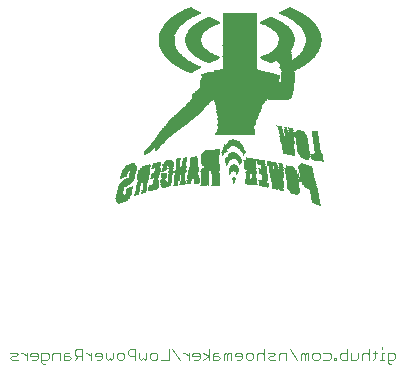
<source format=gbo>
G75*
%MOIN*%
%OFA0B0*%
%FSLAX25Y25*%
%IPPOS*%
%LPD*%
%AMOC8*
5,1,8,0,0,1.08239X$1,22.5*
%
%ADD10R,0.00200X0.00050*%
%ADD11R,0.00150X0.00050*%
%ADD12R,0.00700X0.00050*%
%ADD13R,0.00750X0.00050*%
%ADD14R,0.00800X0.00050*%
%ADD15R,0.01000X0.00050*%
%ADD16R,0.01100X0.00050*%
%ADD17R,0.01200X0.00050*%
%ADD18R,0.01300X0.00050*%
%ADD19R,0.01350X0.00050*%
%ADD20R,0.01450X0.00050*%
%ADD21R,0.01550X0.00050*%
%ADD22R,0.01750X0.00050*%
%ADD23R,0.00250X0.00050*%
%ADD24R,0.01850X0.00050*%
%ADD25R,0.00500X0.00050*%
%ADD26R,0.01950X0.00050*%
%ADD27R,0.00650X0.00050*%
%ADD28R,0.02100X0.00050*%
%ADD29R,0.02200X0.00050*%
%ADD30R,0.01050X0.00050*%
%ADD31R,0.02300X0.00050*%
%ADD32R,0.02400X0.00050*%
%ADD33R,0.02450X0.00050*%
%ADD34R,0.01500X0.00050*%
%ADD35R,0.02500X0.00050*%
%ADD36R,0.01700X0.00050*%
%ADD37R,0.02150X0.00050*%
%ADD38R,0.02350X0.00050*%
%ADD39R,0.02700X0.00050*%
%ADD40R,0.02850X0.00050*%
%ADD41R,0.03050X0.00050*%
%ADD42R,0.03250X0.00050*%
%ADD43R,0.03450X0.00050*%
%ADD44R,0.03550X0.00050*%
%ADD45R,0.03700X0.00050*%
%ADD46R,0.03850X0.00050*%
%ADD47R,0.03950X0.00050*%
%ADD48R,0.04000X0.00050*%
%ADD49R,0.04100X0.00050*%
%ADD50R,0.04150X0.00050*%
%ADD51R,0.04200X0.00050*%
%ADD52R,0.04250X0.00050*%
%ADD53R,0.04300X0.00050*%
%ADD54R,0.04350X0.00050*%
%ADD55R,0.04400X0.00050*%
%ADD56R,0.04450X0.00050*%
%ADD57R,0.04500X0.00050*%
%ADD58R,0.04550X0.00050*%
%ADD59R,0.04600X0.00050*%
%ADD60R,0.04650X0.00050*%
%ADD61R,0.04700X0.00050*%
%ADD62R,0.04750X0.00050*%
%ADD63R,0.04800X0.00050*%
%ADD64R,0.04850X0.00050*%
%ADD65R,0.00050X0.00050*%
%ADD66R,0.00350X0.00050*%
%ADD67R,0.04900X0.00050*%
%ADD68R,0.00450X0.00050*%
%ADD69R,0.04950X0.00050*%
%ADD70R,0.00900X0.00050*%
%ADD71R,0.00400X0.00050*%
%ADD72R,0.01250X0.00050*%
%ADD73R,0.02250X0.00050*%
%ADD74R,0.00950X0.00050*%
%ADD75R,0.01650X0.00050*%
%ADD76R,0.01600X0.00050*%
%ADD77R,0.02550X0.00050*%
%ADD78R,0.00550X0.00050*%
%ADD79R,0.00850X0.00050*%
%ADD80R,0.02800X0.00050*%
%ADD81R,0.02900X0.00050*%
%ADD82R,0.01150X0.00050*%
%ADD83R,0.02950X0.00050*%
%ADD84R,0.03100X0.00050*%
%ADD85R,0.03350X0.00050*%
%ADD86R,0.03400X0.00050*%
%ADD87R,0.00300X0.00050*%
%ADD88R,0.03500X0.00050*%
%ADD89R,0.02050X0.00050*%
%ADD90R,0.01400X0.00050*%
%ADD91R,0.02000X0.00050*%
%ADD92R,0.03600X0.00050*%
%ADD93R,0.01900X0.00050*%
%ADD94R,0.03650X0.00050*%
%ADD95R,0.03750X0.00050*%
%ADD96R,0.02600X0.00050*%
%ADD97R,0.03800X0.00050*%
%ADD98R,0.02750X0.00050*%
%ADD99R,0.03900X0.00050*%
%ADD100R,0.03300X0.00050*%
%ADD101R,0.04050X0.00050*%
%ADD102R,0.00600X0.00050*%
%ADD103R,0.00100X0.00050*%
%ADD104R,0.01800X0.00050*%
%ADD105R,0.02650X0.00050*%
%ADD106R,0.03000X0.00050*%
%ADD107R,0.03150X0.00050*%
%ADD108R,0.03200X0.00050*%
%ADD109R,0.05000X0.00050*%
%ADD110R,0.05050X0.00050*%
%ADD111R,0.06100X0.00050*%
%ADD112R,0.06000X0.00050*%
%ADD113R,0.05950X0.00050*%
%ADD114R,0.05900X0.00050*%
%ADD115R,0.05850X0.00050*%
%ADD116R,0.05800X0.00050*%
%ADD117R,0.05750X0.00050*%
%ADD118R,0.05700X0.00050*%
%ADD119R,0.05650X0.00050*%
%ADD120R,0.05600X0.00050*%
%ADD121R,0.05550X0.00050*%
%ADD122R,0.05500X0.00050*%
%ADD123R,0.05450X0.00050*%
%ADD124R,0.05400X0.00050*%
%ADD125R,0.05350X0.00050*%
%ADD126R,0.05250X0.00050*%
%ADD127R,0.05200X0.00050*%
%ADD128R,0.05150X0.00050*%
%ADD129R,0.05300X0.00050*%
%ADD130R,0.06050X0.00050*%
%ADD131R,0.06150X0.00050*%
%ADD132R,0.06200X0.00050*%
%ADD133R,0.06250X0.00050*%
%ADD134R,0.07600X0.00050*%
%ADD135R,0.07650X0.00050*%
%ADD136R,0.05100X0.00050*%
%ADD137R,0.13150X0.00050*%
%ADD138R,0.13200X0.00050*%
%ADD139R,0.13100X0.00050*%
%ADD140R,0.13050X0.00050*%
%ADD141R,0.13000X0.00050*%
%ADD142R,0.12950X0.00050*%
%ADD143R,0.12900X0.00050*%
%ADD144R,0.12850X0.00050*%
%ADD145R,0.12800X0.00050*%
%ADD146R,0.12750X0.00050*%
%ADD147R,0.12700X0.00050*%
%ADD148R,0.12650X0.00050*%
%ADD149R,0.12600X0.00050*%
%ADD150R,0.12500X0.00050*%
%ADD151R,0.12450X0.00050*%
%ADD152R,0.12400X0.00050*%
%ADD153R,0.12350X0.00050*%
%ADD154R,0.12300X0.00050*%
%ADD155R,0.12250X0.00050*%
%ADD156R,0.06450X0.00050*%
%ADD157R,0.06400X0.00050*%
%ADD158R,0.06550X0.00050*%
%ADD159R,0.06500X0.00050*%
%ADD160R,0.12550X0.00050*%
%ADD161R,0.06600X0.00050*%
%ADD162R,0.06650X0.00050*%
%ADD163R,0.06700X0.00050*%
%ADD164R,0.06750X0.00050*%
%ADD165R,0.06800X0.00050*%
%ADD166R,0.06900X0.00050*%
%ADD167R,0.06850X0.00050*%
%ADD168R,0.06950X0.00050*%
%ADD169R,0.07000X0.00050*%
%ADD170R,0.07050X0.00050*%
%ADD171R,0.07150X0.00050*%
%ADD172R,0.07250X0.00050*%
%ADD173R,0.07350X0.00050*%
%ADD174R,0.13250X0.00050*%
%ADD175R,0.07300X0.00050*%
%ADD176R,0.07200X0.00050*%
%ADD177R,0.13300X0.00050*%
%ADD178R,0.13350X0.00050*%
%ADD179R,0.13400X0.00050*%
%ADD180R,0.13450X0.00050*%
%ADD181R,0.13500X0.00050*%
%ADD182R,0.13600X0.00050*%
%ADD183R,0.13650X0.00050*%
%ADD184R,0.07400X0.00050*%
%ADD185R,0.13700X0.00050*%
%ADD186R,0.13750X0.00050*%
%ADD187R,0.13850X0.00050*%
%ADD188R,0.13800X0.00050*%
%ADD189R,0.13950X0.00050*%
%ADD190R,0.07100X0.00050*%
%ADD191R,0.14000X0.00050*%
%ADD192R,0.14050X0.00050*%
%ADD193R,0.14100X0.00050*%
%ADD194R,0.14150X0.00050*%
%ADD195R,0.14200X0.00050*%
%ADD196R,0.14350X0.00050*%
%ADD197R,0.14300X0.00050*%
%ADD198R,0.14400X0.00050*%
%ADD199R,0.14450X0.00050*%
%ADD200R,0.14500X0.00050*%
%ADD201R,0.14550X0.00050*%
%ADD202R,0.14600X0.00050*%
%ADD203R,0.14650X0.00050*%
%ADD204R,0.14750X0.00050*%
%ADD205R,0.14800X0.00050*%
%ADD206R,0.14850X0.00050*%
%ADD207R,0.14900X0.00050*%
%ADD208R,0.15000X0.00050*%
%ADD209R,0.14950X0.00050*%
%ADD210R,0.15050X0.00050*%
%ADD211R,0.15150X0.00050*%
%ADD212R,0.15200X0.00050*%
%ADD213R,0.15250X0.00050*%
%ADD214R,0.15300X0.00050*%
%ADD215R,0.15350X0.00050*%
%ADD216R,0.15400X0.00050*%
%ADD217R,0.15450X0.00050*%
%ADD218R,0.15500X0.00050*%
%ADD219R,0.15550X0.00050*%
%ADD220R,0.15600X0.00050*%
%ADD221R,0.15650X0.00050*%
%ADD222R,0.15750X0.00050*%
%ADD223R,0.15800X0.00050*%
%ADD224R,0.15900X0.00050*%
%ADD225R,0.15950X0.00050*%
%ADD226R,0.16050X0.00050*%
%ADD227R,0.16150X0.00050*%
%ADD228R,0.16250X0.00050*%
%ADD229R,0.16300X0.00050*%
%ADD230R,0.16350X0.00050*%
%ADD231R,0.16400X0.00050*%
%ADD232R,0.16500X0.00050*%
%ADD233R,0.16550X0.00050*%
%ADD234R,0.16600X0.00050*%
%ADD235R,0.16700X0.00050*%
%ADD236R,0.16750X0.00050*%
%ADD237R,0.16800X0.00050*%
%ADD238R,0.16900X0.00050*%
%ADD239R,0.16950X0.00050*%
%ADD240R,0.17000X0.00050*%
%ADD241R,0.17050X0.00050*%
%ADD242R,0.17150X0.00050*%
%ADD243R,0.17100X0.00050*%
%ADD244R,0.17200X0.00050*%
%ADD245R,0.17250X0.00050*%
%ADD246R,0.17300X0.00050*%
%ADD247R,0.17350X0.00050*%
%ADD248R,0.17500X0.00050*%
%ADD249R,0.17550X0.00050*%
%ADD250R,0.24950X0.00050*%
%ADD251R,0.07500X0.00050*%
%ADD252R,0.07700X0.00050*%
%ADD253R,0.24900X0.00050*%
%ADD254R,0.32950X0.00050*%
%ADD255R,0.32900X0.00050*%
%ADD256R,0.33000X0.00050*%
%ADD257R,0.33100X0.00050*%
%ADD258R,0.33150X0.00050*%
%ADD259R,0.33200X0.00050*%
%ADD260R,0.33250X0.00050*%
%ADD261R,0.33350X0.00050*%
%ADD262R,0.33400X0.00050*%
%ADD263R,0.33450X0.00050*%
%ADD264R,0.33300X0.00050*%
%ADD265R,0.33050X0.00050*%
%ADD266R,0.32850X0.00050*%
%ADD267R,0.32800X0.00050*%
%ADD268R,0.32700X0.00050*%
%ADD269R,0.32600X0.00050*%
%ADD270R,0.32500X0.00050*%
%ADD271R,0.32450X0.00050*%
%ADD272R,0.32350X0.00050*%
%ADD273R,0.32300X0.00050*%
%ADD274R,0.32250X0.00050*%
%ADD275R,0.32200X0.00050*%
%ADD276R,0.32050X0.00050*%
%ADD277R,0.32000X0.00050*%
%ADD278R,0.31950X0.00050*%
%ADD279R,0.31900X0.00050*%
%ADD280R,0.31850X0.00050*%
%ADD281R,0.31750X0.00050*%
%ADD282R,0.31600X0.00050*%
%ADD283R,0.31650X0.00050*%
%ADD284R,0.31550X0.00050*%
%ADD285R,0.31400X0.00050*%
%ADD286R,0.31450X0.00050*%
%ADD287R,0.31500X0.00050*%
%ADD288R,0.31300X0.00050*%
%ADD289R,0.31250X0.00050*%
%ADD290R,0.26700X0.00050*%
%ADD291R,0.26600X0.00050*%
%ADD292R,0.26550X0.00050*%
%ADD293R,0.26500X0.00050*%
%ADD294R,0.26400X0.00050*%
%ADD295R,0.26350X0.00050*%
%ADD296R,0.26250X0.00050*%
%ADD297R,0.26200X0.00050*%
%ADD298R,0.26150X0.00050*%
%ADD299R,0.26000X0.00050*%
%ADD300R,0.25900X0.00050*%
%ADD301R,0.25850X0.00050*%
%ADD302R,0.25800X0.00050*%
%ADD303R,0.25750X0.00050*%
%ADD304R,0.25700X0.00050*%
%ADD305R,0.25650X0.00050*%
%ADD306R,0.25600X0.00050*%
%ADD307R,0.25550X0.00050*%
%ADD308R,0.25950X0.00050*%
%ADD309R,0.25500X0.00050*%
%ADD310R,0.25250X0.00050*%
%ADD311R,0.24600X0.00050*%
%ADD312R,0.24250X0.00050*%
%ADD313R,0.23900X0.00050*%
%ADD314R,0.23600X0.00050*%
%ADD315R,0.23100X0.00050*%
%ADD316R,0.22750X0.00050*%
%ADD317R,0.21150X0.00050*%
%ADD318R,0.21000X0.00050*%
%ADD319R,0.20900X0.00050*%
%ADD320R,0.20750X0.00050*%
%ADD321R,0.20550X0.00050*%
%ADD322R,0.19400X0.00050*%
%ADD323R,0.19050X0.00050*%
%ADD324R,0.18250X0.00050*%
%ADD325R,0.18050X0.00050*%
%ADD326R,0.17900X0.00050*%
%ADD327R,0.16650X0.00050*%
%ADD328R,0.15850X0.00050*%
%ADD329R,0.12000X0.00050*%
%ADD330R,0.11800X0.00050*%
%ADD331R,0.11600X0.00050*%
%ADD332R,0.11450X0.00050*%
%ADD333R,0.11400X0.00050*%
%ADD334R,0.07450X0.00050*%
%ADD335R,0.11350X0.00050*%
%ADD336R,0.11300X0.00050*%
%ADD337R,0.11250X0.00050*%
%ADD338R,0.07550X0.00050*%
%ADD339R,0.07750X0.00050*%
%ADD340R,0.07800X0.00050*%
%ADD341R,0.07900X0.00050*%
%ADD342R,0.08100X0.00050*%
%ADD343R,0.11500X0.00050*%
%ADD344R,0.08300X0.00050*%
%ADD345R,0.08400X0.00050*%
%ADD346R,0.08500X0.00050*%
%ADD347R,0.08600X0.00050*%
%ADD348R,0.08700X0.00050*%
%ADD349R,0.08750X0.00050*%
%ADD350R,0.09100X0.00050*%
%ADD351R,0.09300X0.00050*%
%ADD352R,0.09500X0.00050*%
%ADD353R,0.09550X0.00050*%
%ADD354R,0.09600X0.00050*%
%ADD355R,0.09650X0.00050*%
%ADD356R,0.11200X0.00050*%
%ADD357R,0.09950X0.00050*%
%ADD358R,0.10000X0.00050*%
%ADD359R,0.10100X0.00050*%
%ADD360R,0.10300X0.00050*%
%ADD361R,0.06350X0.00050*%
%ADD362R,0.10400X0.00050*%
%ADD363R,0.10450X0.00050*%
%ADD364R,0.10500X0.00050*%
%ADD365R,0.10550X0.00050*%
%ADD366R,0.10650X0.00050*%
%ADD367R,0.10850X0.00050*%
%ADD368R,0.10900X0.00050*%
%ADD369R,0.11000X0.00050*%
%ADD370R,0.11050X0.00050*%
%ADD371R,0.06300X0.00050*%
%ADD372R,0.08850X0.00050*%
%ADD373R,0.08900X0.00050*%
%ADD374R,0.09150X0.00050*%
%ADD375R,0.09200X0.00050*%
%ADD376R,0.09350X0.00050*%
%ADD377R,0.09450X0.00050*%
%ADD378R,0.09750X0.00050*%
%ADD379R,0.10050X0.00050*%
%ADD380R,0.10200X0.00050*%
%ADD381R,0.10250X0.00050*%
%ADD382R,0.09900X0.00050*%
%ADD383R,0.09850X0.00050*%
%ADD384R,0.09800X0.00050*%
%ADD385R,0.09050X0.00050*%
%ADD386R,0.09000X0.00050*%
%ADD387R,0.08450X0.00050*%
%ADD388R,0.08150X0.00050*%
%ADD389R,0.08050X0.00050*%
%ADD390R,0.11150X0.00050*%
%ADD391R,0.11100X0.00050*%
%ADD392C,0.00300*%
D10*
X0045075Y0065500D03*
X0041125Y0068400D03*
X0070475Y0066150D03*
X0070675Y0071050D03*
X0075225Y0076150D03*
X0076475Y0072900D03*
X0076475Y0072850D03*
X0077625Y0069950D03*
X0077625Y0069900D03*
X0079875Y0069900D03*
X0079875Y0069950D03*
X0080875Y0073150D03*
X0082325Y0076350D03*
X0083825Y0082950D03*
X0093375Y0085850D03*
X0094775Y0094550D03*
X0097775Y0110550D03*
X0070775Y0106950D03*
X0101425Y0073350D03*
X0103425Y0074650D03*
X0103475Y0075050D03*
X0108575Y0074100D03*
X0107675Y0059450D03*
X0095075Y0064350D03*
X0093425Y0064700D03*
D11*
X0099450Y0063100D03*
X0100000Y0063050D03*
X0100950Y0067550D03*
X0100900Y0067600D03*
X0100800Y0068200D03*
X0100800Y0068250D03*
X0100800Y0068300D03*
X0104100Y0075350D03*
X0104100Y0075400D03*
X0104100Y0075450D03*
X0104100Y0075500D03*
X0098850Y0076000D03*
X0096900Y0076400D03*
X0090100Y0074100D03*
X0083250Y0075200D03*
X0082350Y0076300D03*
X0077600Y0069850D03*
X0078750Y0066950D03*
X0078750Y0066900D03*
X0072850Y0066100D03*
X0071250Y0071000D03*
X0075950Y0079550D03*
X0063200Y0066550D03*
X0057950Y0074500D03*
X0055000Y0070800D03*
X0051650Y0071750D03*
X0045450Y0073400D03*
X0042600Y0065650D03*
X0071850Y0103850D03*
X0072200Y0103850D03*
X0070800Y0122050D03*
X0096350Y0094550D03*
X0097200Y0085200D03*
X0105700Y0084050D03*
X0107400Y0059450D03*
X0097850Y0110450D03*
X0097850Y0110500D03*
X0097800Y0110600D03*
D12*
X0091025Y0122000D03*
X0097425Y0125200D03*
X0070675Y0122000D03*
X0097475Y0085050D03*
X0093975Y0073350D03*
X0095025Y0064450D03*
X0107425Y0059500D03*
X0082275Y0076750D03*
X0080975Y0073450D03*
X0079825Y0070450D03*
X0077675Y0070450D03*
X0076525Y0073450D03*
X0075275Y0076650D03*
X0075275Y0076700D03*
X0063375Y0066650D03*
X0059125Y0066050D03*
X0055425Y0065400D03*
X0051625Y0068500D03*
X0050675Y0072800D03*
X0050675Y0072850D03*
X0049325Y0076600D03*
X0053025Y0077700D03*
X0045325Y0073300D03*
D13*
X0041400Y0068600D03*
X0048450Y0063600D03*
X0076500Y0073500D03*
X0076500Y0073550D03*
X0078750Y0072950D03*
X0081000Y0073500D03*
X0081000Y0073550D03*
X0083550Y0075100D03*
X0082250Y0076800D03*
X0078750Y0068650D03*
X0078750Y0068600D03*
X0078750Y0067750D03*
X0078750Y0067700D03*
X0078750Y0067650D03*
X0090400Y0074000D03*
X0102400Y0075050D03*
X0102700Y0074950D03*
X0103250Y0074800D03*
X0107350Y0059550D03*
D14*
X0107325Y0059600D03*
X0101575Y0073200D03*
X0102075Y0075150D03*
X0103325Y0075150D03*
X0100425Y0084300D03*
X0096125Y0085050D03*
X0096125Y0085100D03*
X0096075Y0085250D03*
X0096075Y0085300D03*
X0096075Y0085350D03*
X0087625Y0067600D03*
X0086225Y0066250D03*
X0080975Y0073600D03*
X0079825Y0070550D03*
X0079825Y0070500D03*
X0077675Y0070500D03*
X0075275Y0076750D03*
X0055275Y0070950D03*
X0051975Y0071850D03*
X0046125Y0062950D03*
X0044675Y0065300D03*
X0040625Y0060150D03*
X0064325Y0103750D03*
X0070675Y0121950D03*
X0091025Y0121950D03*
D15*
X0097525Y0125150D03*
X0070775Y0107050D03*
X0069975Y0103350D03*
X0064375Y0103800D03*
X0064375Y0125150D03*
X0096225Y0084850D03*
X0096225Y0084800D03*
X0096225Y0084750D03*
X0096225Y0084700D03*
X0096225Y0084650D03*
X0096225Y0084600D03*
X0096225Y0084550D03*
X0096225Y0084500D03*
X0096225Y0084450D03*
X0096225Y0084400D03*
X0096525Y0076600D03*
X0092625Y0073400D03*
X0089825Y0065650D03*
X0084025Y0066500D03*
X0080975Y0073750D03*
X0080975Y0073800D03*
X0082175Y0076900D03*
X0076525Y0073800D03*
X0076525Y0073750D03*
X0075325Y0076900D03*
X0053075Y0078150D03*
X0045325Y0073200D03*
X0044525Y0065200D03*
X0048625Y0063700D03*
X0101625Y0073150D03*
X0107225Y0059650D03*
D16*
X0107125Y0059700D03*
X0092725Y0072700D03*
X0092725Y0072750D03*
X0092675Y0073200D03*
X0096325Y0083850D03*
X0096275Y0083950D03*
X0096275Y0084000D03*
X0096275Y0084050D03*
X0096275Y0084100D03*
X0096275Y0084150D03*
X0083725Y0075050D03*
X0082175Y0077000D03*
X0082175Y0077050D03*
X0082125Y0077100D03*
X0076525Y0073850D03*
X0075375Y0076950D03*
X0075275Y0082950D03*
X0062525Y0075050D03*
X0062525Y0075000D03*
X0062525Y0074950D03*
X0057675Y0074400D03*
X0053225Y0078350D03*
X0053175Y0078300D03*
X0053125Y0078250D03*
X0049475Y0076650D03*
X0064375Y0103850D03*
X0064375Y0125100D03*
X0091125Y0121900D03*
X0078725Y0068150D03*
D17*
X0077775Y0070800D03*
X0079725Y0070800D03*
X0075425Y0077000D03*
X0082025Y0077300D03*
X0087075Y0074500D03*
X0092775Y0072300D03*
X0092775Y0072250D03*
X0092775Y0072200D03*
X0092775Y0072150D03*
X0092775Y0072100D03*
X0092775Y0072050D03*
X0098425Y0076200D03*
X0101675Y0073100D03*
X0108175Y0074250D03*
X0099625Y0063200D03*
X0092925Y0064950D03*
X0086025Y0066300D03*
X0096425Y0083150D03*
X0096425Y0083200D03*
X0096425Y0083250D03*
X0096375Y0083550D03*
X0096375Y0083600D03*
X0096375Y0083650D03*
X0107075Y0059750D03*
X0062475Y0074650D03*
X0062475Y0074700D03*
X0062475Y0074750D03*
X0060375Y0074850D03*
X0053575Y0078950D03*
X0053425Y0078750D03*
X0053375Y0078650D03*
X0053375Y0078600D03*
X0053325Y0078550D03*
X0053275Y0078450D03*
X0044425Y0065150D03*
X0040725Y0060250D03*
X0097475Y0125100D03*
D18*
X0097775Y0084900D03*
X0100625Y0084200D03*
X0094275Y0073200D03*
X0092825Y0071800D03*
X0092825Y0071750D03*
X0092825Y0071700D03*
X0092825Y0071650D03*
X0081975Y0077350D03*
X0081925Y0077400D03*
X0081875Y0077500D03*
X0080925Y0074100D03*
X0080925Y0074050D03*
X0079675Y0070850D03*
X0077825Y0070850D03*
X0076575Y0074050D03*
X0076575Y0074100D03*
X0075425Y0077050D03*
X0075425Y0077100D03*
X0075525Y0077250D03*
X0075575Y0077400D03*
X0073375Y0077950D03*
X0066325Y0066800D03*
X0062425Y0074300D03*
X0062425Y0074350D03*
X0055675Y0065500D03*
X0051025Y0064450D03*
X0047225Y0066850D03*
X0050325Y0072650D03*
X0050375Y0072700D03*
X0049675Y0076800D03*
X0053475Y0078850D03*
X0040775Y0060300D03*
X0107025Y0059800D03*
D19*
X0106850Y0059850D03*
X0094700Y0064600D03*
X0089650Y0065700D03*
X0092850Y0071450D03*
X0092850Y0071500D03*
X0092850Y0071550D03*
X0092850Y0071600D03*
X0083850Y0066550D03*
X0078750Y0072800D03*
X0080900Y0074150D03*
X0081900Y0077450D03*
X0081850Y0077550D03*
X0081800Y0077600D03*
X0081800Y0077700D03*
X0076600Y0074150D03*
X0075500Y0077200D03*
X0075550Y0077300D03*
X0075550Y0077350D03*
X0075700Y0077650D03*
X0075700Y0077700D03*
X0062400Y0074250D03*
X0062400Y0074200D03*
X0062400Y0074150D03*
X0062400Y0074100D03*
X0060300Y0074800D03*
X0053850Y0073650D03*
X0049700Y0076850D03*
X0047200Y0066800D03*
X0047150Y0066750D03*
X0048800Y0063800D03*
X0046450Y0063150D03*
X0059500Y0066200D03*
X0059500Y0066250D03*
X0059500Y0066300D03*
X0059500Y0066350D03*
X0059500Y0066400D03*
X0094050Y0085650D03*
X0070650Y0121850D03*
X0097450Y0125050D03*
D20*
X0070650Y0121800D03*
X0094100Y0085600D03*
X0094200Y0085300D03*
X0097850Y0084850D03*
X0096300Y0076700D03*
X0090700Y0073900D03*
X0083850Y0075000D03*
X0080800Y0074350D03*
X0080750Y0074400D03*
X0078750Y0072750D03*
X0076750Y0074400D03*
X0076700Y0074350D03*
X0078700Y0076950D03*
X0075950Y0078050D03*
X0075900Y0077950D03*
X0075800Y0077800D03*
X0081600Y0077950D03*
X0081600Y0078000D03*
X0081700Y0077800D03*
X0083550Y0070000D03*
X0083550Y0069950D03*
X0094650Y0064700D03*
X0094650Y0064650D03*
X0099550Y0063250D03*
X0106800Y0059900D03*
X0062000Y0069400D03*
X0062000Y0069450D03*
X0062000Y0069500D03*
X0060100Y0071950D03*
X0060100Y0072000D03*
X0060100Y0072050D03*
X0060100Y0072100D03*
X0060100Y0072150D03*
X0060150Y0072500D03*
X0060150Y0072550D03*
X0060150Y0072600D03*
X0060150Y0072650D03*
X0060150Y0072950D03*
X0060150Y0073000D03*
X0060250Y0074450D03*
X0060250Y0074500D03*
X0060250Y0074550D03*
X0060250Y0074600D03*
X0060250Y0074650D03*
X0060250Y0074700D03*
X0060250Y0074750D03*
X0062350Y0073950D03*
X0062350Y0073900D03*
X0062350Y0073850D03*
X0057650Y0069000D03*
X0057650Y0068950D03*
X0057650Y0068900D03*
X0057650Y0068850D03*
X0057650Y0068800D03*
X0057650Y0068750D03*
X0057650Y0068700D03*
X0057650Y0068650D03*
X0057650Y0068600D03*
X0057650Y0068550D03*
X0057650Y0068500D03*
X0057650Y0068450D03*
X0057650Y0068400D03*
X0049800Y0076950D03*
X0045150Y0073100D03*
X0041800Y0068900D03*
X0047100Y0066600D03*
X0047100Y0066550D03*
X0047100Y0066350D03*
X0048850Y0063850D03*
D21*
X0048900Y0063900D03*
X0049250Y0065950D03*
X0049250Y0066000D03*
X0049250Y0066050D03*
X0049250Y0066100D03*
X0049250Y0066150D03*
X0049250Y0066200D03*
X0047050Y0066100D03*
X0047050Y0066050D03*
X0047050Y0066000D03*
X0047050Y0065950D03*
X0047000Y0065850D03*
X0047000Y0065800D03*
X0047000Y0065750D03*
X0047000Y0065700D03*
X0047000Y0065650D03*
X0047000Y0065600D03*
X0047000Y0065550D03*
X0046950Y0065400D03*
X0046950Y0065350D03*
X0046950Y0065300D03*
X0046950Y0065250D03*
X0046950Y0065200D03*
X0046900Y0065100D03*
X0046900Y0065050D03*
X0046850Y0064800D03*
X0046800Y0064650D03*
X0046800Y0064600D03*
X0046800Y0064550D03*
X0046800Y0064500D03*
X0046750Y0064350D03*
X0046750Y0064300D03*
X0046750Y0064250D03*
X0046750Y0064200D03*
X0041850Y0068950D03*
X0045100Y0073050D03*
X0049800Y0077000D03*
X0053750Y0073550D03*
X0055800Y0072600D03*
X0055800Y0072550D03*
X0055800Y0072500D03*
X0055800Y0072450D03*
X0055800Y0072400D03*
X0055800Y0072350D03*
X0055800Y0072150D03*
X0055800Y0072100D03*
X0055800Y0072050D03*
X0055800Y0072000D03*
X0055800Y0071950D03*
X0055700Y0071200D03*
X0055700Y0071150D03*
X0057900Y0071350D03*
X0057900Y0071400D03*
X0057950Y0071950D03*
X0057950Y0072000D03*
X0057950Y0072050D03*
X0057950Y0072100D03*
X0057700Y0069650D03*
X0057600Y0067850D03*
X0057600Y0067800D03*
X0057600Y0067750D03*
X0057600Y0067700D03*
X0057600Y0067300D03*
X0057600Y0067250D03*
X0059550Y0066750D03*
X0059550Y0066700D03*
X0059550Y0066650D03*
X0059600Y0066900D03*
X0059600Y0066950D03*
X0062000Y0069000D03*
X0062000Y0069050D03*
X0062000Y0069100D03*
X0062000Y0069150D03*
X0062000Y0069200D03*
X0062000Y0069250D03*
X0062000Y0069300D03*
X0060100Y0071750D03*
X0060100Y0071800D03*
X0060150Y0073350D03*
X0060150Y0073400D03*
X0060150Y0073450D03*
X0060150Y0073500D03*
X0060150Y0073550D03*
X0060200Y0073650D03*
X0060200Y0073700D03*
X0060200Y0073750D03*
X0060200Y0073800D03*
X0060200Y0073850D03*
X0060200Y0073900D03*
X0060200Y0073950D03*
X0060200Y0074000D03*
X0060200Y0074050D03*
X0060200Y0074100D03*
X0062300Y0073400D03*
X0062300Y0073350D03*
X0062300Y0073300D03*
X0062300Y0073250D03*
X0062300Y0073200D03*
X0062250Y0073000D03*
X0062250Y0072950D03*
X0062250Y0072900D03*
X0062250Y0072850D03*
X0062250Y0072800D03*
X0062250Y0072750D03*
X0062250Y0072450D03*
X0063900Y0067450D03*
X0063900Y0067400D03*
X0063900Y0067350D03*
X0063900Y0067300D03*
X0063850Y0067250D03*
X0063850Y0067200D03*
X0063850Y0067150D03*
X0063850Y0067100D03*
X0063850Y0067050D03*
X0063850Y0067000D03*
X0063850Y0066950D03*
X0063850Y0066900D03*
X0063850Y0066850D03*
X0063850Y0066800D03*
X0053000Y0068250D03*
X0053000Y0068300D03*
X0053000Y0068350D03*
X0075800Y0077600D03*
X0076050Y0078200D03*
X0076100Y0078250D03*
X0076850Y0074550D03*
X0076800Y0074500D03*
X0078750Y0072700D03*
X0077900Y0070900D03*
X0079600Y0070900D03*
X0080650Y0074550D03*
X0080600Y0074600D03*
X0081450Y0078200D03*
X0081450Y0078250D03*
X0075300Y0083000D03*
X0083600Y0070050D03*
X0083550Y0069200D03*
X0083550Y0069150D03*
X0085550Y0069800D03*
X0085550Y0069850D03*
X0085550Y0069900D03*
X0085550Y0069950D03*
X0089550Y0065750D03*
X0091300Y0071600D03*
X0091150Y0072300D03*
X0091150Y0072350D03*
X0094600Y0064800D03*
X0106750Y0059950D03*
X0094750Y0083250D03*
X0094700Y0083450D03*
X0094700Y0083500D03*
X0094650Y0083650D03*
X0094250Y0085200D03*
X0097900Y0084800D03*
X0091150Y0121800D03*
X0064350Y0125000D03*
X0064350Y0103950D03*
D22*
X0076350Y0078650D03*
X0075800Y0077450D03*
X0077050Y0074800D03*
X0078750Y0072600D03*
X0080450Y0074800D03*
X0084000Y0074950D03*
X0081200Y0078550D03*
X0081150Y0078600D03*
X0081150Y0078650D03*
X0088750Y0072400D03*
X0088750Y0072350D03*
X0088800Y0072300D03*
X0088800Y0072250D03*
X0088800Y0072200D03*
X0088800Y0072150D03*
X0088800Y0072100D03*
X0088850Y0071750D03*
X0089100Y0069600D03*
X0089150Y0069500D03*
X0089150Y0069450D03*
X0089150Y0069400D03*
X0089150Y0069350D03*
X0089150Y0069300D03*
X0089150Y0069250D03*
X0089150Y0069200D03*
X0089150Y0069150D03*
X0089150Y0069100D03*
X0089150Y0069050D03*
X0089150Y0069000D03*
X0089150Y0068950D03*
X0089150Y0068900D03*
X0089150Y0068850D03*
X0089150Y0068800D03*
X0085650Y0067700D03*
X0085650Y0067650D03*
X0085650Y0067600D03*
X0085650Y0067550D03*
X0085650Y0067500D03*
X0085650Y0067450D03*
X0085650Y0067400D03*
X0085650Y0067350D03*
X0085700Y0067250D03*
X0085700Y0067200D03*
X0085700Y0067150D03*
X0085700Y0067100D03*
X0085700Y0067050D03*
X0085700Y0067000D03*
X0085700Y0066950D03*
X0085700Y0066900D03*
X0085700Y0066850D03*
X0085700Y0066800D03*
X0085700Y0066750D03*
X0085700Y0066700D03*
X0085700Y0066650D03*
X0085700Y0066600D03*
X0085700Y0066550D03*
X0085700Y0066500D03*
X0085750Y0066400D03*
X0083650Y0066700D03*
X0083650Y0066750D03*
X0083650Y0066800D03*
X0083650Y0066850D03*
X0083650Y0066900D03*
X0083650Y0066950D03*
X0083650Y0067000D03*
X0083650Y0067050D03*
X0090900Y0073150D03*
X0094500Y0071300D03*
X0094500Y0071250D03*
X0094500Y0071200D03*
X0094500Y0071150D03*
X0094500Y0071100D03*
X0094500Y0066350D03*
X0094500Y0066300D03*
X0094500Y0066250D03*
X0094500Y0066200D03*
X0094500Y0066150D03*
X0094500Y0066100D03*
X0094500Y0066050D03*
X0094500Y0066000D03*
X0094550Y0065900D03*
X0094550Y0065850D03*
X0094550Y0065800D03*
X0094550Y0065750D03*
X0092650Y0065500D03*
X0098200Y0076550D03*
X0098200Y0076600D03*
X0098200Y0076650D03*
X0098200Y0076700D03*
X0098200Y0076750D03*
X0098200Y0076800D03*
X0096150Y0077200D03*
X0096150Y0077250D03*
X0098000Y0083700D03*
X0105900Y0083800D03*
X0106650Y0060000D03*
X0066400Y0067300D03*
X0064150Y0068350D03*
X0059850Y0068300D03*
X0059800Y0068200D03*
X0059800Y0068150D03*
X0059800Y0068100D03*
X0059800Y0068050D03*
X0059800Y0068000D03*
X0059800Y0067950D03*
X0059750Y0067800D03*
X0059750Y0067750D03*
X0055650Y0069850D03*
X0055650Y0069900D03*
X0055550Y0068850D03*
X0055300Y0067450D03*
X0055300Y0067400D03*
X0053300Y0070350D03*
X0053450Y0071800D03*
X0053450Y0071850D03*
X0057950Y0072750D03*
X0057950Y0072800D03*
X0052850Y0066900D03*
X0052850Y0066850D03*
X0052850Y0066800D03*
X0052850Y0066750D03*
X0052850Y0066700D03*
X0052850Y0066650D03*
X0052850Y0066600D03*
X0052800Y0066500D03*
X0052800Y0066450D03*
X0052800Y0066400D03*
X0044100Y0064950D03*
X0049850Y0077150D03*
X0049900Y0077200D03*
X0049950Y0077250D03*
D23*
X0048200Y0063450D03*
X0040550Y0060000D03*
X0073600Y0078000D03*
X0076500Y0077400D03*
X0080900Y0073200D03*
X0082350Y0076400D03*
X0082350Y0076450D03*
X0087550Y0073050D03*
X0090200Y0065500D03*
X0093400Y0064750D03*
X0093750Y0073500D03*
X0096900Y0076450D03*
X0094200Y0094550D03*
X0093900Y0094550D03*
X0091150Y0106950D03*
X0070150Y0103500D03*
X0078750Y0068850D03*
X0078750Y0067100D03*
X0078750Y0067050D03*
X0078750Y0067000D03*
D24*
X0078750Y0072550D03*
X0080350Y0074900D03*
X0078600Y0076750D03*
X0078600Y0076800D03*
X0077150Y0074900D03*
X0077100Y0074850D03*
X0076500Y0078800D03*
X0076550Y0078850D03*
X0080950Y0078850D03*
X0084900Y0082950D03*
X0087400Y0074400D03*
X0088850Y0071600D03*
X0089050Y0069700D03*
X0089200Y0067650D03*
X0092550Y0066250D03*
X0092600Y0065900D03*
X0092600Y0065850D03*
X0092600Y0065800D03*
X0092600Y0065750D03*
X0099450Y0063350D03*
X0106600Y0060050D03*
X0098150Y0077250D03*
X0098150Y0077300D03*
X0098150Y0077350D03*
X0098150Y0077400D03*
X0096100Y0077500D03*
X0096100Y0077550D03*
X0096050Y0077950D03*
X0098050Y0083150D03*
X0098050Y0083200D03*
X0098050Y0083250D03*
X0098050Y0083300D03*
X0098050Y0083350D03*
X0098050Y0083400D03*
X0098050Y0083450D03*
X0098050Y0083500D03*
X0098050Y0083550D03*
X0105900Y0083650D03*
X0091200Y0121750D03*
X0070650Y0121750D03*
X0064300Y0124950D03*
X0050150Y0077500D03*
X0050100Y0077450D03*
X0050000Y0077350D03*
X0050000Y0077300D03*
X0050050Y0072550D03*
X0053200Y0070200D03*
X0055350Y0067300D03*
X0055650Y0069600D03*
X0055650Y0069650D03*
X0060000Y0069450D03*
X0060000Y0069400D03*
X0060000Y0069350D03*
X0060000Y0069300D03*
X0060000Y0069250D03*
X0060000Y0069200D03*
X0060000Y0069150D03*
X0060000Y0069100D03*
X0060000Y0069050D03*
X0059950Y0068950D03*
X0059900Y0068600D03*
X0060050Y0069550D03*
X0062050Y0072100D03*
X0062050Y0072150D03*
X0052750Y0066300D03*
X0044950Y0073000D03*
X0042000Y0069050D03*
X0044050Y0064900D03*
X0040900Y0060450D03*
D25*
X0040575Y0060050D03*
X0041225Y0068500D03*
X0049225Y0076500D03*
X0050625Y0064250D03*
X0066325Y0075550D03*
X0075275Y0076400D03*
X0075275Y0076450D03*
X0076475Y0073250D03*
X0077625Y0070250D03*
X0079875Y0070250D03*
X0080975Y0073300D03*
X0082325Y0076650D03*
X0090075Y0065600D03*
X0093275Y0064800D03*
X0098725Y0076050D03*
X0103025Y0074850D03*
X0064375Y0125250D03*
D26*
X0070650Y0121700D03*
X0070650Y0121650D03*
X0070650Y0107250D03*
X0080850Y0078900D03*
X0078750Y0072500D03*
X0089000Y0069800D03*
X0096000Y0078150D03*
X0098050Y0078150D03*
X0098050Y0078100D03*
X0098100Y0078000D03*
X0098100Y0077950D03*
X0098100Y0077900D03*
X0098100Y0077850D03*
X0098100Y0077800D03*
X0098100Y0077750D03*
X0097300Y0072250D03*
X0101850Y0072900D03*
X0107750Y0074350D03*
X0106050Y0082100D03*
X0106050Y0082150D03*
X0106050Y0082200D03*
X0106050Y0082250D03*
X0105900Y0083550D03*
X0105900Y0083600D03*
X0106550Y0060100D03*
X0062000Y0071900D03*
X0062000Y0071950D03*
X0060100Y0069600D03*
X0055650Y0069300D03*
X0055650Y0069250D03*
X0055650Y0069200D03*
X0055650Y0069150D03*
X0055650Y0069100D03*
X0055650Y0069050D03*
X0055400Y0067200D03*
X0049950Y0072450D03*
X0044950Y0072950D03*
X0050200Y0077550D03*
X0050250Y0077600D03*
X0050300Y0077650D03*
X0041250Y0065550D03*
X0041250Y0065500D03*
X0041200Y0065350D03*
X0043950Y0064700D03*
X0043950Y0064650D03*
X0043950Y0064600D03*
X0044000Y0064800D03*
X0044000Y0064850D03*
X0040950Y0060500D03*
D27*
X0040600Y0060100D03*
X0046050Y0062900D03*
X0050700Y0064300D03*
X0054200Y0073750D03*
X0049300Y0076550D03*
X0070850Y0103650D03*
X0091050Y0094800D03*
X0098650Y0076100D03*
X0102850Y0074900D03*
X0086750Y0074600D03*
X0081000Y0073400D03*
X0079850Y0070400D03*
X0078750Y0068700D03*
X0078750Y0067600D03*
X0078750Y0067550D03*
X0077650Y0070400D03*
X0076500Y0073400D03*
X0097450Y0125250D03*
D28*
X0091175Y0121700D03*
X0082625Y0082950D03*
X0080725Y0079050D03*
X0076775Y0079050D03*
X0057225Y0074300D03*
X0053475Y0073500D03*
X0053075Y0070150D03*
X0050475Y0077850D03*
X0050775Y0078100D03*
X0050775Y0078150D03*
X0042675Y0070800D03*
X0042525Y0070600D03*
X0042475Y0070550D03*
X0042475Y0070500D03*
X0042425Y0070350D03*
X0042425Y0070300D03*
X0042425Y0070250D03*
X0042425Y0070200D03*
X0042425Y0070150D03*
X0042425Y0070100D03*
X0042375Y0070050D03*
X0042375Y0070000D03*
X0042275Y0069550D03*
X0042275Y0069500D03*
X0042275Y0069450D03*
X0042275Y0069400D03*
X0042225Y0069200D03*
X0041125Y0064850D03*
X0041125Y0064800D03*
X0041125Y0064750D03*
X0041075Y0064600D03*
X0041025Y0064450D03*
X0041025Y0064400D03*
X0041025Y0064350D03*
X0041025Y0064300D03*
X0041025Y0064250D03*
X0043875Y0064250D03*
X0043875Y0064200D03*
X0043875Y0064150D03*
X0043875Y0064100D03*
X0106425Y0060150D03*
X0106675Y0078350D03*
X0106675Y0078400D03*
X0106675Y0078450D03*
X0106675Y0078500D03*
X0106525Y0078850D03*
X0106475Y0079750D03*
X0106475Y0079800D03*
X0106425Y0079850D03*
X0106375Y0079950D03*
X0106175Y0081100D03*
X0106125Y0081650D03*
X0105975Y0082450D03*
X0105975Y0082500D03*
X0105975Y0082550D03*
X0105975Y0082600D03*
X0105925Y0082900D03*
D29*
X0106325Y0080650D03*
X0106325Y0080600D03*
X0106325Y0080550D03*
X0106325Y0080500D03*
X0106325Y0080450D03*
X0106325Y0080400D03*
X0106325Y0080350D03*
X0106325Y0080300D03*
X0106325Y0080250D03*
X0106325Y0080200D03*
X0106575Y0078700D03*
X0106575Y0078650D03*
X0106725Y0077600D03*
X0106725Y0077550D03*
X0106825Y0077350D03*
X0106875Y0076900D03*
X0106875Y0076850D03*
X0106375Y0060200D03*
X0080075Y0075050D03*
X0078725Y0072350D03*
X0078575Y0076650D03*
X0065525Y0075450D03*
X0053025Y0070100D03*
X0050725Y0078050D03*
X0050925Y0078250D03*
X0050975Y0078300D03*
X0051075Y0078400D03*
X0051175Y0078500D03*
X0051275Y0078600D03*
X0051325Y0078650D03*
X0045175Y0070650D03*
X0045175Y0070600D03*
X0045125Y0070450D03*
X0045125Y0070400D03*
X0045075Y0070250D03*
X0045075Y0070200D03*
X0045075Y0070150D03*
X0045075Y0070100D03*
X0045075Y0070050D03*
X0045025Y0069900D03*
X0045025Y0069850D03*
X0044925Y0069400D03*
X0044925Y0069350D03*
X0044925Y0069300D03*
X0044875Y0069050D03*
X0044725Y0068500D03*
X0043875Y0063850D03*
X0043775Y0063200D03*
X0043775Y0063150D03*
X0043725Y0063050D03*
X0043675Y0063000D03*
X0043625Y0062950D03*
X0043575Y0062900D03*
X0040975Y0063400D03*
X0040975Y0063450D03*
X0040975Y0063500D03*
X0040975Y0063550D03*
X0040975Y0063600D03*
X0040975Y0063650D03*
X0041025Y0063700D03*
X0041025Y0063750D03*
X0041025Y0063800D03*
X0041025Y0063850D03*
X0041025Y0063900D03*
X0041025Y0063950D03*
X0041025Y0064000D03*
X0041025Y0064050D03*
X0040925Y0063300D03*
X0040925Y0063250D03*
X0091175Y0107300D03*
D30*
X0091150Y0107050D03*
X0096250Y0084350D03*
X0096250Y0084300D03*
X0096250Y0084250D03*
X0096250Y0084200D03*
X0096300Y0083900D03*
X0094150Y0073300D03*
X0092700Y0073150D03*
X0092700Y0073100D03*
X0092700Y0073050D03*
X0092700Y0073000D03*
X0092700Y0072950D03*
X0092700Y0072900D03*
X0092700Y0072850D03*
X0092700Y0072800D03*
X0092650Y0073250D03*
X0092650Y0073300D03*
X0092650Y0073350D03*
X0097050Y0072450D03*
X0103250Y0075200D03*
X0094850Y0064500D03*
X0093050Y0064900D03*
X0082150Y0076950D03*
X0080950Y0073850D03*
X0079750Y0070700D03*
X0077750Y0070700D03*
X0078750Y0068400D03*
X0078750Y0068350D03*
X0078750Y0068100D03*
X0078750Y0068050D03*
X0062550Y0075100D03*
X0060450Y0074900D03*
X0055950Y0070050D03*
X0053100Y0078200D03*
X0041600Y0068750D03*
X0046250Y0063050D03*
X0040700Y0060200D03*
D31*
X0040925Y0063000D03*
X0040925Y0063050D03*
X0043875Y0063300D03*
X0043875Y0063350D03*
X0043875Y0063400D03*
X0043875Y0063450D03*
X0043875Y0063500D03*
X0043875Y0063550D03*
X0043875Y0063600D03*
X0043875Y0063650D03*
X0043875Y0063700D03*
X0044575Y0068350D03*
X0044825Y0068800D03*
X0044825Y0068850D03*
X0045175Y0070850D03*
X0051675Y0078950D03*
X0065525Y0075400D03*
X0065525Y0075350D03*
X0065525Y0075300D03*
X0065525Y0075250D03*
X0065525Y0075200D03*
X0065525Y0075150D03*
X0065525Y0075100D03*
X0068825Y0066150D03*
X0078575Y0076600D03*
X0076975Y0079150D03*
X0078675Y0081000D03*
X0080525Y0079150D03*
X0088275Y0073100D03*
X0099275Y0063450D03*
X0106325Y0060250D03*
X0106925Y0076750D03*
X0106925Y0076800D03*
X0106275Y0080700D03*
X0106275Y0080750D03*
X0106225Y0080800D03*
X0106225Y0080850D03*
X0106225Y0080900D03*
X0106225Y0080950D03*
X0091175Y0107350D03*
D32*
X0097475Y0124800D03*
X0070625Y0107350D03*
X0064275Y0124850D03*
X0100825Y0083950D03*
X0097425Y0072100D03*
X0105425Y0064750D03*
X0105425Y0064700D03*
X0105475Y0064450D03*
X0105475Y0064400D03*
X0105525Y0064200D03*
X0105525Y0064150D03*
X0105575Y0064050D03*
X0105575Y0064000D03*
X0105625Y0063750D03*
X0105675Y0063400D03*
X0105775Y0062950D03*
X0105925Y0062150D03*
X0105925Y0062100D03*
X0106075Y0061300D03*
X0106275Y0060300D03*
X0084275Y0074850D03*
X0078625Y0076550D03*
X0077325Y0075050D03*
X0069225Y0070750D03*
X0069225Y0070700D03*
X0065525Y0074800D03*
X0065525Y0074850D03*
X0065525Y0074900D03*
X0065525Y0074950D03*
X0057225Y0074100D03*
X0052875Y0070050D03*
X0052475Y0066150D03*
X0049725Y0072400D03*
X0044475Y0068300D03*
X0040925Y0062950D03*
D33*
X0041100Y0060650D03*
X0041650Y0065750D03*
X0041750Y0065800D03*
X0044800Y0072850D03*
X0049700Y0072350D03*
X0055950Y0065900D03*
X0057250Y0074050D03*
X0069200Y0070650D03*
X0069200Y0070600D03*
X0077050Y0079200D03*
X0080450Y0079200D03*
X0078750Y0072200D03*
X0078750Y0072150D03*
X0087700Y0074300D03*
X0097400Y0072050D03*
X0099250Y0063500D03*
X0105350Y0064800D03*
X0105450Y0064650D03*
X0105450Y0064600D03*
X0105450Y0064550D03*
X0105450Y0064500D03*
X0105500Y0064350D03*
X0105500Y0064300D03*
X0105500Y0064250D03*
X0105550Y0064100D03*
X0105600Y0063950D03*
X0105600Y0063900D03*
X0105600Y0063850D03*
X0105600Y0063800D03*
X0105650Y0063700D03*
X0105650Y0063650D03*
X0105650Y0063600D03*
X0105650Y0063550D03*
X0105650Y0063500D03*
X0105650Y0063450D03*
X0105700Y0063350D03*
X0105700Y0063300D03*
X0105700Y0063250D03*
X0105750Y0063200D03*
X0105750Y0063150D03*
X0105750Y0063100D03*
X0105750Y0063050D03*
X0105750Y0063000D03*
X0105800Y0062900D03*
X0105800Y0062850D03*
X0105800Y0062800D03*
X0105800Y0062750D03*
X0105800Y0062700D03*
X0105850Y0062500D03*
X0105850Y0062450D03*
X0105850Y0062400D03*
X0105900Y0062300D03*
X0105900Y0062250D03*
X0105900Y0062200D03*
X0105950Y0062050D03*
X0105950Y0062000D03*
X0105950Y0061950D03*
X0105950Y0061900D03*
X0105950Y0061850D03*
X0106000Y0061650D03*
X0106000Y0061600D03*
X0106000Y0061550D03*
X0106050Y0061450D03*
X0106050Y0061400D03*
X0106050Y0061350D03*
X0106100Y0061250D03*
X0106100Y0061200D03*
X0106100Y0061150D03*
X0106100Y0061100D03*
X0106100Y0061050D03*
X0106100Y0061000D03*
X0106150Y0060700D03*
X0106250Y0060350D03*
X0100850Y0083900D03*
X0064250Y0124800D03*
D34*
X0094225Y0085250D03*
X0100675Y0084150D03*
X0098275Y0076300D03*
X0094625Y0064750D03*
X0092775Y0065000D03*
X0087225Y0074450D03*
X0083525Y0069800D03*
X0083525Y0069750D03*
X0083525Y0069700D03*
X0083525Y0069650D03*
X0083525Y0069600D03*
X0083525Y0069550D03*
X0083525Y0069500D03*
X0083525Y0069450D03*
X0083525Y0069400D03*
X0083525Y0069350D03*
X0083525Y0069300D03*
X0083525Y0069250D03*
X0080725Y0074450D03*
X0080675Y0074500D03*
X0081525Y0078050D03*
X0081525Y0078100D03*
X0081475Y0078150D03*
X0076775Y0074450D03*
X0075925Y0078000D03*
X0075975Y0078100D03*
X0075975Y0078150D03*
X0073375Y0077900D03*
X0062325Y0073800D03*
X0062325Y0073750D03*
X0062325Y0073700D03*
X0062325Y0073650D03*
X0062325Y0073600D03*
X0062325Y0073550D03*
X0062325Y0073500D03*
X0062325Y0073450D03*
X0060175Y0073600D03*
X0060125Y0073300D03*
X0060125Y0073250D03*
X0060125Y0073200D03*
X0060125Y0073150D03*
X0060125Y0073100D03*
X0060125Y0073050D03*
X0060225Y0074150D03*
X0060225Y0074200D03*
X0060225Y0074250D03*
X0060225Y0074300D03*
X0060225Y0074350D03*
X0060225Y0074400D03*
X0060075Y0071900D03*
X0060075Y0071850D03*
X0061975Y0069550D03*
X0062025Y0069350D03*
X0059525Y0066600D03*
X0059525Y0066550D03*
X0057625Y0067350D03*
X0057625Y0067400D03*
X0057625Y0067450D03*
X0057625Y0067500D03*
X0057625Y0067550D03*
X0057625Y0067600D03*
X0057625Y0067650D03*
X0057625Y0067900D03*
X0057625Y0067950D03*
X0057675Y0068000D03*
X0057675Y0068050D03*
X0057675Y0068100D03*
X0057675Y0068150D03*
X0057675Y0068200D03*
X0057675Y0068250D03*
X0057675Y0068300D03*
X0057675Y0068350D03*
X0057675Y0069050D03*
X0057675Y0069100D03*
X0057675Y0069150D03*
X0057675Y0069200D03*
X0057675Y0069250D03*
X0057675Y0069300D03*
X0057675Y0069350D03*
X0057675Y0069400D03*
X0057675Y0069450D03*
X0057675Y0069500D03*
X0057675Y0069550D03*
X0057675Y0069600D03*
X0047525Y0067100D03*
X0047125Y0066500D03*
X0047125Y0066450D03*
X0047125Y0066400D03*
X0047075Y0066300D03*
X0047075Y0066250D03*
X0047075Y0066200D03*
X0047075Y0066150D03*
X0047025Y0065900D03*
X0046975Y0065500D03*
X0046975Y0065450D03*
X0046775Y0064450D03*
X0046775Y0064400D03*
X0046525Y0063200D03*
X0044275Y0065050D03*
X0040825Y0060350D03*
D35*
X0040975Y0062900D03*
X0044425Y0068250D03*
X0049675Y0072300D03*
X0052525Y0068600D03*
X0052525Y0068550D03*
X0065525Y0074650D03*
X0065525Y0074700D03*
X0065525Y0074750D03*
X0069125Y0071050D03*
X0102675Y0075300D03*
X0106925Y0076600D03*
X0105325Y0064850D03*
X0105825Y0062650D03*
X0105825Y0062600D03*
X0105825Y0062550D03*
X0105875Y0062350D03*
X0105975Y0061800D03*
X0105975Y0061750D03*
X0105975Y0061700D03*
X0106025Y0061500D03*
X0106125Y0060950D03*
X0106125Y0060900D03*
X0106125Y0060850D03*
X0106125Y0060800D03*
X0106125Y0060750D03*
X0106175Y0060650D03*
X0106175Y0060600D03*
X0106175Y0060550D03*
X0106175Y0060500D03*
X0106175Y0060450D03*
X0106225Y0060400D03*
X0070625Y0121600D03*
D36*
X0097975Y0084400D03*
X0097975Y0083750D03*
X0094925Y0082500D03*
X0094925Y0082450D03*
X0094925Y0082400D03*
X0096175Y0077150D03*
X0096175Y0077100D03*
X0096175Y0077050D03*
X0096175Y0077000D03*
X0096175Y0076950D03*
X0096175Y0076900D03*
X0096175Y0076850D03*
X0098225Y0076500D03*
X0098225Y0076450D03*
X0097275Y0072350D03*
X0094475Y0072100D03*
X0094475Y0072050D03*
X0094475Y0072000D03*
X0094475Y0071950D03*
X0094475Y0071900D03*
X0091025Y0072700D03*
X0090975Y0072800D03*
X0090975Y0072850D03*
X0090925Y0072950D03*
X0090925Y0073000D03*
X0090925Y0073050D03*
X0090925Y0073100D03*
X0090875Y0073200D03*
X0090875Y0073250D03*
X0090825Y0073850D03*
X0088725Y0072500D03*
X0088725Y0072450D03*
X0085575Y0068500D03*
X0085575Y0068450D03*
X0085575Y0068400D03*
X0085575Y0068350D03*
X0085575Y0068300D03*
X0085575Y0068250D03*
X0085625Y0068050D03*
X0085625Y0068000D03*
X0085625Y0067950D03*
X0085625Y0067900D03*
X0085625Y0067850D03*
X0085625Y0067800D03*
X0085625Y0067750D03*
X0085675Y0067300D03*
X0085725Y0066450D03*
X0083675Y0066650D03*
X0083625Y0067100D03*
X0083625Y0067150D03*
X0083625Y0067200D03*
X0083625Y0067250D03*
X0083625Y0067300D03*
X0083625Y0067350D03*
X0083625Y0067400D03*
X0083625Y0067450D03*
X0083625Y0067500D03*
X0083625Y0067550D03*
X0083625Y0067600D03*
X0083625Y0067650D03*
X0083625Y0067700D03*
X0083575Y0068150D03*
X0080475Y0074750D03*
X0078625Y0076850D03*
X0077025Y0074750D03*
X0076275Y0078500D03*
X0076275Y0078550D03*
X0076325Y0078600D03*
X0081225Y0078500D03*
X0092675Y0065450D03*
X0092675Y0065400D03*
X0092675Y0065350D03*
X0092675Y0065300D03*
X0092675Y0065250D03*
X0092675Y0065200D03*
X0092675Y0065150D03*
X0094575Y0065500D03*
X0094575Y0065550D03*
X0094575Y0065600D03*
X0094575Y0065650D03*
X0094575Y0065700D03*
X0094525Y0065950D03*
X0105875Y0083850D03*
X0105875Y0083900D03*
X0066375Y0068350D03*
X0066375Y0068300D03*
X0066425Y0067950D03*
X0066425Y0067900D03*
X0066375Y0067600D03*
X0066375Y0067550D03*
X0066375Y0067500D03*
X0066375Y0067450D03*
X0066375Y0067400D03*
X0066375Y0067350D03*
X0066425Y0067250D03*
X0066425Y0067200D03*
X0066425Y0067150D03*
X0064025Y0067650D03*
X0064025Y0067700D03*
X0064025Y0067750D03*
X0061875Y0067450D03*
X0061875Y0067400D03*
X0061875Y0067350D03*
X0061875Y0067300D03*
X0061875Y0067250D03*
X0061875Y0067200D03*
X0061875Y0067150D03*
X0061875Y0067100D03*
X0061875Y0067050D03*
X0061875Y0067000D03*
X0061875Y0066950D03*
X0061825Y0066850D03*
X0061825Y0066800D03*
X0061825Y0066750D03*
X0059725Y0067600D03*
X0059725Y0067650D03*
X0059725Y0067700D03*
X0059775Y0067850D03*
X0059775Y0067900D03*
X0057775Y0070350D03*
X0057775Y0070400D03*
X0057775Y0070450D03*
X0057775Y0070500D03*
X0057775Y0070550D03*
X0057775Y0070600D03*
X0057775Y0070650D03*
X0057775Y0070700D03*
X0057775Y0070750D03*
X0057775Y0070800D03*
X0057775Y0070850D03*
X0057875Y0071650D03*
X0057875Y0071700D03*
X0057875Y0071750D03*
X0057875Y0071800D03*
X0057925Y0072250D03*
X0057925Y0072300D03*
X0057975Y0072550D03*
X0057975Y0072600D03*
X0057975Y0072650D03*
X0057975Y0072700D03*
X0055775Y0071700D03*
X0053475Y0071700D03*
X0053475Y0071750D03*
X0053475Y0071650D03*
X0053425Y0071400D03*
X0053425Y0071350D03*
X0053375Y0071200D03*
X0053375Y0071150D03*
X0053375Y0071100D03*
X0053375Y0071050D03*
X0053375Y0071000D03*
X0053375Y0070950D03*
X0053375Y0070900D03*
X0053375Y0070850D03*
X0053375Y0070800D03*
X0053375Y0070750D03*
X0053325Y0070700D03*
X0053325Y0070650D03*
X0053325Y0070600D03*
X0053325Y0070550D03*
X0053325Y0070500D03*
X0053325Y0070450D03*
X0053325Y0070400D03*
X0053275Y0070300D03*
X0052925Y0067750D03*
X0052925Y0067700D03*
X0052925Y0067650D03*
X0052925Y0067600D03*
X0052925Y0067550D03*
X0052925Y0067500D03*
X0052925Y0067450D03*
X0052925Y0067400D03*
X0052925Y0067350D03*
X0052925Y0067300D03*
X0052875Y0067200D03*
X0052875Y0067150D03*
X0052875Y0067100D03*
X0052875Y0067050D03*
X0052875Y0067000D03*
X0052875Y0066950D03*
X0052825Y0066550D03*
X0051225Y0064550D03*
X0048975Y0064250D03*
X0049225Y0067100D03*
X0055325Y0067500D03*
X0055325Y0067550D03*
X0055325Y0067600D03*
X0055325Y0067650D03*
X0055325Y0067700D03*
X0055325Y0067750D03*
X0055325Y0067800D03*
X0055325Y0067850D03*
X0055825Y0065600D03*
X0062125Y0072200D03*
X0049825Y0077100D03*
X0040875Y0060400D03*
D37*
X0041000Y0060550D03*
X0041000Y0064100D03*
X0041000Y0064150D03*
X0041000Y0064200D03*
X0043850Y0064050D03*
X0043850Y0064000D03*
X0043850Y0063950D03*
X0043850Y0063900D03*
X0042250Y0069250D03*
X0042250Y0069300D03*
X0042250Y0069350D03*
X0042300Y0069600D03*
X0042300Y0069650D03*
X0042300Y0069700D03*
X0042300Y0069750D03*
X0042350Y0069800D03*
X0042350Y0069850D03*
X0042350Y0069900D03*
X0042350Y0069950D03*
X0042450Y0070400D03*
X0042450Y0070450D03*
X0042750Y0070850D03*
X0050600Y0077950D03*
X0050650Y0078000D03*
X0050900Y0078200D03*
X0053450Y0073450D03*
X0057250Y0074250D03*
X0055850Y0065800D03*
X0052600Y0066200D03*
X0075300Y0083050D03*
X0078750Y0072400D03*
X0087550Y0074350D03*
X0088900Y0069850D03*
X0099350Y0063400D03*
X0101900Y0072850D03*
X0106850Y0076950D03*
X0106850Y0077000D03*
X0106850Y0077050D03*
X0106850Y0077100D03*
X0106850Y0077150D03*
X0106850Y0077200D03*
X0106850Y0077250D03*
X0106850Y0077300D03*
X0106700Y0077650D03*
X0106700Y0077700D03*
X0106700Y0077750D03*
X0106700Y0077800D03*
X0106700Y0077850D03*
X0106700Y0077900D03*
X0106700Y0077950D03*
X0106700Y0078000D03*
X0106700Y0078050D03*
X0106700Y0078100D03*
X0106700Y0078150D03*
X0106700Y0078200D03*
X0106700Y0078250D03*
X0106700Y0078300D03*
X0106650Y0078550D03*
X0106600Y0078600D03*
X0106550Y0078750D03*
X0106550Y0078800D03*
X0106500Y0078900D03*
X0106500Y0078950D03*
X0106500Y0079000D03*
X0106500Y0079050D03*
X0106500Y0079100D03*
X0106500Y0079150D03*
X0106500Y0079200D03*
X0106500Y0079250D03*
X0106500Y0079300D03*
X0106500Y0079350D03*
X0106500Y0079400D03*
X0106500Y0079450D03*
X0106500Y0079500D03*
X0106500Y0079550D03*
X0106500Y0079600D03*
X0106500Y0079650D03*
X0106500Y0079700D03*
X0106350Y0080000D03*
X0106350Y0080050D03*
X0106350Y0080100D03*
X0106350Y0080150D03*
X0106200Y0081000D03*
X0106150Y0081150D03*
X0106150Y0081200D03*
X0106150Y0081250D03*
X0106150Y0081300D03*
X0106150Y0081350D03*
X0106150Y0081400D03*
X0106150Y0081450D03*
X0106150Y0081500D03*
X0106150Y0081550D03*
X0106150Y0081600D03*
X0105950Y0082650D03*
X0105950Y0082700D03*
X0105950Y0082750D03*
X0105950Y0082800D03*
X0105950Y0082850D03*
X0107550Y0074400D03*
X0091150Y0121650D03*
X0064350Y0104100D03*
D38*
X0064300Y0104150D03*
X0070600Y0107300D03*
X0065550Y0075050D03*
X0065550Y0075000D03*
X0069200Y0070850D03*
X0069200Y0070800D03*
X0078750Y0072250D03*
X0097400Y0072150D03*
X0101950Y0072800D03*
X0102650Y0075250D03*
X0106950Y0076650D03*
X0106950Y0076700D03*
X0057250Y0074150D03*
X0055900Y0065850D03*
X0041050Y0060600D03*
D39*
X0041125Y0060700D03*
X0042025Y0066000D03*
X0044175Y0068100D03*
X0049525Y0072100D03*
X0049575Y0072200D03*
X0052725Y0069600D03*
X0052675Y0069150D03*
X0052675Y0069100D03*
X0052675Y0069050D03*
X0052675Y0069000D03*
X0052325Y0066100D03*
X0053125Y0073250D03*
X0053125Y0073300D03*
X0053175Y0073350D03*
X0065475Y0073600D03*
X0065475Y0073650D03*
X0065475Y0073700D03*
X0065475Y0073750D03*
X0069175Y0070400D03*
X0069175Y0070350D03*
X0072675Y0070600D03*
X0072675Y0070650D03*
X0072675Y0070700D03*
X0078575Y0080950D03*
X0087875Y0074250D03*
X0097425Y0071900D03*
X0102625Y0075450D03*
X0102625Y0075500D03*
X0100875Y0083750D03*
X0105225Y0064950D03*
X0099225Y0063650D03*
X0099225Y0063600D03*
X0064325Y0104200D03*
X0091175Y0121550D03*
D40*
X0078700Y0076400D03*
X0078750Y0071850D03*
X0078750Y0071800D03*
X0072800Y0068200D03*
X0072800Y0068150D03*
X0072800Y0068100D03*
X0072800Y0068050D03*
X0072800Y0068000D03*
X0072800Y0067950D03*
X0072800Y0067900D03*
X0072800Y0067850D03*
X0072800Y0067800D03*
X0072800Y0067750D03*
X0072800Y0067700D03*
X0072800Y0067650D03*
X0072800Y0067600D03*
X0072800Y0067050D03*
X0072800Y0067000D03*
X0072800Y0066950D03*
X0072800Y0066900D03*
X0072800Y0066850D03*
X0072750Y0066500D03*
X0072750Y0066450D03*
X0072750Y0066400D03*
X0072750Y0066350D03*
X0072750Y0066300D03*
X0072750Y0066150D03*
X0069200Y0067350D03*
X0069200Y0067400D03*
X0069200Y0067500D03*
X0069200Y0067550D03*
X0069200Y0067600D03*
X0069200Y0067850D03*
X0069200Y0067900D03*
X0069200Y0068450D03*
X0069200Y0068500D03*
X0069200Y0068550D03*
X0069200Y0068600D03*
X0069200Y0068650D03*
X0069200Y0068700D03*
X0069200Y0068750D03*
X0069200Y0068800D03*
X0069200Y0068850D03*
X0069200Y0068900D03*
X0069200Y0068950D03*
X0069200Y0069000D03*
X0069200Y0069050D03*
X0069200Y0069100D03*
X0069200Y0069150D03*
X0069200Y0069200D03*
X0065450Y0072700D03*
X0065450Y0072750D03*
X0065450Y0072800D03*
X0065450Y0072850D03*
X0065450Y0072900D03*
X0065450Y0072950D03*
X0065450Y0073000D03*
X0065450Y0073050D03*
X0065450Y0073100D03*
X0053000Y0072400D03*
X0052950Y0072250D03*
X0052950Y0072200D03*
X0052950Y0072150D03*
X0052950Y0072100D03*
X0052950Y0072050D03*
X0052950Y0072000D03*
X0052950Y0071950D03*
X0049450Y0071950D03*
X0052200Y0066050D03*
X0042150Y0066100D03*
X0041200Y0060750D03*
X0088000Y0073200D03*
X0087950Y0073400D03*
X0087950Y0073450D03*
X0087950Y0073500D03*
X0087950Y0073550D03*
X0087950Y0073600D03*
X0087950Y0073650D03*
X0087950Y0073700D03*
X0087950Y0073750D03*
X0087950Y0073800D03*
X0097400Y0071850D03*
X0106850Y0076550D03*
D41*
X0102750Y0075550D03*
X0105050Y0065050D03*
X0099200Y0063850D03*
X0088800Y0066000D03*
X0088800Y0066050D03*
X0088800Y0066100D03*
X0088800Y0066150D03*
X0088800Y0066200D03*
X0088800Y0066250D03*
X0088750Y0066550D03*
X0088750Y0066600D03*
X0084700Y0071200D03*
X0084400Y0074600D03*
X0078750Y0071650D03*
X0078750Y0071600D03*
X0078650Y0076300D03*
X0078650Y0080800D03*
X0065400Y0071950D03*
X0065400Y0071900D03*
X0065400Y0071850D03*
X0065400Y0071800D03*
X0065400Y0071750D03*
X0065400Y0071700D03*
X0065400Y0071650D03*
X0057250Y0073700D03*
X0056050Y0066150D03*
X0052100Y0065900D03*
X0052100Y0065850D03*
X0052100Y0065800D03*
X0052100Y0065750D03*
X0052050Y0065600D03*
X0052050Y0065550D03*
X0052050Y0065500D03*
X0052000Y0065300D03*
X0052000Y0065250D03*
X0052000Y0065200D03*
X0051950Y0065100D03*
X0051950Y0065050D03*
X0051950Y0065000D03*
X0051950Y0064950D03*
X0051900Y0064900D03*
X0048600Y0067600D03*
X0048600Y0067700D03*
X0049350Y0071700D03*
X0042400Y0066250D03*
X0042350Y0066200D03*
X0041250Y0060800D03*
X0064250Y0124600D03*
X0064250Y0124650D03*
X0097500Y0124650D03*
D42*
X0070550Y0121400D03*
X0064300Y0104350D03*
X0078700Y0076100D03*
X0078750Y0071400D03*
X0078750Y0071350D03*
X0078750Y0071000D03*
X0078750Y0070950D03*
X0084650Y0070700D03*
X0097350Y0071650D03*
X0099250Y0064000D03*
X0099250Y0063950D03*
X0100800Y0083450D03*
X0065350Y0071100D03*
X0065350Y0070650D03*
X0065350Y0070600D03*
X0065350Y0070550D03*
X0065350Y0070500D03*
X0065350Y0070450D03*
X0065350Y0070400D03*
X0065350Y0070350D03*
X0057250Y0073550D03*
X0056050Y0066300D03*
X0049250Y0071450D03*
X0049200Y0071400D03*
X0048650Y0067800D03*
X0048500Y0067200D03*
X0048450Y0067150D03*
X0041300Y0060850D03*
D43*
X0041350Y0060900D03*
X0048600Y0067950D03*
X0049100Y0071150D03*
X0056100Y0066700D03*
X0056050Y0066600D03*
X0056050Y0066550D03*
X0057150Y0073350D03*
X0065300Y0069900D03*
X0065300Y0069850D03*
X0065300Y0069800D03*
X0078750Y0071150D03*
X0078750Y0071200D03*
X0084500Y0071500D03*
X0084550Y0070500D03*
X0078750Y0080650D03*
X0064300Y0104400D03*
X0091250Y0121350D03*
X0101000Y0083150D03*
X0101050Y0083100D03*
X0104800Y0065200D03*
X0099150Y0064250D03*
D44*
X0099100Y0064350D03*
X0099050Y0064450D03*
X0099000Y0064500D03*
X0097600Y0071300D03*
X0102200Y0072500D03*
X0102600Y0076050D03*
X0102550Y0076150D03*
X0101100Y0082950D03*
X0101100Y0083000D03*
X0104750Y0065250D03*
X0084500Y0070350D03*
X0084500Y0070400D03*
X0084450Y0071600D03*
X0084200Y0074400D03*
X0078800Y0075950D03*
X0065300Y0069650D03*
X0065300Y0069600D03*
X0057100Y0073200D03*
X0057100Y0073250D03*
X0056150Y0066800D03*
X0049000Y0071000D03*
X0048550Y0068050D03*
X0041400Y0060950D03*
X0052650Y0079300D03*
X0052700Y0079350D03*
X0052750Y0079400D03*
X0053000Y0079650D03*
X0053050Y0079700D03*
X0053100Y0079750D03*
X0091250Y0107600D03*
D45*
X0101225Y0082650D03*
X0102375Y0076500D03*
X0102375Y0076450D03*
X0102275Y0072450D03*
X0097775Y0071050D03*
X0104675Y0065300D03*
X0106625Y0075050D03*
X0106625Y0075100D03*
X0106625Y0075150D03*
X0106575Y0075200D03*
X0084225Y0073600D03*
X0084225Y0073550D03*
X0084225Y0073500D03*
X0084225Y0073450D03*
X0084225Y0073400D03*
X0084225Y0073350D03*
X0084225Y0073300D03*
X0084225Y0073250D03*
X0084225Y0073200D03*
X0084175Y0073850D03*
X0084175Y0073900D03*
X0084175Y0073950D03*
X0084125Y0074100D03*
X0084125Y0074150D03*
X0084125Y0074200D03*
X0084125Y0074250D03*
X0084125Y0074300D03*
X0084125Y0074350D03*
X0084375Y0071750D03*
X0084475Y0070250D03*
X0065275Y0069250D03*
X0065275Y0069200D03*
X0065275Y0069150D03*
X0065275Y0069100D03*
X0065275Y0069050D03*
X0065275Y0069000D03*
X0065275Y0068950D03*
X0061075Y0071000D03*
X0061075Y0071050D03*
X0061075Y0071100D03*
X0061025Y0070750D03*
X0061025Y0070700D03*
X0061025Y0070650D03*
X0061025Y0070600D03*
X0060975Y0070300D03*
X0057025Y0073000D03*
X0056975Y0072950D03*
X0053275Y0079950D03*
X0054175Y0081050D03*
X0054225Y0081100D03*
X0048925Y0070900D03*
X0048875Y0070800D03*
X0048875Y0070750D03*
X0048825Y0070650D03*
X0048825Y0070600D03*
X0048825Y0070550D03*
X0048825Y0070500D03*
X0048525Y0068150D03*
X0041425Y0061000D03*
D46*
X0041400Y0061050D03*
X0041400Y0061100D03*
X0048500Y0068500D03*
X0048500Y0068550D03*
X0048550Y0068800D03*
X0048550Y0068850D03*
X0048550Y0068900D03*
X0048550Y0068950D03*
X0048550Y0069000D03*
X0048600Y0069100D03*
X0048600Y0069150D03*
X0048600Y0069200D03*
X0044550Y0072050D03*
X0054650Y0081500D03*
X0054650Y0081550D03*
X0065250Y0068700D03*
X0065250Y0068650D03*
X0065250Y0068600D03*
X0065250Y0068550D03*
X0056350Y0067100D03*
X0056350Y0067050D03*
X0078850Y0075750D03*
X0078800Y0080400D03*
X0084300Y0072150D03*
X0084300Y0072100D03*
X0084300Y0072050D03*
X0084300Y0072000D03*
X0084300Y0071950D03*
X0093450Y0066800D03*
X0093450Y0066750D03*
X0093450Y0066700D03*
X0093450Y0066650D03*
X0093450Y0066600D03*
X0093450Y0066550D03*
X0093450Y0066500D03*
X0098800Y0064950D03*
X0097850Y0070850D03*
X0097850Y0070900D03*
X0102300Y0076650D03*
X0101600Y0080350D03*
X0101600Y0080400D03*
X0101600Y0080450D03*
X0101550Y0080550D03*
X0101550Y0080600D03*
X0101550Y0080650D03*
X0101550Y0080700D03*
X0101550Y0080750D03*
X0101500Y0080850D03*
X0101500Y0080900D03*
X0101500Y0080950D03*
X0101500Y0081000D03*
X0101500Y0081050D03*
X0101500Y0081100D03*
X0101500Y0081150D03*
X0101450Y0081300D03*
X0101450Y0081350D03*
X0101450Y0081400D03*
X0101350Y0081900D03*
X0101350Y0081950D03*
X0101350Y0082000D03*
X0101350Y0082050D03*
X0101350Y0082100D03*
X0101350Y0082150D03*
X0101350Y0082200D03*
X0101350Y0082250D03*
X0101350Y0082300D03*
X0101300Y0082450D03*
X0106400Y0076150D03*
X0106400Y0076100D03*
X0106400Y0076050D03*
X0106500Y0075650D03*
X0106500Y0075600D03*
X0106500Y0075550D03*
X0106500Y0075500D03*
X0106550Y0075450D03*
X0106550Y0075400D03*
X0106550Y0075350D03*
X0106550Y0075300D03*
X0104550Y0065550D03*
X0104550Y0065500D03*
X0104600Y0065450D03*
X0070550Y0107700D03*
X0070550Y0121250D03*
X0097550Y0124450D03*
D47*
X0101700Y0079900D03*
X0101700Y0079850D03*
X0101700Y0079800D03*
X0101750Y0079550D03*
X0101750Y0079500D03*
X0101750Y0079450D03*
X0101950Y0078200D03*
X0101950Y0078150D03*
X0101950Y0078100D03*
X0101950Y0078050D03*
X0101950Y0078000D03*
X0101950Y0077950D03*
X0102000Y0077750D03*
X0102000Y0077700D03*
X0102000Y0077650D03*
X0102000Y0077600D03*
X0102100Y0077150D03*
X0102100Y0077100D03*
X0102150Y0076900D03*
X0102200Y0076800D03*
X0097900Y0070700D03*
X0093350Y0067350D03*
X0093400Y0067050D03*
X0093400Y0067000D03*
X0093400Y0066950D03*
X0104450Y0065700D03*
X0104450Y0065650D03*
X0078800Y0080300D03*
X0078800Y0080350D03*
X0065250Y0068500D03*
X0065250Y0068450D03*
X0065250Y0068400D03*
X0054600Y0081450D03*
X0044500Y0071950D03*
X0044500Y0071900D03*
X0041400Y0061150D03*
D48*
X0041425Y0061200D03*
X0044475Y0071800D03*
X0044475Y0071850D03*
X0054775Y0081700D03*
X0054825Y0081750D03*
X0078825Y0075650D03*
X0093325Y0067550D03*
X0093325Y0067500D03*
X0093325Y0067450D03*
X0093325Y0067400D03*
X0093375Y0067300D03*
X0093375Y0067250D03*
X0093375Y0067200D03*
X0093375Y0067150D03*
X0093375Y0067100D03*
X0098425Y0066850D03*
X0098425Y0066800D03*
X0098425Y0066750D03*
X0098475Y0066450D03*
X0098525Y0066150D03*
X0098525Y0066100D03*
X0098525Y0066050D03*
X0098725Y0065100D03*
X0098025Y0069900D03*
X0098025Y0069950D03*
X0097975Y0070050D03*
X0097975Y0070100D03*
X0097975Y0070150D03*
X0097975Y0070200D03*
X0097975Y0070250D03*
X0097975Y0070300D03*
X0097975Y0070350D03*
X0097975Y0070400D03*
X0097925Y0070500D03*
X0097925Y0070550D03*
X0097925Y0070600D03*
X0097925Y0070650D03*
X0102175Y0076850D03*
X0102125Y0076950D03*
X0102125Y0077000D03*
X0102125Y0077050D03*
X0102075Y0077200D03*
X0102075Y0077250D03*
X0102075Y0077300D03*
X0102075Y0077350D03*
X0102075Y0077400D03*
X0102025Y0077500D03*
X0102025Y0077550D03*
X0101925Y0078250D03*
X0101925Y0078300D03*
X0101925Y0078350D03*
X0101925Y0078500D03*
X0101925Y0078550D03*
X0101925Y0078600D03*
X0101875Y0078700D03*
X0101875Y0078750D03*
X0101875Y0078800D03*
X0101875Y0078850D03*
X0101875Y0078900D03*
X0101875Y0078950D03*
X0101875Y0079000D03*
X0101825Y0079200D03*
X0101825Y0079250D03*
X0101775Y0079350D03*
X0101775Y0079400D03*
X0097025Y0078500D03*
X0097025Y0078450D03*
X0097025Y0078400D03*
X0097025Y0078350D03*
X0097025Y0078300D03*
X0097025Y0078250D03*
X0097025Y0078200D03*
X0106275Y0076400D03*
X0104375Y0065800D03*
X0104425Y0065750D03*
X0094825Y0094650D03*
D49*
X0096975Y0078800D03*
X0096975Y0078750D03*
X0096975Y0078700D03*
X0102375Y0072350D03*
X0098075Y0069700D03*
X0098075Y0069650D03*
X0098075Y0069600D03*
X0098075Y0069550D03*
X0098125Y0069300D03*
X0098125Y0069250D03*
X0098125Y0069200D03*
X0098125Y0069150D03*
X0098125Y0069100D03*
X0098125Y0069050D03*
X0098175Y0069000D03*
X0098175Y0068950D03*
X0098225Y0068800D03*
X0098225Y0068750D03*
X0098225Y0068700D03*
X0098275Y0068350D03*
X0098275Y0068300D03*
X0098275Y0068250D03*
X0098275Y0068200D03*
X0098425Y0067250D03*
X0098425Y0067200D03*
X0098425Y0067150D03*
X0098425Y0067100D03*
X0098425Y0067050D03*
X0098575Y0065750D03*
X0098575Y0065700D03*
X0098625Y0065550D03*
X0098625Y0065500D03*
X0098625Y0065450D03*
X0098675Y0065350D03*
X0098675Y0065300D03*
X0098675Y0065250D03*
X0104325Y0065950D03*
X0093275Y0067750D03*
X0093275Y0067800D03*
X0093275Y0067850D03*
X0093275Y0067900D03*
X0093275Y0067950D03*
X0093275Y0068000D03*
X0093275Y0068050D03*
X0078825Y0080250D03*
X0070625Y0107750D03*
X0070625Y0107800D03*
X0091275Y0121200D03*
X0054875Y0081800D03*
X0044425Y0071750D03*
X0044425Y0071700D03*
X0041425Y0061250D03*
D50*
X0041450Y0061300D03*
X0041500Y0061350D03*
X0041500Y0061400D03*
X0044350Y0071600D03*
X0044400Y0071650D03*
X0055000Y0081950D03*
X0055050Y0082000D03*
X0055100Y0082050D03*
X0093250Y0068150D03*
X0093250Y0068100D03*
X0098200Y0068850D03*
X0098200Y0068900D03*
X0098250Y0068650D03*
X0098250Y0068600D03*
X0098250Y0068550D03*
X0098250Y0068500D03*
X0098250Y0068450D03*
X0098250Y0068400D03*
X0098300Y0068150D03*
X0098350Y0068000D03*
X0098350Y0067950D03*
X0098400Y0067550D03*
X0098400Y0067500D03*
X0098400Y0067450D03*
X0098400Y0067400D03*
X0098450Y0067300D03*
X0104300Y0066000D03*
X0096950Y0078850D03*
X0096950Y0078900D03*
X0096950Y0078950D03*
X0096950Y0079000D03*
X0096950Y0079050D03*
X0096950Y0079100D03*
X0096900Y0079250D03*
X0097550Y0124400D03*
D51*
X0096725Y0104150D03*
X0096725Y0104100D03*
X0096725Y0104050D03*
X0096875Y0079450D03*
X0096875Y0079400D03*
X0096875Y0079350D03*
X0096875Y0079300D03*
X0096925Y0079200D03*
X0096925Y0079150D03*
X0098325Y0068100D03*
X0098325Y0068050D03*
X0098375Y0067900D03*
X0098375Y0067850D03*
X0098375Y0067800D03*
X0098375Y0067750D03*
X0098375Y0067700D03*
X0098375Y0067650D03*
X0098375Y0067600D03*
X0098425Y0067350D03*
X0093275Y0068200D03*
X0104275Y0066050D03*
X0078775Y0075550D03*
X0078825Y0080200D03*
X0055125Y0082100D03*
X0044325Y0071550D03*
X0041525Y0061450D03*
X0064225Y0124350D03*
X0064225Y0124400D03*
D52*
X0070550Y0121200D03*
X0064250Y0104600D03*
X0055350Y0082300D03*
X0055250Y0082200D03*
X0055200Y0082150D03*
X0044300Y0071500D03*
X0044300Y0071450D03*
X0041600Y0061600D03*
X0041550Y0061500D03*
X0078800Y0080150D03*
X0093250Y0068350D03*
X0093250Y0068300D03*
X0093250Y0068250D03*
X0096850Y0079500D03*
X0096850Y0079550D03*
X0096850Y0079600D03*
X0096850Y0079650D03*
X0096850Y0079700D03*
X0096850Y0079750D03*
X0104250Y0066150D03*
X0104250Y0066100D03*
X0096750Y0103900D03*
X0096750Y0103950D03*
X0096750Y0104000D03*
D53*
X0096725Y0103850D03*
X0096725Y0103800D03*
X0096725Y0103750D03*
X0096725Y0103700D03*
X0097575Y0124350D03*
X0096825Y0079950D03*
X0096825Y0079900D03*
X0096825Y0079850D03*
X0096825Y0079800D03*
X0102425Y0072300D03*
X0104125Y0066350D03*
X0104175Y0066250D03*
X0104225Y0066200D03*
X0093225Y0068400D03*
X0093225Y0068450D03*
X0093225Y0068500D03*
X0093225Y0068550D03*
X0093225Y0068600D03*
X0093225Y0068650D03*
X0093225Y0068700D03*
X0055275Y0082250D03*
X0044225Y0071400D03*
X0041625Y0061650D03*
X0041575Y0061550D03*
D54*
X0041650Y0061700D03*
X0041700Y0061800D03*
X0044200Y0071300D03*
X0044200Y0071350D03*
X0055400Y0082350D03*
X0055500Y0082450D03*
X0078800Y0080100D03*
X0093200Y0068900D03*
X0093200Y0068850D03*
X0093200Y0068800D03*
X0093200Y0068750D03*
X0096800Y0080000D03*
X0096800Y0080050D03*
X0096800Y0080100D03*
X0104100Y0066400D03*
X0104150Y0066300D03*
X0096750Y0103550D03*
X0096750Y0103600D03*
X0096750Y0103650D03*
X0096800Y0104200D03*
X0096800Y0104250D03*
X0091200Y0121150D03*
D55*
X0096775Y0103500D03*
X0096775Y0103450D03*
X0096775Y0103400D03*
X0096775Y0103350D03*
X0096775Y0103300D03*
X0096775Y0103250D03*
X0096825Y0103050D03*
X0096825Y0103000D03*
X0096825Y0102950D03*
X0096775Y0080400D03*
X0096775Y0080350D03*
X0096775Y0080300D03*
X0096775Y0080250D03*
X0096775Y0080200D03*
X0096775Y0080150D03*
X0093175Y0069000D03*
X0093175Y0068950D03*
X0104025Y0066500D03*
X0104075Y0066450D03*
X0078775Y0075450D03*
X0078775Y0075500D03*
X0055575Y0082550D03*
X0055425Y0082400D03*
X0044175Y0071250D03*
X0041725Y0061850D03*
X0041675Y0061750D03*
X0070525Y0121100D03*
X0070525Y0121150D03*
D56*
X0091200Y0121100D03*
X0096800Y0103200D03*
X0096800Y0103150D03*
X0096800Y0103100D03*
X0096850Y0102900D03*
X0096850Y0102850D03*
X0096850Y0102800D03*
X0096850Y0102750D03*
X0096850Y0102700D03*
X0096750Y0080600D03*
X0096750Y0080550D03*
X0096750Y0080500D03*
X0096750Y0080450D03*
X0102500Y0072250D03*
X0104000Y0066550D03*
X0093150Y0069050D03*
X0093150Y0069100D03*
X0093150Y0069150D03*
X0093150Y0069200D03*
X0093150Y0069250D03*
X0093150Y0069300D03*
X0093150Y0069350D03*
X0055900Y0082800D03*
X0055800Y0082750D03*
X0055750Y0082700D03*
X0055700Y0082650D03*
X0055650Y0082600D03*
X0055550Y0082500D03*
X0044150Y0071200D03*
X0044100Y0071100D03*
X0041750Y0061950D03*
X0041750Y0061900D03*
D57*
X0041775Y0062000D03*
X0041825Y0062100D03*
X0044075Y0071000D03*
X0044075Y0071050D03*
X0044125Y0071150D03*
X0055925Y0082850D03*
X0055975Y0082900D03*
X0056025Y0082950D03*
X0070575Y0107850D03*
X0094725Y0094700D03*
X0096725Y0080750D03*
X0096725Y0080700D03*
X0096725Y0080650D03*
X0093125Y0069600D03*
X0093125Y0069550D03*
X0093125Y0069500D03*
X0093125Y0069450D03*
X0093125Y0069400D03*
X0103975Y0066600D03*
X0078825Y0080050D03*
X0097575Y0124300D03*
D58*
X0096850Y0102650D03*
X0096850Y0102600D03*
X0096850Y0102550D03*
X0096850Y0102500D03*
X0096700Y0081050D03*
X0096700Y0081000D03*
X0096700Y0080950D03*
X0096700Y0080900D03*
X0096700Y0080850D03*
X0096700Y0080800D03*
X0093100Y0069700D03*
X0093100Y0069650D03*
X0103950Y0066700D03*
X0103950Y0066650D03*
X0078750Y0075400D03*
X0078800Y0080000D03*
X0071850Y0077850D03*
X0056100Y0083000D03*
X0041850Y0062150D03*
X0041800Y0062050D03*
X0064250Y0104650D03*
D59*
X0056175Y0083100D03*
X0056125Y0083050D03*
X0044025Y0070950D03*
X0044025Y0070900D03*
X0041875Y0062200D03*
X0071825Y0077800D03*
X0078725Y0075350D03*
X0093075Y0070000D03*
X0093075Y0069950D03*
X0093075Y0069900D03*
X0093075Y0069850D03*
X0093075Y0069800D03*
X0093075Y0069750D03*
X0102575Y0072200D03*
X0103925Y0066750D03*
X0096675Y0081100D03*
X0096675Y0081150D03*
X0096675Y0081200D03*
X0096675Y0081250D03*
X0096675Y0081300D03*
X0096625Y0100300D03*
X0096825Y0102300D03*
X0096825Y0102350D03*
X0096825Y0102400D03*
X0096825Y0102450D03*
D60*
X0096850Y0102250D03*
X0096850Y0102200D03*
X0096850Y0102150D03*
X0096850Y0102100D03*
X0096900Y0101950D03*
X0096900Y0101850D03*
X0096900Y0101800D03*
X0096750Y0100400D03*
X0096700Y0100350D03*
X0096600Y0100250D03*
X0096900Y0104300D03*
X0096900Y0104350D03*
X0096650Y0081450D03*
X0096650Y0081400D03*
X0096650Y0081350D03*
X0093050Y0070300D03*
X0093050Y0070250D03*
X0093050Y0070200D03*
X0093050Y0070150D03*
X0093050Y0070100D03*
X0093050Y0070050D03*
X0103900Y0066800D03*
X0078800Y0079950D03*
X0071800Y0077750D03*
X0056200Y0083150D03*
X0041900Y0062300D03*
X0041900Y0062250D03*
X0064250Y0104700D03*
X0064250Y0124300D03*
D61*
X0064225Y0124250D03*
X0070625Y0107900D03*
X0056275Y0083200D03*
X0071775Y0077700D03*
X0078725Y0075300D03*
X0093025Y0070400D03*
X0093025Y0070350D03*
X0096625Y0081500D03*
X0096625Y0081550D03*
X0096625Y0081600D03*
X0096625Y0081650D03*
X0096625Y0081700D03*
X0103825Y0066950D03*
X0103875Y0066850D03*
X0096775Y0100450D03*
X0096825Y0100550D03*
X0096875Y0101500D03*
X0096875Y0101550D03*
X0096875Y0101600D03*
X0096875Y0101650D03*
X0096875Y0101900D03*
X0096875Y0102000D03*
X0096875Y0102050D03*
X0096925Y0104400D03*
X0041975Y0062400D03*
X0041925Y0062350D03*
D62*
X0042000Y0062450D03*
X0056300Y0083250D03*
X0056350Y0083300D03*
X0071750Y0077650D03*
X0078700Y0075250D03*
X0078800Y0079900D03*
X0093000Y0070600D03*
X0093000Y0070550D03*
X0093000Y0070500D03*
X0093000Y0070450D03*
X0102700Y0071750D03*
X0102650Y0072150D03*
X0103800Y0067000D03*
X0103850Y0066900D03*
X0096600Y0081750D03*
X0096600Y0081800D03*
X0096600Y0081850D03*
X0096600Y0081900D03*
X0096600Y0081950D03*
X0096600Y0082000D03*
X0096800Y0100500D03*
X0096850Y0100600D03*
X0096850Y0101450D03*
X0096900Y0101700D03*
X0096900Y0101750D03*
X0091250Y0121050D03*
X0064250Y0124200D03*
D63*
X0064275Y0104750D03*
X0056375Y0083350D03*
X0071725Y0077600D03*
X0092975Y0071050D03*
X0092975Y0071000D03*
X0092975Y0070950D03*
X0092975Y0070900D03*
X0092975Y0070850D03*
X0092975Y0070800D03*
X0092975Y0070750D03*
X0092975Y0070700D03*
X0092975Y0070650D03*
X0096575Y0082050D03*
X0096575Y0082100D03*
X0096575Y0082150D03*
X0102675Y0072100D03*
X0102675Y0072050D03*
X0102675Y0072000D03*
X0102675Y0071950D03*
X0102675Y0071900D03*
X0102675Y0071850D03*
X0102675Y0071800D03*
X0102725Y0071700D03*
X0102725Y0071650D03*
X0102825Y0071250D03*
X0102825Y0071200D03*
X0103725Y0067150D03*
X0103725Y0067100D03*
X0103775Y0067050D03*
X0094575Y0094750D03*
X0096825Y0100650D03*
X0096875Y0100700D03*
X0096875Y0100750D03*
X0096925Y0101150D03*
X0096925Y0101200D03*
X0096925Y0101250D03*
X0096875Y0101350D03*
X0096875Y0101400D03*
X0097575Y0124250D03*
X0042075Y0062600D03*
X0042025Y0062550D03*
X0042025Y0062500D03*
D64*
X0042100Y0062650D03*
X0042100Y0062700D03*
X0042150Y0062750D03*
X0071700Y0077550D03*
X0078800Y0079850D03*
X0096550Y0082200D03*
X0096550Y0082250D03*
X0096550Y0082300D03*
X0096550Y0082350D03*
X0102750Y0071600D03*
X0102750Y0071550D03*
X0102800Y0071450D03*
X0102800Y0071400D03*
X0102800Y0071350D03*
X0102800Y0071300D03*
X0102850Y0071150D03*
X0102850Y0071100D03*
X0102850Y0071050D03*
X0102850Y0071000D03*
X0102850Y0070950D03*
X0102900Y0070900D03*
X0102900Y0070850D03*
X0102950Y0070600D03*
X0103000Y0070400D03*
X0103000Y0070350D03*
X0103000Y0070300D03*
X0103150Y0069550D03*
X0103650Y0067200D03*
X0096900Y0100800D03*
X0096900Y0100850D03*
X0096900Y0100900D03*
X0096900Y0100950D03*
X0096900Y0101000D03*
X0096900Y0101050D03*
X0096950Y0101100D03*
X0096900Y0101300D03*
D65*
X0098900Y0104150D03*
X0098250Y0107700D03*
X0098250Y0107750D03*
X0098250Y0107800D03*
X0098250Y0107850D03*
X0092100Y0094750D03*
X0091050Y0094750D03*
X0088650Y0093300D03*
X0085800Y0082900D03*
X0082300Y0076100D03*
X0082300Y0076050D03*
X0082300Y0074400D03*
X0080850Y0073050D03*
X0083000Y0071300D03*
X0079900Y0069750D03*
X0077600Y0069750D03*
X0078750Y0066850D03*
X0078750Y0066800D03*
X0078600Y0077150D03*
X0078900Y0077150D03*
X0079000Y0077150D03*
X0079700Y0079000D03*
X0079600Y0079050D03*
X0079150Y0079200D03*
X0078350Y0079200D03*
X0077900Y0079050D03*
X0077800Y0079000D03*
X0076500Y0077650D03*
X0076150Y0077150D03*
X0076150Y0077100D03*
X0075850Y0079450D03*
X0066750Y0089500D03*
X0067150Y0089900D03*
X0068250Y0091100D03*
X0069200Y0092150D03*
X0070250Y0093100D03*
X0067050Y0098150D03*
X0063750Y0093700D03*
X0062150Y0091900D03*
X0059500Y0089400D03*
X0059400Y0089300D03*
X0057650Y0087800D03*
X0057350Y0087450D03*
X0060800Y0084800D03*
X0061450Y0085250D03*
X0064050Y0087300D03*
X0051600Y0077900D03*
X0049850Y0076600D03*
X0049150Y0076400D03*
X0050950Y0072950D03*
X0051600Y0071700D03*
X0051800Y0068450D03*
X0055300Y0065300D03*
X0061000Y0066350D03*
X0067850Y0066000D03*
X0070450Y0066100D03*
X0048100Y0063400D03*
X0045800Y0062750D03*
X0070950Y0103750D03*
X0072400Y0103850D03*
X0072600Y0104200D03*
X0072950Y0104250D03*
X0075300Y0112750D03*
X0086550Y0111700D03*
X0086550Y0110700D03*
X0086550Y0110650D03*
X0086550Y0110600D03*
X0086600Y0107100D03*
X0091150Y0122050D03*
X0104050Y0075250D03*
X0103600Y0074850D03*
X0103400Y0074600D03*
X0100550Y0070050D03*
X0100550Y0070000D03*
X0100550Y0069950D03*
X0100550Y0069900D03*
X0100550Y0069850D03*
X0100550Y0069800D03*
X0100550Y0069750D03*
X0100550Y0069700D03*
X0100550Y0069650D03*
X0100600Y0069450D03*
X0100700Y0069100D03*
X0100700Y0069050D03*
X0100700Y0069000D03*
X0100700Y0068950D03*
X0100700Y0068900D03*
X0100700Y0068850D03*
X0100700Y0068800D03*
X0100850Y0068100D03*
X0100850Y0068050D03*
X0100850Y0068000D03*
X0108800Y0074100D03*
D66*
X0103400Y0074700D03*
X0093800Y0073450D03*
X0090150Y0065550D03*
X0086600Y0074650D03*
X0078750Y0067200D03*
X0078750Y0067150D03*
X0076500Y0073050D03*
X0075300Y0076200D03*
X0078400Y0081250D03*
X0065900Y0066750D03*
X0062850Y0075200D03*
X0060800Y0074950D03*
X0049200Y0076450D03*
X0044950Y0065450D03*
X0045900Y0062800D03*
X0069950Y0103450D03*
X0070950Y0103700D03*
D67*
X0070525Y0121050D03*
X0095675Y0107650D03*
X0097575Y0124200D03*
X0071675Y0077500D03*
X0078675Y0075200D03*
X0056425Y0083400D03*
X0042175Y0062800D03*
X0102775Y0071500D03*
X0102925Y0070800D03*
X0102925Y0070750D03*
X0102925Y0070700D03*
X0102925Y0070650D03*
X0102975Y0070550D03*
X0102975Y0070500D03*
X0102975Y0070450D03*
X0103025Y0070250D03*
X0103025Y0070200D03*
X0103075Y0070100D03*
X0103075Y0070050D03*
X0103075Y0070000D03*
X0103075Y0069950D03*
X0103125Y0069700D03*
X0103125Y0069650D03*
X0103125Y0069600D03*
X0103175Y0069500D03*
X0103175Y0069450D03*
X0103275Y0068950D03*
X0103275Y0068900D03*
X0103325Y0068700D03*
X0103625Y0067300D03*
X0103625Y0067250D03*
D68*
X0096800Y0076500D03*
X0093850Y0073400D03*
X0090250Y0074050D03*
X0087300Y0071550D03*
X0083400Y0075150D03*
X0079850Y0070200D03*
X0077650Y0070200D03*
X0078750Y0067350D03*
X0078750Y0067300D03*
X0076500Y0073200D03*
X0084250Y0066450D03*
X0089250Y0065600D03*
X0095000Y0064400D03*
X0097350Y0085100D03*
X0064300Y0066650D03*
X0063300Y0066600D03*
X0055400Y0065350D03*
X0055100Y0070850D03*
X0054250Y0073850D03*
X0045400Y0073350D03*
X0045950Y0062850D03*
D69*
X0042200Y0062850D03*
X0056450Y0083450D03*
X0071650Y0077450D03*
X0078650Y0075150D03*
X0103050Y0070150D03*
X0103100Y0069900D03*
X0103100Y0069850D03*
X0103100Y0069800D03*
X0103100Y0069750D03*
X0103200Y0069400D03*
X0103200Y0069350D03*
X0103200Y0069300D03*
X0103250Y0069250D03*
X0103250Y0069200D03*
X0103250Y0069150D03*
X0103250Y0069100D03*
X0103250Y0069050D03*
X0103250Y0069000D03*
X0103300Y0068850D03*
X0103300Y0068800D03*
X0103300Y0068750D03*
X0103350Y0068650D03*
X0103350Y0068600D03*
X0103350Y0068550D03*
X0103400Y0068400D03*
X0103400Y0068350D03*
X0103400Y0068300D03*
X0103400Y0068250D03*
X0103400Y0068200D03*
X0103400Y0068150D03*
X0103450Y0068100D03*
X0103450Y0068050D03*
X0103450Y0068000D03*
X0103450Y0067950D03*
X0103550Y0067600D03*
X0103600Y0067550D03*
X0103600Y0067500D03*
X0103600Y0067350D03*
X0097050Y0104450D03*
X0097050Y0104500D03*
X0097050Y0104550D03*
X0091200Y0121000D03*
X0070550Y0107950D03*
D70*
X0078475Y0081150D03*
X0075325Y0076850D03*
X0076525Y0073700D03*
X0076525Y0073650D03*
X0080975Y0073650D03*
X0080975Y0073700D03*
X0082175Y0076850D03*
X0078725Y0067900D03*
X0066175Y0075500D03*
X0059225Y0066100D03*
X0055525Y0065450D03*
X0050825Y0064350D03*
X0046175Y0063000D03*
X0044575Y0065250D03*
X0041525Y0068700D03*
X0053025Y0077850D03*
X0053025Y0077900D03*
X0053025Y0077950D03*
X0057725Y0074450D03*
X0093725Y0085750D03*
X0096175Y0084950D03*
X0097575Y0085000D03*
D71*
X0095875Y0085400D03*
X0101475Y0073300D03*
X0099925Y0063100D03*
X0082325Y0076550D03*
X0082325Y0076600D03*
X0080925Y0073250D03*
X0079875Y0070150D03*
X0079875Y0070100D03*
X0078725Y0068800D03*
X0078725Y0067250D03*
X0077625Y0070100D03*
X0077625Y0070150D03*
X0076475Y0073100D03*
X0076475Y0073150D03*
X0075275Y0076250D03*
X0075275Y0076300D03*
X0075275Y0076350D03*
X0053025Y0077600D03*
X0042625Y0065700D03*
X0041175Y0068450D03*
X0048275Y0063500D03*
X0069825Y0103400D03*
D72*
X0070700Y0107100D03*
X0070650Y0121900D03*
X0064300Y0125050D03*
X0096400Y0083500D03*
X0096400Y0083450D03*
X0096400Y0083400D03*
X0096400Y0083350D03*
X0096400Y0083300D03*
X0096450Y0083100D03*
X0096450Y0083050D03*
X0096450Y0083000D03*
X0096450Y0082950D03*
X0097100Y0072400D03*
X0092800Y0072000D03*
X0092800Y0071950D03*
X0092800Y0071900D03*
X0092800Y0071850D03*
X0094750Y0064550D03*
X0082150Y0077200D03*
X0080950Y0074000D03*
X0078700Y0077050D03*
X0076550Y0074000D03*
X0075450Y0077150D03*
X0062450Y0074600D03*
X0062450Y0074550D03*
X0062450Y0074500D03*
X0062450Y0074450D03*
X0062450Y0074400D03*
X0057650Y0074350D03*
X0055900Y0070000D03*
X0059400Y0066150D03*
X0053400Y0078700D03*
X0053450Y0078800D03*
X0049600Y0076750D03*
X0047350Y0067050D03*
X0047300Y0067000D03*
X0047300Y0066950D03*
X0047250Y0066900D03*
X0046350Y0063100D03*
X0041700Y0068850D03*
D73*
X0044650Y0068400D03*
X0044700Y0068450D03*
X0044750Y0068550D03*
X0044800Y0068600D03*
X0044800Y0068650D03*
X0044800Y0068700D03*
X0044800Y0068750D03*
X0044850Y0068900D03*
X0044850Y0068950D03*
X0044850Y0069000D03*
X0044900Y0069100D03*
X0044900Y0069150D03*
X0044900Y0069200D03*
X0044900Y0069250D03*
X0044950Y0069450D03*
X0044950Y0069500D03*
X0044950Y0069550D03*
X0044950Y0069600D03*
X0044950Y0069650D03*
X0045000Y0069700D03*
X0045000Y0069750D03*
X0045000Y0069800D03*
X0045050Y0069950D03*
X0045050Y0070000D03*
X0045100Y0070300D03*
X0045100Y0070350D03*
X0045150Y0070500D03*
X0045150Y0070550D03*
X0045200Y0070700D03*
X0045200Y0070750D03*
X0045200Y0070800D03*
X0043850Y0063800D03*
X0043850Y0063750D03*
X0043800Y0063250D03*
X0043750Y0063100D03*
X0040950Y0063350D03*
X0040900Y0063200D03*
X0040900Y0063150D03*
X0040900Y0063100D03*
X0051500Y0064700D03*
X0053400Y0073400D03*
X0057250Y0074200D03*
X0051600Y0078900D03*
X0051550Y0078850D03*
X0051500Y0078800D03*
X0051450Y0078750D03*
X0051400Y0078700D03*
X0051250Y0078550D03*
X0051150Y0078450D03*
X0051050Y0078350D03*
X0076900Y0079100D03*
X0080600Y0079100D03*
X0078750Y0072300D03*
X0089200Y0065850D03*
X0097400Y0072200D03*
X0106750Y0077400D03*
X0106750Y0077450D03*
X0106750Y0077500D03*
X0100850Y0084000D03*
X0097550Y0124850D03*
D74*
X0091100Y0107000D03*
X0096200Y0084900D03*
X0102250Y0075100D03*
X0097050Y0072500D03*
X0092600Y0073450D03*
X0092600Y0073500D03*
X0092600Y0073550D03*
X0092600Y0073600D03*
X0086900Y0074550D03*
X0079800Y0070650D03*
X0077700Y0070650D03*
X0078750Y0072900D03*
X0078750Y0077100D03*
X0078750Y0068500D03*
X0078750Y0068450D03*
X0078750Y0068000D03*
X0078750Y0067950D03*
X0099700Y0063150D03*
X0054050Y0073700D03*
X0053050Y0078000D03*
X0053050Y0078050D03*
X0053050Y0078100D03*
D75*
X0055900Y0072750D03*
X0055850Y0072700D03*
X0055800Y0071900D03*
X0055800Y0071850D03*
X0055800Y0071800D03*
X0055800Y0071750D03*
X0055750Y0071650D03*
X0055750Y0071600D03*
X0057900Y0071600D03*
X0057900Y0071850D03*
X0057950Y0072200D03*
X0057950Y0072350D03*
X0057950Y0072400D03*
X0057950Y0072450D03*
X0058000Y0072500D03*
X0057850Y0071000D03*
X0057800Y0070900D03*
X0057750Y0070300D03*
X0057750Y0070250D03*
X0057750Y0070200D03*
X0057750Y0070150D03*
X0057750Y0070100D03*
X0057750Y0070050D03*
X0057750Y0070000D03*
X0057750Y0069950D03*
X0057750Y0069900D03*
X0057750Y0069850D03*
X0057750Y0069800D03*
X0057500Y0067150D03*
X0059650Y0067150D03*
X0059650Y0067200D03*
X0059700Y0067350D03*
X0059700Y0067400D03*
X0059700Y0067450D03*
X0059700Y0067500D03*
X0059700Y0067550D03*
X0061900Y0067550D03*
X0061900Y0067600D03*
X0061900Y0067650D03*
X0061900Y0067700D03*
X0061900Y0067750D03*
X0061900Y0067800D03*
X0061900Y0067850D03*
X0061900Y0067900D03*
X0061900Y0067950D03*
X0061950Y0068050D03*
X0061950Y0068100D03*
X0061950Y0068150D03*
X0061950Y0068200D03*
X0061950Y0068250D03*
X0061950Y0068300D03*
X0061950Y0068350D03*
X0061950Y0068400D03*
X0061900Y0067500D03*
X0061850Y0066900D03*
X0061850Y0066700D03*
X0061850Y0066650D03*
X0061850Y0066600D03*
X0061850Y0066550D03*
X0061800Y0066500D03*
X0063950Y0067550D03*
X0064000Y0067600D03*
X0064050Y0067800D03*
X0064050Y0067850D03*
X0064050Y0067900D03*
X0064050Y0067950D03*
X0064050Y0068000D03*
X0064050Y0068050D03*
X0064050Y0068100D03*
X0064100Y0068250D03*
X0064100Y0068300D03*
X0066400Y0068250D03*
X0066400Y0068200D03*
X0066400Y0068150D03*
X0066400Y0068100D03*
X0066400Y0068050D03*
X0066400Y0068000D03*
X0066400Y0067850D03*
X0066400Y0067800D03*
X0066400Y0067750D03*
X0066400Y0067700D03*
X0066400Y0067650D03*
X0066450Y0067100D03*
X0066450Y0067050D03*
X0066450Y0067000D03*
X0066450Y0066950D03*
X0066450Y0066900D03*
X0066450Y0066850D03*
X0068500Y0066050D03*
X0062200Y0072250D03*
X0062200Y0072300D03*
X0055800Y0065550D03*
X0055350Y0067900D03*
X0055350Y0067950D03*
X0055350Y0068000D03*
X0055350Y0068050D03*
X0055350Y0068100D03*
X0055350Y0068150D03*
X0055400Y0068200D03*
X0055400Y0068250D03*
X0055400Y0068300D03*
X0055400Y0068350D03*
X0055400Y0068400D03*
X0055400Y0068450D03*
X0052950Y0068500D03*
X0052950Y0068000D03*
X0052950Y0067950D03*
X0052950Y0067900D03*
X0052950Y0067850D03*
X0052950Y0067800D03*
X0052900Y0067250D03*
X0049250Y0067050D03*
X0049200Y0065700D03*
X0049150Y0065200D03*
X0049050Y0064650D03*
X0049050Y0064600D03*
X0049050Y0064550D03*
X0049050Y0064500D03*
X0049000Y0064450D03*
X0049000Y0064400D03*
X0049000Y0064350D03*
X0049000Y0064300D03*
X0048950Y0064200D03*
X0048950Y0064150D03*
X0048950Y0064100D03*
X0046700Y0063950D03*
X0046700Y0063900D03*
X0046700Y0063850D03*
X0046650Y0063650D03*
X0046650Y0063600D03*
X0046650Y0063550D03*
X0046600Y0063400D03*
X0046600Y0063350D03*
X0046600Y0063300D03*
X0046600Y0063250D03*
X0041900Y0069000D03*
X0053400Y0071250D03*
X0053400Y0071300D03*
X0053450Y0071450D03*
X0053450Y0071500D03*
X0053450Y0071550D03*
X0053450Y0071600D03*
X0076150Y0078350D03*
X0076200Y0078400D03*
X0076250Y0078450D03*
X0076950Y0074700D03*
X0078750Y0072650D03*
X0080550Y0074700D03*
X0081250Y0078450D03*
X0088600Y0073050D03*
X0088700Y0072650D03*
X0088700Y0072600D03*
X0088700Y0072550D03*
X0090850Y0073300D03*
X0090850Y0073350D03*
X0090800Y0073600D03*
X0090800Y0073650D03*
X0090800Y0073700D03*
X0090800Y0073750D03*
X0090800Y0073800D03*
X0090950Y0072900D03*
X0091000Y0072750D03*
X0091050Y0072650D03*
X0091050Y0072600D03*
X0091100Y0072500D03*
X0091200Y0072050D03*
X0091200Y0072000D03*
X0091250Y0071850D03*
X0094450Y0072150D03*
X0094450Y0072200D03*
X0094450Y0072250D03*
X0094450Y0072300D03*
X0094450Y0072350D03*
X0094450Y0072400D03*
X0094450Y0072450D03*
X0094450Y0072500D03*
X0094450Y0072550D03*
X0094450Y0072600D03*
X0094450Y0072650D03*
X0094450Y0072700D03*
X0094450Y0072750D03*
X0094450Y0072800D03*
X0094450Y0072850D03*
X0094450Y0072900D03*
X0094450Y0072950D03*
X0094450Y0073000D03*
X0094450Y0073050D03*
X0094450Y0073100D03*
X0094500Y0071850D03*
X0094500Y0071800D03*
X0094500Y0071750D03*
X0094500Y0071700D03*
X0094500Y0071650D03*
X0094500Y0071600D03*
X0094500Y0071550D03*
X0094500Y0071500D03*
X0094500Y0071450D03*
X0094500Y0071400D03*
X0094500Y0071350D03*
X0096200Y0076800D03*
X0094900Y0082550D03*
X0094900Y0082600D03*
X0094900Y0082650D03*
X0094850Y0082700D03*
X0094850Y0082750D03*
X0094800Y0082850D03*
X0094800Y0082900D03*
X0094800Y0082950D03*
X0094450Y0084450D03*
X0094450Y0084500D03*
X0094400Y0084600D03*
X0094400Y0084650D03*
X0094400Y0084700D03*
X0094400Y0084750D03*
X0094350Y0084850D03*
X0094350Y0084900D03*
X0094300Y0085000D03*
X0094300Y0085050D03*
X0094300Y0085100D03*
X0094300Y0085150D03*
X0097950Y0084750D03*
X0097950Y0084700D03*
X0097950Y0084650D03*
X0097950Y0084600D03*
X0097950Y0084550D03*
X0097950Y0084500D03*
X0097950Y0084450D03*
X0097950Y0084350D03*
X0097950Y0084300D03*
X0097950Y0084250D03*
X0097950Y0084200D03*
X0097950Y0084150D03*
X0097950Y0084100D03*
X0097950Y0084050D03*
X0097950Y0084000D03*
X0097950Y0083950D03*
X0097950Y0083900D03*
X0097950Y0083850D03*
X0097950Y0083800D03*
X0107950Y0074300D03*
X0094600Y0065450D03*
X0094600Y0065400D03*
X0094600Y0065350D03*
X0094600Y0065300D03*
X0094600Y0065250D03*
X0094600Y0065200D03*
X0094600Y0065150D03*
X0094600Y0065100D03*
X0092700Y0065100D03*
X0092700Y0065050D03*
X0085600Y0068100D03*
X0085600Y0068150D03*
X0085600Y0068200D03*
X0085550Y0068550D03*
X0085550Y0068600D03*
X0085550Y0068650D03*
X0085550Y0068700D03*
X0083550Y0068500D03*
X0083550Y0068450D03*
X0083550Y0068400D03*
X0083550Y0068350D03*
X0083550Y0068300D03*
X0083550Y0068250D03*
X0083550Y0068200D03*
X0083600Y0068100D03*
X0083600Y0068050D03*
X0083600Y0068000D03*
X0083600Y0067950D03*
X0083600Y0067900D03*
X0083600Y0067850D03*
X0083600Y0067800D03*
X0083600Y0067750D03*
X0064350Y0104000D03*
X0091150Y0107150D03*
X0091150Y0107200D03*
D76*
X0097525Y0125000D03*
X0070675Y0107150D03*
X0076125Y0078300D03*
X0075775Y0077550D03*
X0075775Y0077500D03*
X0078625Y0076900D03*
X0076925Y0074650D03*
X0076875Y0074600D03*
X0080575Y0074650D03*
X0081375Y0078300D03*
X0081375Y0078350D03*
X0081325Y0078400D03*
X0085525Y0070000D03*
X0085525Y0069750D03*
X0085525Y0069700D03*
X0085525Y0069650D03*
X0085525Y0069600D03*
X0085525Y0069550D03*
X0085525Y0069500D03*
X0085525Y0069450D03*
X0085525Y0069400D03*
X0085525Y0069350D03*
X0085525Y0069300D03*
X0085525Y0069250D03*
X0085525Y0069200D03*
X0085525Y0069150D03*
X0085525Y0069100D03*
X0085525Y0069050D03*
X0085525Y0069000D03*
X0085525Y0068950D03*
X0085525Y0068900D03*
X0085525Y0068850D03*
X0085525Y0068800D03*
X0085525Y0068750D03*
X0085825Y0066350D03*
X0083725Y0066600D03*
X0083525Y0068550D03*
X0083525Y0068600D03*
X0083525Y0068650D03*
X0083525Y0068700D03*
X0083525Y0068750D03*
X0083525Y0068800D03*
X0083525Y0068850D03*
X0083525Y0068900D03*
X0083525Y0068950D03*
X0083525Y0069000D03*
X0083525Y0069050D03*
X0083525Y0069100D03*
X0088675Y0072700D03*
X0088675Y0072750D03*
X0088675Y0072800D03*
X0088675Y0072850D03*
X0088625Y0072900D03*
X0088625Y0072950D03*
X0088625Y0073000D03*
X0090825Y0073400D03*
X0090825Y0073450D03*
X0090825Y0073500D03*
X0090825Y0073550D03*
X0091075Y0072550D03*
X0091125Y0072450D03*
X0091125Y0072400D03*
X0091175Y0072250D03*
X0091175Y0072200D03*
X0091175Y0072150D03*
X0091175Y0072100D03*
X0091225Y0071950D03*
X0091225Y0071900D03*
X0091275Y0071800D03*
X0091275Y0071750D03*
X0091275Y0071700D03*
X0091275Y0071650D03*
X0091325Y0071550D03*
X0091325Y0071500D03*
X0091325Y0071450D03*
X0094425Y0073150D03*
X0096225Y0076750D03*
X0098225Y0076400D03*
X0098225Y0076350D03*
X0101775Y0073000D03*
X0094625Y0065050D03*
X0094625Y0065000D03*
X0094625Y0064950D03*
X0094625Y0064900D03*
X0094625Y0064850D03*
X0099525Y0063300D03*
X0094825Y0082800D03*
X0094775Y0083000D03*
X0094775Y0083050D03*
X0094775Y0083100D03*
X0094775Y0083150D03*
X0094775Y0083200D03*
X0094725Y0083300D03*
X0094725Y0083350D03*
X0094725Y0083400D03*
X0094675Y0083550D03*
X0094675Y0083600D03*
X0094625Y0083700D03*
X0094625Y0083750D03*
X0094625Y0083800D03*
X0094625Y0083850D03*
X0094625Y0083900D03*
X0094575Y0083950D03*
X0094575Y0084000D03*
X0094575Y0084050D03*
X0094575Y0084100D03*
X0094525Y0084150D03*
X0094525Y0084200D03*
X0094525Y0084250D03*
X0094475Y0084300D03*
X0094475Y0084350D03*
X0094475Y0084400D03*
X0094425Y0084550D03*
X0094375Y0084800D03*
X0094325Y0084950D03*
X0105875Y0083950D03*
X0064075Y0068200D03*
X0064075Y0068150D03*
X0063925Y0067500D03*
X0063825Y0066750D03*
X0063825Y0066700D03*
X0061775Y0066450D03*
X0061925Y0068000D03*
X0061975Y0068450D03*
X0061975Y0068500D03*
X0061975Y0068550D03*
X0061975Y0068600D03*
X0061975Y0068650D03*
X0061975Y0068700D03*
X0061975Y0068750D03*
X0061975Y0068800D03*
X0061975Y0068850D03*
X0061975Y0068900D03*
X0061975Y0068950D03*
X0061925Y0069600D03*
X0061925Y0069650D03*
X0061925Y0069700D03*
X0061925Y0069750D03*
X0061925Y0069800D03*
X0061925Y0069850D03*
X0061925Y0069900D03*
X0062225Y0072350D03*
X0062225Y0072400D03*
X0062225Y0072500D03*
X0062225Y0072550D03*
X0062225Y0072600D03*
X0062225Y0072650D03*
X0062225Y0072700D03*
X0062275Y0073050D03*
X0062275Y0073100D03*
X0062275Y0073150D03*
X0057975Y0072150D03*
X0057925Y0071900D03*
X0057925Y0071550D03*
X0057925Y0071500D03*
X0057925Y0071450D03*
X0057875Y0071300D03*
X0057875Y0071250D03*
X0057875Y0071200D03*
X0057875Y0071150D03*
X0057875Y0071100D03*
X0057875Y0071050D03*
X0057825Y0070950D03*
X0057725Y0069750D03*
X0057725Y0069700D03*
X0055725Y0069950D03*
X0055675Y0071100D03*
X0055725Y0071250D03*
X0055725Y0071300D03*
X0055725Y0071350D03*
X0055725Y0071400D03*
X0055725Y0071450D03*
X0055725Y0071500D03*
X0055725Y0071550D03*
X0055825Y0072200D03*
X0055825Y0072250D03*
X0055825Y0072300D03*
X0055825Y0072650D03*
X0055425Y0068800D03*
X0055425Y0068750D03*
X0055425Y0068700D03*
X0055425Y0068650D03*
X0055425Y0068600D03*
X0055425Y0068550D03*
X0055425Y0068500D03*
X0052975Y0068450D03*
X0052975Y0068400D03*
X0052975Y0068200D03*
X0052975Y0068150D03*
X0052975Y0068100D03*
X0052975Y0068050D03*
X0049275Y0067000D03*
X0049275Y0066950D03*
X0049275Y0066900D03*
X0049275Y0066850D03*
X0049275Y0066800D03*
X0049275Y0066750D03*
X0049275Y0066700D03*
X0049275Y0066650D03*
X0049275Y0066600D03*
X0049275Y0066550D03*
X0049275Y0066500D03*
X0049275Y0066450D03*
X0049275Y0066400D03*
X0049275Y0066350D03*
X0049275Y0066300D03*
X0049275Y0066250D03*
X0049225Y0065900D03*
X0049225Y0065850D03*
X0049225Y0065800D03*
X0049225Y0065750D03*
X0049175Y0065650D03*
X0049175Y0065600D03*
X0049175Y0065550D03*
X0049175Y0065500D03*
X0049175Y0065450D03*
X0049175Y0065400D03*
X0049175Y0065350D03*
X0049175Y0065300D03*
X0049175Y0065250D03*
X0049125Y0065150D03*
X0049125Y0065100D03*
X0049125Y0065050D03*
X0049125Y0065000D03*
X0049125Y0064950D03*
X0049125Y0064900D03*
X0049125Y0064850D03*
X0049075Y0064800D03*
X0049075Y0064750D03*
X0049075Y0064700D03*
X0048925Y0064050D03*
X0048925Y0064000D03*
X0048925Y0063950D03*
X0046725Y0064000D03*
X0046725Y0064050D03*
X0046725Y0064100D03*
X0046725Y0064150D03*
X0046675Y0063800D03*
X0046675Y0063750D03*
X0046675Y0063700D03*
X0046625Y0063500D03*
X0046625Y0063450D03*
X0046825Y0064700D03*
X0046825Y0064750D03*
X0046875Y0064850D03*
X0046875Y0064900D03*
X0046875Y0064950D03*
X0046875Y0065000D03*
X0046925Y0065150D03*
X0044225Y0065000D03*
X0049825Y0077050D03*
X0057575Y0067200D03*
X0059575Y0066850D03*
X0059575Y0066800D03*
X0059625Y0067000D03*
X0059625Y0067050D03*
X0059625Y0067100D03*
X0059675Y0067250D03*
X0059675Y0067300D03*
D77*
X0052550Y0068650D03*
X0052550Y0068700D03*
X0044350Y0068200D03*
X0065500Y0074200D03*
X0065500Y0074250D03*
X0065500Y0074300D03*
X0065500Y0074350D03*
X0065500Y0074400D03*
X0065500Y0074450D03*
X0065500Y0074500D03*
X0065500Y0074550D03*
X0065500Y0074600D03*
X0069100Y0071000D03*
X0069100Y0070950D03*
X0069100Y0070900D03*
X0069150Y0070550D03*
X0072700Y0070950D03*
X0072700Y0071000D03*
X0078750Y0072050D03*
X0078750Y0072100D03*
X0077150Y0079250D03*
X0080350Y0079250D03*
X0089050Y0065900D03*
X0097400Y0072000D03*
X0102000Y0072750D03*
X0107350Y0074450D03*
X0100900Y0083850D03*
X0099250Y0063550D03*
D78*
X0092350Y0073700D03*
X0087500Y0067650D03*
X0086350Y0066200D03*
X0079850Y0070300D03*
X0078750Y0068750D03*
X0078750Y0067500D03*
X0078750Y0067450D03*
X0078750Y0067400D03*
X0077650Y0070300D03*
X0078750Y0073000D03*
X0076500Y0073300D03*
X0075250Y0076500D03*
X0075250Y0076550D03*
X0080800Y0082900D03*
X0082300Y0076700D03*
X0093550Y0085800D03*
X0103300Y0074750D03*
X0062800Y0075150D03*
X0056200Y0070150D03*
X0048350Y0063550D03*
X0044850Y0065400D03*
D79*
X0048550Y0063650D03*
X0041450Y0068650D03*
X0045350Y0073250D03*
X0050600Y0072750D03*
X0053000Y0077750D03*
X0053000Y0077800D03*
X0056050Y0070100D03*
X0075300Y0076800D03*
X0076500Y0073600D03*
X0077700Y0070600D03*
X0077700Y0070550D03*
X0079800Y0070600D03*
X0078750Y0068550D03*
X0078750Y0067850D03*
X0078750Y0067800D03*
X0093100Y0064850D03*
X0092500Y0073650D03*
X0096600Y0076550D03*
X0098600Y0076150D03*
X0101950Y0075200D03*
X0108350Y0074200D03*
X0105600Y0084000D03*
X0096150Y0085000D03*
X0096100Y0085150D03*
X0096100Y0085200D03*
X0070750Y0103600D03*
X0070700Y0107000D03*
D80*
X0064325Y0104250D03*
X0078575Y0080900D03*
X0078725Y0076450D03*
X0072725Y0070100D03*
X0072725Y0070050D03*
X0072725Y0070000D03*
X0072725Y0069950D03*
X0072725Y0069900D03*
X0072725Y0069850D03*
X0072725Y0069800D03*
X0072725Y0069750D03*
X0072725Y0069700D03*
X0072725Y0069650D03*
X0072725Y0069600D03*
X0072725Y0069550D03*
X0072725Y0069500D03*
X0072725Y0069450D03*
X0072725Y0069400D03*
X0072725Y0069350D03*
X0072725Y0069300D03*
X0072775Y0069100D03*
X0072775Y0069050D03*
X0072775Y0069000D03*
X0072775Y0068950D03*
X0072775Y0068900D03*
X0072775Y0068850D03*
X0072775Y0068800D03*
X0072775Y0068750D03*
X0072775Y0068700D03*
X0072775Y0068650D03*
X0072775Y0068600D03*
X0072775Y0068550D03*
X0072775Y0068500D03*
X0072775Y0068450D03*
X0072775Y0068400D03*
X0072775Y0068350D03*
X0072775Y0068300D03*
X0072775Y0068250D03*
X0072775Y0067550D03*
X0072775Y0067500D03*
X0072775Y0067450D03*
X0072775Y0067400D03*
X0072775Y0067200D03*
X0072775Y0067150D03*
X0072775Y0067100D03*
X0069225Y0067450D03*
X0069225Y0067650D03*
X0069225Y0067700D03*
X0069225Y0067750D03*
X0069225Y0067800D03*
X0069175Y0069250D03*
X0069175Y0069300D03*
X0069175Y0069350D03*
X0069175Y0069400D03*
X0069175Y0069450D03*
X0069175Y0069500D03*
X0069175Y0069550D03*
X0069175Y0069600D03*
X0065475Y0073150D03*
X0065475Y0073200D03*
X0057275Y0073850D03*
X0053075Y0073150D03*
X0053075Y0073100D03*
X0053075Y0073050D03*
X0053075Y0073000D03*
X0053025Y0072700D03*
X0053025Y0072650D03*
X0053025Y0072600D03*
X0053025Y0072550D03*
X0053025Y0072500D03*
X0053025Y0072450D03*
X0052975Y0072350D03*
X0052975Y0072300D03*
X0052925Y0071900D03*
X0049475Y0072000D03*
X0056025Y0066000D03*
X0042125Y0066050D03*
X0087925Y0073850D03*
X0087925Y0073900D03*
X0087925Y0073950D03*
X0087925Y0074000D03*
X0087925Y0074050D03*
X0087925Y0074100D03*
X0087925Y0074150D03*
X0087925Y0074200D03*
X0088425Y0071350D03*
X0088425Y0071300D03*
X0088425Y0071250D03*
X0088425Y0071200D03*
X0088425Y0071150D03*
X0088425Y0071100D03*
X0088475Y0070650D03*
X0088475Y0070600D03*
X0088475Y0070550D03*
X0088475Y0070500D03*
X0088475Y0070450D03*
X0088525Y0070300D03*
X0088525Y0070250D03*
X0088525Y0070200D03*
X0088525Y0070150D03*
X0088525Y0070100D03*
X0088525Y0070050D03*
X0088575Y0070000D03*
X0099225Y0063700D03*
X0102025Y0072700D03*
X0100875Y0083700D03*
X0097525Y0124700D03*
D81*
X0091225Y0121500D03*
X0091225Y0107450D03*
X0070625Y0121500D03*
X0078625Y0080850D03*
X0084475Y0074750D03*
X0087975Y0073350D03*
X0087975Y0073300D03*
X0087975Y0073250D03*
X0099225Y0063750D03*
X0072775Y0066200D03*
X0072775Y0066250D03*
X0072775Y0066550D03*
X0072775Y0066600D03*
X0072775Y0066650D03*
X0072775Y0066700D03*
X0072775Y0066750D03*
X0072775Y0066800D03*
X0069175Y0067250D03*
X0069175Y0067300D03*
X0069175Y0067950D03*
X0069175Y0068000D03*
X0069175Y0068050D03*
X0069175Y0068100D03*
X0069175Y0068150D03*
X0069175Y0068200D03*
X0069175Y0068250D03*
X0069175Y0068300D03*
X0069175Y0068350D03*
X0069175Y0068400D03*
X0069125Y0066500D03*
X0069125Y0066450D03*
X0069125Y0066400D03*
X0069125Y0066350D03*
X0069125Y0066300D03*
X0069125Y0066250D03*
X0072525Y0071050D03*
X0065375Y0072200D03*
X0065375Y0072250D03*
X0065375Y0072300D03*
X0065375Y0072350D03*
X0065375Y0072400D03*
X0065375Y0072450D03*
X0065375Y0072500D03*
X0065425Y0072550D03*
X0065425Y0072600D03*
X0065425Y0072650D03*
X0057275Y0073800D03*
X0056025Y0066050D03*
X0049425Y0071900D03*
X0044025Y0068000D03*
D82*
X0041650Y0068800D03*
X0048700Y0063750D03*
X0050950Y0064400D03*
X0055450Y0071000D03*
X0053250Y0078400D03*
X0053300Y0078500D03*
X0053550Y0078900D03*
X0049550Y0076700D03*
X0062500Y0074900D03*
X0062500Y0074850D03*
X0062500Y0074800D03*
X0076550Y0073950D03*
X0076550Y0073900D03*
X0078750Y0072850D03*
X0077750Y0070750D03*
X0079750Y0070750D03*
X0078750Y0068300D03*
X0078750Y0068250D03*
X0078750Y0068200D03*
X0080950Y0073900D03*
X0080950Y0073950D03*
X0082100Y0077150D03*
X0082050Y0077250D03*
X0080950Y0082950D03*
X0090550Y0073950D03*
X0092750Y0072650D03*
X0092750Y0072600D03*
X0092750Y0072550D03*
X0092750Y0072500D03*
X0092750Y0072450D03*
X0092750Y0072400D03*
X0092750Y0072350D03*
X0094200Y0073250D03*
X0096450Y0076650D03*
X0096350Y0083700D03*
X0096350Y0083750D03*
X0096350Y0083800D03*
X0097700Y0084950D03*
X0093900Y0085700D03*
X0100550Y0084250D03*
X0095650Y0094550D03*
X0091150Y0107100D03*
D83*
X0091250Y0107500D03*
X0070600Y0107450D03*
X0064250Y0124700D03*
X0100850Y0083650D03*
X0097350Y0071800D03*
X0092050Y0071400D03*
X0092050Y0071350D03*
X0092050Y0071300D03*
X0092050Y0071250D03*
X0088700Y0067550D03*
X0088700Y0067500D03*
X0088700Y0067450D03*
X0088700Y0067400D03*
X0088700Y0067350D03*
X0088700Y0067300D03*
X0088700Y0067250D03*
X0088700Y0067200D03*
X0088700Y0067150D03*
X0088700Y0067100D03*
X0088700Y0067050D03*
X0088700Y0067000D03*
X0088700Y0066950D03*
X0088700Y0066900D03*
X0088700Y0066850D03*
X0088700Y0066800D03*
X0084750Y0071000D03*
X0084750Y0071050D03*
X0084450Y0074700D03*
X0078750Y0071750D03*
X0078750Y0071700D03*
X0078700Y0076350D03*
X0069150Y0067200D03*
X0069150Y0067150D03*
X0069150Y0067100D03*
X0069150Y0067050D03*
X0069150Y0067000D03*
X0069150Y0066950D03*
X0069150Y0066900D03*
X0069150Y0066850D03*
X0069150Y0066800D03*
X0069150Y0066750D03*
X0069150Y0066700D03*
X0069150Y0066650D03*
X0069150Y0066600D03*
X0069150Y0066550D03*
X0069150Y0066200D03*
X0065350Y0072150D03*
X0056050Y0066100D03*
X0052150Y0066000D03*
X0051850Y0064850D03*
X0049450Y0071850D03*
X0043950Y0067950D03*
X0042250Y0066150D03*
X0099250Y0063800D03*
X0105100Y0065000D03*
D84*
X0104975Y0065100D03*
X0099225Y0063900D03*
X0107075Y0074500D03*
X0102725Y0075600D03*
X0100825Y0083550D03*
X0097375Y0082900D03*
X0097375Y0082850D03*
X0097375Y0082800D03*
X0097375Y0082750D03*
X0084375Y0074550D03*
X0084675Y0071250D03*
X0084725Y0070850D03*
X0056025Y0066200D03*
X0052075Y0065700D03*
X0052075Y0065650D03*
X0052025Y0065450D03*
X0052025Y0065400D03*
X0052025Y0065350D03*
X0051975Y0065150D03*
X0048575Y0067500D03*
X0048575Y0067550D03*
X0049325Y0071600D03*
X0049325Y0071650D03*
X0043775Y0067850D03*
X0043675Y0067750D03*
X0043625Y0067700D03*
X0043475Y0067500D03*
X0042475Y0066300D03*
D85*
X0048650Y0067850D03*
X0049150Y0071250D03*
X0056050Y0066400D03*
X0056050Y0066350D03*
X0057200Y0073500D03*
X0065350Y0070250D03*
X0065350Y0070200D03*
X0078750Y0071050D03*
X0078750Y0071100D03*
X0078750Y0071250D03*
X0078750Y0071300D03*
X0078750Y0076050D03*
X0084300Y0074450D03*
X0084550Y0071400D03*
X0084600Y0070600D03*
X0097450Y0071450D03*
X0097450Y0071500D03*
X0097500Y0071400D03*
X0102700Y0075800D03*
X0100900Y0083250D03*
X0094900Y0094600D03*
X0091200Y0107550D03*
X0099200Y0064100D03*
X0099200Y0064050D03*
D86*
X0099175Y0064150D03*
X0099175Y0064200D03*
X0097525Y0071350D03*
X0102675Y0075850D03*
X0102675Y0075900D03*
X0106875Y0074550D03*
X0100975Y0083200D03*
X0084525Y0071450D03*
X0084575Y0070550D03*
X0078775Y0076000D03*
X0065325Y0070150D03*
X0065325Y0070100D03*
X0065325Y0070050D03*
X0065325Y0070000D03*
X0065325Y0069950D03*
X0057225Y0073450D03*
X0057175Y0073400D03*
X0056025Y0066500D03*
X0056025Y0066450D03*
X0049125Y0071200D03*
X0048625Y0067900D03*
X0044675Y0072450D03*
X0044675Y0072500D03*
X0070575Y0121350D03*
D87*
X0071575Y0103700D03*
X0059125Y0089200D03*
X0050825Y0072900D03*
X0050525Y0064200D03*
X0058975Y0066000D03*
X0061125Y0066400D03*
X0073975Y0066100D03*
X0077625Y0070000D03*
X0077625Y0070050D03*
X0079875Y0070050D03*
X0079875Y0070000D03*
X0076475Y0072950D03*
X0076475Y0073000D03*
X0082325Y0076500D03*
X0092225Y0073750D03*
X0097275Y0085150D03*
X0106225Y0084000D03*
D88*
X0101075Y0083050D03*
X0102575Y0076100D03*
X0102625Y0076000D03*
X0102675Y0075950D03*
X0106525Y0076500D03*
X0099075Y0064400D03*
X0099125Y0064300D03*
X0084525Y0070450D03*
X0084475Y0071550D03*
X0084425Y0071650D03*
X0065325Y0069750D03*
X0065325Y0069700D03*
X0057125Y0073300D03*
X0056125Y0066750D03*
X0056075Y0066650D03*
X0049075Y0071100D03*
X0049025Y0071050D03*
X0048575Y0068000D03*
X0044675Y0072400D03*
X0052775Y0079450D03*
X0052825Y0079500D03*
X0052875Y0079550D03*
X0052925Y0079600D03*
X0070625Y0107600D03*
X0097525Y0124550D03*
D89*
X0064300Y0104050D03*
X0078750Y0081050D03*
X0076700Y0079000D03*
X0077300Y0075000D03*
X0078750Y0072450D03*
X0080200Y0075000D03*
X0084150Y0074900D03*
X0068700Y0066100D03*
X0061950Y0071750D03*
X0055850Y0065750D03*
X0051400Y0064650D03*
X0043900Y0064450D03*
X0043900Y0064400D03*
X0043900Y0064350D03*
X0043900Y0064300D03*
X0041150Y0064900D03*
X0041150Y0064950D03*
X0041150Y0065000D03*
X0041150Y0065050D03*
X0041150Y0065100D03*
X0041100Y0064700D03*
X0041100Y0064650D03*
X0041050Y0064550D03*
X0041050Y0064500D03*
X0042150Y0069150D03*
X0042550Y0070650D03*
X0042550Y0070700D03*
X0042600Y0070750D03*
X0044950Y0072900D03*
X0100850Y0084050D03*
X0106000Y0082400D03*
X0106000Y0082350D03*
X0106100Y0081700D03*
X0106250Y0081050D03*
X0106400Y0079900D03*
D90*
X0101725Y0073050D03*
X0098325Y0076250D03*
X0094175Y0085350D03*
X0094175Y0085400D03*
X0094125Y0085450D03*
X0094125Y0085500D03*
X0094125Y0085550D03*
X0081675Y0077900D03*
X0081675Y0077850D03*
X0081725Y0077750D03*
X0081775Y0077650D03*
X0080825Y0074300D03*
X0080825Y0074250D03*
X0080875Y0074200D03*
X0078675Y0077000D03*
X0076675Y0074300D03*
X0076675Y0074250D03*
X0076625Y0074200D03*
X0075775Y0077750D03*
X0075825Y0077850D03*
X0075825Y0077900D03*
X0083525Y0069900D03*
X0083525Y0069850D03*
X0072025Y0066100D03*
X0062375Y0074000D03*
X0062375Y0074050D03*
X0060175Y0072900D03*
X0060175Y0072850D03*
X0060175Y0072800D03*
X0060175Y0072750D03*
X0060175Y0072700D03*
X0060125Y0072450D03*
X0060125Y0072400D03*
X0060125Y0072350D03*
X0060125Y0072300D03*
X0060125Y0072250D03*
X0060125Y0072200D03*
X0055575Y0071050D03*
X0053825Y0073600D03*
X0050275Y0072600D03*
X0049775Y0076900D03*
X0045175Y0073150D03*
X0047125Y0066700D03*
X0047125Y0066650D03*
X0044325Y0065100D03*
X0051075Y0064500D03*
X0059525Y0066450D03*
X0059525Y0066500D03*
X0064275Y0103900D03*
X0091125Y0121850D03*
D91*
X0091175Y0107250D03*
X0105875Y0083500D03*
X0105875Y0083450D03*
X0105875Y0083400D03*
X0105875Y0083350D03*
X0105875Y0083300D03*
X0105875Y0083250D03*
X0105875Y0083200D03*
X0105875Y0083150D03*
X0105875Y0083100D03*
X0105875Y0083050D03*
X0105875Y0083000D03*
X0105875Y0082950D03*
X0106025Y0082300D03*
X0106075Y0082050D03*
X0106075Y0082000D03*
X0106075Y0081950D03*
X0106075Y0081900D03*
X0106075Y0081850D03*
X0106075Y0081800D03*
X0106075Y0081750D03*
X0092525Y0066450D03*
X0089175Y0067600D03*
X0080825Y0078950D03*
X0080775Y0079000D03*
X0078575Y0076700D03*
X0076625Y0078900D03*
X0076675Y0078950D03*
X0061975Y0071850D03*
X0061975Y0071800D03*
X0055675Y0069000D03*
X0055675Y0068950D03*
X0055675Y0068900D03*
X0055425Y0067150D03*
X0052675Y0066250D03*
X0043925Y0064550D03*
X0043925Y0064500D03*
X0041175Y0065150D03*
X0041175Y0065200D03*
X0041175Y0065250D03*
X0041175Y0065300D03*
X0041225Y0065400D03*
X0041225Y0065450D03*
X0042125Y0069100D03*
X0050325Y0077700D03*
X0050375Y0077750D03*
X0050425Y0077800D03*
X0050525Y0077900D03*
D92*
X0052575Y0079200D03*
X0052625Y0079250D03*
X0054375Y0081350D03*
X0057075Y0073150D03*
X0060925Y0070150D03*
X0060925Y0070100D03*
X0060925Y0070050D03*
X0060925Y0070000D03*
X0060925Y0069950D03*
X0061125Y0071250D03*
X0061125Y0071300D03*
X0061125Y0071350D03*
X0061125Y0071400D03*
X0061125Y0071450D03*
X0061125Y0071500D03*
X0061125Y0071550D03*
X0061125Y0071600D03*
X0061125Y0071650D03*
X0061125Y0071700D03*
X0065275Y0069550D03*
X0065275Y0069500D03*
X0065275Y0069450D03*
X0065275Y0069400D03*
X0065275Y0069350D03*
X0065275Y0069300D03*
X0048975Y0070950D03*
X0048575Y0068100D03*
X0044675Y0072350D03*
X0064275Y0104450D03*
X0070625Y0107650D03*
X0064275Y0124500D03*
X0064225Y0124550D03*
X0091275Y0107650D03*
X0101125Y0082900D03*
X0101125Y0082850D03*
X0101175Y0082800D03*
X0101175Y0082750D03*
X0106725Y0074600D03*
X0098925Y0064650D03*
X0098975Y0064600D03*
X0098975Y0064550D03*
X0097675Y0071150D03*
X0097625Y0071250D03*
X0084525Y0070100D03*
X0084475Y0070300D03*
X0084375Y0071700D03*
D93*
X0085375Y0070050D03*
X0089025Y0069750D03*
X0088825Y0071550D03*
X0092525Y0066400D03*
X0092525Y0066350D03*
X0092525Y0066300D03*
X0096025Y0078000D03*
X0096025Y0078050D03*
X0096025Y0078100D03*
X0098075Y0078050D03*
X0098125Y0077700D03*
X0098125Y0077650D03*
X0098125Y0077600D03*
X0098125Y0077550D03*
X0098125Y0077500D03*
X0098125Y0077450D03*
X0080975Y0078800D03*
X0080275Y0074950D03*
X0077225Y0074950D03*
X0062025Y0072050D03*
X0062025Y0072000D03*
X0060075Y0069900D03*
X0060075Y0069850D03*
X0060075Y0069800D03*
X0060075Y0069750D03*
X0060075Y0069700D03*
X0060075Y0069650D03*
X0060025Y0069500D03*
X0055825Y0065700D03*
X0055375Y0067250D03*
X0055625Y0069350D03*
X0055625Y0069400D03*
X0055625Y0069450D03*
X0055625Y0069500D03*
X0055625Y0069550D03*
X0051325Y0064600D03*
X0043975Y0064750D03*
X0041375Y0065700D03*
X0041325Y0065650D03*
X0041275Y0065600D03*
X0050025Y0072500D03*
X0050075Y0077400D03*
X0064275Y0124900D03*
X0097475Y0124900D03*
D94*
X0101200Y0082700D03*
X0102400Y0076400D03*
X0106650Y0075000D03*
X0106650Y0074950D03*
X0106650Y0074900D03*
X0106650Y0074850D03*
X0106650Y0074800D03*
X0106650Y0074750D03*
X0106650Y0074700D03*
X0106650Y0074650D03*
X0098900Y0064700D03*
X0097700Y0071100D03*
X0097650Y0071200D03*
X0084500Y0070200D03*
X0084500Y0070150D03*
X0078850Y0075900D03*
X0078850Y0080600D03*
X0061100Y0071200D03*
X0061100Y0071150D03*
X0060950Y0070250D03*
X0060950Y0070200D03*
X0057050Y0073050D03*
X0057050Y0073100D03*
X0056200Y0066850D03*
X0048900Y0070850D03*
X0044650Y0072250D03*
X0044650Y0072300D03*
X0052400Y0079000D03*
X0052450Y0079050D03*
X0052500Y0079100D03*
X0052550Y0079150D03*
X0053150Y0079800D03*
X0053150Y0079850D03*
X0053250Y0079900D03*
X0054300Y0081200D03*
X0054300Y0081250D03*
X0054350Y0081300D03*
D95*
X0054250Y0081150D03*
X0054150Y0081000D03*
X0054100Y0080950D03*
X0054050Y0080900D03*
X0054000Y0080850D03*
X0053950Y0080800D03*
X0053800Y0080600D03*
X0053650Y0080400D03*
X0053600Y0080350D03*
X0053450Y0080150D03*
X0053400Y0080100D03*
X0053350Y0080050D03*
X0053300Y0080000D03*
X0056950Y0072900D03*
X0056950Y0072850D03*
X0061050Y0070950D03*
X0061050Y0070900D03*
X0061050Y0070850D03*
X0061050Y0070800D03*
X0061000Y0070550D03*
X0061000Y0070500D03*
X0061000Y0070450D03*
X0061000Y0070400D03*
X0061000Y0070350D03*
X0056250Y0066900D03*
X0048500Y0068200D03*
X0048500Y0068250D03*
X0048500Y0068300D03*
X0048650Y0069400D03*
X0048650Y0069450D03*
X0048650Y0069500D03*
X0048650Y0069550D03*
X0048700Y0069700D03*
X0048700Y0069750D03*
X0048700Y0069800D03*
X0048800Y0070250D03*
X0048800Y0070300D03*
X0048800Y0070350D03*
X0048800Y0070400D03*
X0048800Y0070450D03*
X0048850Y0070700D03*
X0044600Y0072200D03*
X0065250Y0068900D03*
X0078850Y0075800D03*
X0078850Y0075850D03*
X0078800Y0080450D03*
X0078850Y0080500D03*
X0084150Y0074050D03*
X0084150Y0074000D03*
X0084200Y0073800D03*
X0084200Y0073750D03*
X0084200Y0073700D03*
X0084200Y0073650D03*
X0084250Y0073150D03*
X0084250Y0073100D03*
X0084250Y0073050D03*
X0084250Y0073000D03*
X0084250Y0072950D03*
X0084250Y0072900D03*
X0084250Y0072850D03*
X0084250Y0072800D03*
X0084250Y0072750D03*
X0084250Y0072700D03*
X0084250Y0072650D03*
X0084250Y0072600D03*
X0084350Y0071850D03*
X0084350Y0071800D03*
X0097800Y0071000D03*
X0097800Y0070950D03*
X0102350Y0076550D03*
X0106400Y0076450D03*
X0106400Y0076000D03*
X0106400Y0075950D03*
X0106400Y0075900D03*
X0106400Y0075850D03*
X0106450Y0075750D03*
X0106550Y0075250D03*
X0101400Y0081600D03*
X0101400Y0081650D03*
X0101250Y0082550D03*
X0101250Y0082600D03*
X0104650Y0065350D03*
X0098900Y0064750D03*
X0098850Y0064850D03*
X0091200Y0121300D03*
X0097550Y0124500D03*
D96*
X0091225Y0121600D03*
X0091175Y0107400D03*
X0070575Y0107400D03*
X0064275Y0124750D03*
X0065475Y0074150D03*
X0065475Y0074100D03*
X0065475Y0074050D03*
X0065475Y0074000D03*
X0065475Y0073950D03*
X0065475Y0073900D03*
X0069175Y0070500D03*
X0069175Y0070450D03*
X0072725Y0070900D03*
X0088125Y0073150D03*
X0088675Y0069900D03*
X0097425Y0071950D03*
X0102675Y0075350D03*
X0105275Y0064900D03*
X0057275Y0074000D03*
X0052775Y0070000D03*
X0052775Y0069950D03*
X0052625Y0068850D03*
X0052625Y0068800D03*
X0052575Y0068750D03*
X0051675Y0064750D03*
X0055975Y0065950D03*
X0044775Y0072800D03*
X0041825Y0065850D03*
D97*
X0044575Y0072100D03*
X0044575Y0072150D03*
X0048775Y0070200D03*
X0048775Y0070150D03*
X0048775Y0070100D03*
X0048725Y0070050D03*
X0048725Y0070000D03*
X0048725Y0069950D03*
X0048725Y0069900D03*
X0048725Y0069850D03*
X0048675Y0069650D03*
X0048675Y0069600D03*
X0048625Y0069350D03*
X0048625Y0069300D03*
X0048625Y0069250D03*
X0048575Y0069050D03*
X0048525Y0068750D03*
X0048525Y0068700D03*
X0048525Y0068650D03*
X0048525Y0068600D03*
X0048475Y0068450D03*
X0048475Y0068400D03*
X0048475Y0068350D03*
X0056275Y0066950D03*
X0056325Y0067000D03*
X0065275Y0068750D03*
X0065275Y0068800D03*
X0065275Y0068850D03*
X0053575Y0080300D03*
X0053525Y0080250D03*
X0053475Y0080200D03*
X0053675Y0080450D03*
X0053725Y0080500D03*
X0053775Y0080550D03*
X0053825Y0080650D03*
X0053875Y0080700D03*
X0053925Y0080750D03*
X0078875Y0080550D03*
X0084275Y0072550D03*
X0084275Y0072500D03*
X0084275Y0072450D03*
X0084275Y0072400D03*
X0084275Y0072350D03*
X0084275Y0072300D03*
X0084275Y0072250D03*
X0084275Y0072200D03*
X0084325Y0071900D03*
X0098825Y0064900D03*
X0098875Y0064800D03*
X0104625Y0065400D03*
X0106475Y0075700D03*
X0106425Y0075800D03*
X0102325Y0076600D03*
X0101575Y0080500D03*
X0101475Y0081200D03*
X0101475Y0081250D03*
X0101425Y0081450D03*
X0101425Y0081500D03*
X0101425Y0081550D03*
X0101375Y0081700D03*
X0101375Y0081750D03*
X0101375Y0081800D03*
X0101375Y0081850D03*
X0101275Y0082500D03*
X0091175Y0121250D03*
X0070525Y0121300D03*
D98*
X0084450Y0074800D03*
X0088400Y0071500D03*
X0088400Y0071450D03*
X0088400Y0071400D03*
X0088450Y0071050D03*
X0088450Y0071000D03*
X0088450Y0070950D03*
X0088450Y0070900D03*
X0088450Y0070850D03*
X0088450Y0070800D03*
X0088450Y0070750D03*
X0088450Y0070700D03*
X0088500Y0070400D03*
X0088500Y0070350D03*
X0088600Y0069950D03*
X0088950Y0065950D03*
X0078750Y0071900D03*
X0078750Y0071950D03*
X0072700Y0070550D03*
X0072700Y0070500D03*
X0072700Y0070450D03*
X0072700Y0070400D03*
X0072700Y0070350D03*
X0072700Y0070300D03*
X0072700Y0070250D03*
X0072700Y0070200D03*
X0072700Y0070150D03*
X0072750Y0069250D03*
X0072750Y0069200D03*
X0072750Y0069150D03*
X0072750Y0067350D03*
X0072750Y0067300D03*
X0072750Y0067250D03*
X0069200Y0069650D03*
X0069200Y0069700D03*
X0069200Y0069750D03*
X0069200Y0069800D03*
X0069200Y0069850D03*
X0069200Y0069900D03*
X0069200Y0069950D03*
X0069200Y0070000D03*
X0069200Y0070050D03*
X0069200Y0070100D03*
X0069200Y0070150D03*
X0069200Y0070200D03*
X0069200Y0070250D03*
X0069200Y0070300D03*
X0065450Y0073250D03*
X0065450Y0073300D03*
X0065450Y0073350D03*
X0065450Y0073400D03*
X0065450Y0073450D03*
X0065450Y0073500D03*
X0065450Y0073550D03*
X0057250Y0073900D03*
X0053100Y0073200D03*
X0053050Y0072950D03*
X0053050Y0072900D03*
X0053050Y0072850D03*
X0053050Y0072800D03*
X0053050Y0072750D03*
X0049500Y0072050D03*
X0044800Y0072750D03*
X0044100Y0068050D03*
X0051750Y0064800D03*
D99*
X0044525Y0072000D03*
X0054575Y0081400D03*
X0054675Y0081600D03*
X0054725Y0081650D03*
X0064275Y0104500D03*
X0078825Y0075700D03*
X0093425Y0066900D03*
X0093425Y0066850D03*
X0098775Y0065050D03*
X0098775Y0065000D03*
X0104475Y0065600D03*
X0102325Y0072400D03*
X0102275Y0076700D03*
X0102275Y0076750D03*
X0101975Y0077800D03*
X0101975Y0077850D03*
X0101975Y0077900D03*
X0101725Y0079600D03*
X0101725Y0079650D03*
X0101725Y0079700D03*
X0101725Y0079750D03*
X0101675Y0079950D03*
X0101675Y0080000D03*
X0101675Y0080050D03*
X0101675Y0080100D03*
X0101625Y0080150D03*
X0101625Y0080200D03*
X0101625Y0080250D03*
X0101625Y0080300D03*
X0101525Y0080800D03*
X0101325Y0082350D03*
X0101325Y0082400D03*
X0097875Y0070800D03*
X0097875Y0070750D03*
D100*
X0097425Y0071550D03*
X0097375Y0071600D03*
X0102175Y0072550D03*
X0102725Y0075750D03*
X0100875Y0083300D03*
X0100875Y0083350D03*
X0100825Y0083400D03*
X0104875Y0065150D03*
X0084625Y0070650D03*
X0084575Y0071350D03*
X0078725Y0080700D03*
X0065375Y0071050D03*
X0065375Y0071000D03*
X0065375Y0070950D03*
X0065375Y0070900D03*
X0065375Y0070850D03*
X0065375Y0070800D03*
X0065375Y0070750D03*
X0065375Y0070700D03*
X0065325Y0070300D03*
X0049175Y0071300D03*
X0049175Y0071350D03*
X0044675Y0072550D03*
X0070525Y0107550D03*
X0091175Y0121400D03*
D101*
X0064200Y0124450D03*
X0064250Y0104550D03*
X0054950Y0081900D03*
X0054900Y0081850D03*
X0078800Y0075600D03*
X0093300Y0067700D03*
X0093300Y0067650D03*
X0093300Y0067600D03*
X0098100Y0069350D03*
X0098100Y0069400D03*
X0098100Y0069450D03*
X0098100Y0069500D03*
X0098050Y0069750D03*
X0098050Y0069800D03*
X0098050Y0069850D03*
X0098000Y0070000D03*
X0097950Y0070450D03*
X0098400Y0067000D03*
X0098400Y0066950D03*
X0098400Y0066900D03*
X0098450Y0066700D03*
X0098450Y0066650D03*
X0098450Y0066600D03*
X0098450Y0066550D03*
X0098450Y0066500D03*
X0098500Y0066400D03*
X0098500Y0066350D03*
X0098500Y0066300D03*
X0098500Y0066250D03*
X0098500Y0066200D03*
X0098550Y0066000D03*
X0098550Y0065950D03*
X0098550Y0065900D03*
X0098550Y0065850D03*
X0098550Y0065800D03*
X0098600Y0065650D03*
X0098600Y0065600D03*
X0098650Y0065400D03*
X0098700Y0065200D03*
X0098700Y0065150D03*
X0104350Y0065850D03*
X0104350Y0065900D03*
X0102050Y0077450D03*
X0101950Y0078400D03*
X0101950Y0078450D03*
X0101900Y0078650D03*
X0101850Y0079050D03*
X0101850Y0079100D03*
X0101850Y0079150D03*
X0101800Y0079300D03*
X0097000Y0078650D03*
X0097000Y0078600D03*
X0097000Y0078550D03*
D102*
X0101525Y0073250D03*
X0102525Y0075000D03*
X0103375Y0075100D03*
X0108525Y0074150D03*
X0100375Y0084350D03*
X0081025Y0073350D03*
X0079825Y0070350D03*
X0077625Y0070350D03*
X0076475Y0073350D03*
X0075275Y0076600D03*
X0078425Y0081200D03*
X0055175Y0070900D03*
X0054225Y0073800D03*
X0051875Y0071800D03*
X0053025Y0077650D03*
X0044775Y0065350D03*
X0041325Y0068550D03*
X0064375Y0125200D03*
D103*
X0062475Y0124600D03*
X0075275Y0109150D03*
X0072625Y0104150D03*
X0070175Y0103550D03*
X0063075Y0086500D03*
X0072875Y0078000D03*
X0076175Y0075000D03*
X0076475Y0072800D03*
X0076475Y0072750D03*
X0076475Y0072700D03*
X0077625Y0069800D03*
X0079875Y0069800D03*
X0079875Y0069850D03*
X0080875Y0073100D03*
X0082325Y0076150D03*
X0082325Y0076200D03*
X0082325Y0076250D03*
X0078825Y0079250D03*
X0078675Y0079250D03*
X0078375Y0081300D03*
X0078475Y0077150D03*
X0087175Y0071600D03*
X0087275Y0067700D03*
X0090225Y0065450D03*
X0096625Y0072550D03*
X0100575Y0069600D03*
X0100575Y0069550D03*
X0100575Y0069500D03*
X0100625Y0069400D03*
X0100625Y0069350D03*
X0100625Y0069300D03*
X0100625Y0069250D03*
X0100625Y0069200D03*
X0100675Y0069150D03*
X0100725Y0068750D03*
X0100725Y0068700D03*
X0100725Y0068650D03*
X0100725Y0068600D03*
X0100725Y0068550D03*
X0100775Y0068500D03*
X0100775Y0068450D03*
X0100775Y0068400D03*
X0100775Y0068350D03*
X0100825Y0068150D03*
X0100875Y0067950D03*
X0100875Y0067900D03*
X0100875Y0067850D03*
X0100875Y0067800D03*
X0100875Y0067750D03*
X0100875Y0067700D03*
X0100875Y0067650D03*
X0101025Y0067500D03*
X0104075Y0075300D03*
X0106525Y0084000D03*
X0094425Y0094550D03*
X0093625Y0094550D03*
X0090525Y0094850D03*
X0093275Y0085900D03*
X0087825Y0104200D03*
X0097775Y0110650D03*
X0067875Y0070850D03*
X0053025Y0077550D03*
X0051975Y0071750D03*
X0051325Y0068450D03*
X0045125Y0065550D03*
D104*
X0052775Y0066350D03*
X0055325Y0067350D03*
X0055825Y0065650D03*
X0055625Y0069700D03*
X0055625Y0069750D03*
X0055625Y0069800D03*
X0053225Y0070250D03*
X0055975Y0072800D03*
X0059975Y0069000D03*
X0059925Y0068900D03*
X0059925Y0068850D03*
X0059925Y0068800D03*
X0059925Y0068750D03*
X0059925Y0068700D03*
X0059925Y0068650D03*
X0059875Y0068550D03*
X0059875Y0068500D03*
X0059875Y0068450D03*
X0059875Y0068400D03*
X0059875Y0068350D03*
X0059825Y0068250D03*
X0076425Y0078700D03*
X0076475Y0078750D03*
X0078775Y0081100D03*
X0081025Y0078750D03*
X0081075Y0078700D03*
X0080375Y0074850D03*
X0088825Y0072050D03*
X0088825Y0072000D03*
X0088825Y0071950D03*
X0088825Y0071900D03*
X0088825Y0071850D03*
X0088825Y0071800D03*
X0088875Y0071700D03*
X0088875Y0071650D03*
X0089075Y0069650D03*
X0089125Y0069550D03*
X0089175Y0068750D03*
X0089175Y0068700D03*
X0089175Y0068650D03*
X0089175Y0068600D03*
X0089175Y0068550D03*
X0089225Y0068500D03*
X0089225Y0068450D03*
X0089225Y0068400D03*
X0089225Y0068350D03*
X0089225Y0068300D03*
X0089225Y0068250D03*
X0089225Y0068200D03*
X0089225Y0068150D03*
X0089225Y0068100D03*
X0089225Y0068050D03*
X0089225Y0068000D03*
X0089225Y0067950D03*
X0089225Y0067900D03*
X0089225Y0067850D03*
X0089225Y0067800D03*
X0089225Y0067750D03*
X0089225Y0067700D03*
X0089425Y0065800D03*
X0092575Y0065950D03*
X0092575Y0066000D03*
X0092575Y0066050D03*
X0092575Y0066100D03*
X0092575Y0066150D03*
X0092575Y0066200D03*
X0092625Y0065700D03*
X0092625Y0065650D03*
X0092625Y0065600D03*
X0092625Y0065550D03*
X0094475Y0066400D03*
X0094475Y0066450D03*
X0097275Y0072300D03*
X0098175Y0076850D03*
X0098175Y0076900D03*
X0098175Y0076950D03*
X0098175Y0077000D03*
X0098175Y0077050D03*
X0098175Y0077100D03*
X0098175Y0077150D03*
X0098175Y0077200D03*
X0096125Y0077300D03*
X0096125Y0077350D03*
X0096125Y0077400D03*
X0096125Y0077450D03*
X0096075Y0077600D03*
X0096075Y0077650D03*
X0096075Y0077700D03*
X0096075Y0077750D03*
X0096075Y0077800D03*
X0096075Y0077850D03*
X0096075Y0077900D03*
X0098025Y0082950D03*
X0098025Y0083000D03*
X0098025Y0083050D03*
X0098025Y0083100D03*
X0098025Y0083600D03*
X0098025Y0083650D03*
X0100775Y0084100D03*
X0105925Y0083750D03*
X0105925Y0083700D03*
X0101825Y0072950D03*
X0070675Y0107200D03*
X0097475Y0124950D03*
D105*
X0097550Y0124750D03*
X0070600Y0121550D03*
X0100900Y0083800D03*
X0102650Y0075400D03*
X0078750Y0072000D03*
X0078650Y0076500D03*
X0072700Y0070850D03*
X0072700Y0070800D03*
X0072700Y0070750D03*
X0065500Y0073800D03*
X0065500Y0073850D03*
X0057250Y0073950D03*
X0052750Y0069900D03*
X0052750Y0069850D03*
X0052750Y0069800D03*
X0052750Y0069750D03*
X0052750Y0069700D03*
X0052750Y0069650D03*
X0052700Y0069550D03*
X0052700Y0069500D03*
X0052700Y0069450D03*
X0052700Y0069400D03*
X0052700Y0069350D03*
X0052700Y0069300D03*
X0052700Y0069250D03*
X0052700Y0069200D03*
X0052650Y0068950D03*
X0052650Y0068900D03*
X0049550Y0072150D03*
X0049600Y0072250D03*
X0044250Y0068150D03*
X0041950Y0065950D03*
X0041900Y0065900D03*
D106*
X0043875Y0067900D03*
X0048625Y0067650D03*
X0049375Y0071750D03*
X0049425Y0071800D03*
X0052125Y0065950D03*
X0057275Y0073750D03*
X0065375Y0072100D03*
X0065375Y0072050D03*
X0065375Y0072000D03*
X0084425Y0074650D03*
X0084725Y0071150D03*
X0084725Y0071100D03*
X0084725Y0070950D03*
X0084725Y0070900D03*
X0088725Y0066750D03*
X0088725Y0066700D03*
X0088725Y0066650D03*
X0088775Y0066500D03*
X0088775Y0066450D03*
X0088775Y0066400D03*
X0088775Y0066350D03*
X0088775Y0066300D03*
X0092075Y0071100D03*
X0092075Y0071150D03*
X0092075Y0071200D03*
X0100825Y0083600D03*
X0102075Y0072650D03*
X0070625Y0107500D03*
X0064275Y0104300D03*
X0044675Y0072700D03*
D107*
X0044700Y0072650D03*
X0043750Y0067800D03*
X0043600Y0067650D03*
X0043550Y0067600D03*
X0043500Y0067550D03*
X0043450Y0067450D03*
X0043400Y0067400D03*
X0043350Y0067350D03*
X0043300Y0067300D03*
X0043300Y0067250D03*
X0043250Y0067200D03*
X0043200Y0067150D03*
X0043150Y0067100D03*
X0043100Y0067050D03*
X0043100Y0067000D03*
X0043050Y0066950D03*
X0043000Y0066900D03*
X0042950Y0066850D03*
X0042850Y0066750D03*
X0042800Y0066650D03*
X0042750Y0066600D03*
X0042700Y0066550D03*
X0042650Y0066500D03*
X0042550Y0066400D03*
X0048550Y0067300D03*
X0048550Y0067350D03*
X0048550Y0067450D03*
X0048650Y0067750D03*
X0049300Y0071550D03*
X0056050Y0066250D03*
X0057250Y0073600D03*
X0057250Y0073650D03*
X0065400Y0071600D03*
X0065400Y0071550D03*
X0065400Y0071500D03*
X0078650Y0076250D03*
X0078700Y0080750D03*
X0078750Y0071550D03*
X0078750Y0071500D03*
X0078750Y0071450D03*
X0084650Y0071300D03*
X0084700Y0070800D03*
X0097300Y0071750D03*
X0102150Y0072600D03*
X0097400Y0082400D03*
X0097400Y0082450D03*
X0097400Y0082500D03*
X0097400Y0082550D03*
X0097400Y0082600D03*
X0097400Y0082650D03*
X0097400Y0082700D03*
X0100800Y0083500D03*
X0091200Y0121450D03*
D108*
X0097525Y0124600D03*
X0070575Y0121450D03*
X0078675Y0076200D03*
X0078675Y0076150D03*
X0084325Y0074500D03*
X0084675Y0070750D03*
X0097325Y0071700D03*
X0102725Y0075650D03*
X0102725Y0075700D03*
X0065375Y0071450D03*
X0065375Y0071400D03*
X0065375Y0071350D03*
X0065375Y0071300D03*
X0065375Y0071250D03*
X0065375Y0071200D03*
X0065375Y0071150D03*
X0049275Y0071500D03*
X0048525Y0067400D03*
X0048525Y0067250D03*
X0044675Y0072600D03*
X0042925Y0066800D03*
X0042825Y0066700D03*
X0042625Y0066450D03*
X0042525Y0066350D03*
D109*
X0056475Y0083500D03*
X0071625Y0077400D03*
X0078675Y0075100D03*
X0078775Y0079800D03*
X0103375Y0068500D03*
X0103375Y0068450D03*
X0103475Y0067900D03*
X0103475Y0067850D03*
X0103525Y0067800D03*
X0103525Y0067750D03*
X0103525Y0067700D03*
X0103525Y0067650D03*
X0103575Y0067400D03*
X0105375Y0113350D03*
X0105375Y0113400D03*
X0105375Y0113450D03*
X0105375Y0113500D03*
X0105375Y0113550D03*
X0105375Y0113600D03*
X0105375Y0113650D03*
X0105375Y0113700D03*
X0105375Y0113750D03*
X0105375Y0113800D03*
X0105375Y0113850D03*
X0105375Y0113900D03*
X0105375Y0113950D03*
X0105375Y0114950D03*
X0105375Y0115000D03*
X0105375Y0115050D03*
X0105375Y0115100D03*
X0105375Y0115150D03*
X0105375Y0115200D03*
X0105375Y0115250D03*
X0105375Y0115300D03*
X0105375Y0115350D03*
X0105375Y0115400D03*
X0105375Y0115450D03*
X0105375Y0115500D03*
X0105375Y0115550D03*
X0105375Y0115600D03*
X0097575Y0124150D03*
X0070525Y0121000D03*
X0056575Y0116150D03*
X0056575Y0116100D03*
X0056575Y0116050D03*
X0056575Y0116000D03*
X0056575Y0115950D03*
X0056575Y0115900D03*
X0056575Y0113050D03*
X0056575Y0113000D03*
X0056575Y0112950D03*
X0056575Y0112900D03*
X0056575Y0112850D03*
D110*
X0056600Y0112800D03*
X0056600Y0112750D03*
X0056850Y0112050D03*
X0056600Y0116200D03*
X0065500Y0115800D03*
X0065500Y0115750D03*
X0065500Y0115700D03*
X0065500Y0113200D03*
X0065500Y0113150D03*
X0078750Y0079750D03*
X0071600Y0077350D03*
X0096450Y0114900D03*
X0096450Y0114950D03*
X0096450Y0115000D03*
X0096450Y0115050D03*
X0096450Y0115100D03*
X0096450Y0115150D03*
X0096450Y0115200D03*
X0096450Y0115250D03*
X0096450Y0115300D03*
X0096450Y0115350D03*
X0105100Y0116500D03*
X0105100Y0116550D03*
X0105350Y0115650D03*
X0105400Y0114000D03*
X0105350Y0113300D03*
X0103550Y0067450D03*
D111*
X0097575Y0105050D03*
X0097575Y0105100D03*
X0101425Y0107700D03*
X0101475Y0107750D03*
X0101475Y0107800D03*
X0101725Y0107950D03*
X0101775Y0108050D03*
X0102025Y0108200D03*
X0094525Y0110600D03*
X0094525Y0110650D03*
X0094225Y0118500D03*
X0094225Y0118550D03*
X0094175Y0118600D03*
X0093925Y0118750D03*
X0093925Y0118800D03*
X0097575Y0123900D03*
X0101225Y0121350D03*
X0101475Y0121150D03*
X0101475Y0121100D03*
X0101725Y0121000D03*
X0070525Y0120700D03*
X0067975Y0118800D03*
X0067725Y0118650D03*
X0067725Y0118600D03*
X0060475Y0121250D03*
X0060475Y0121300D03*
X0060375Y0121200D03*
X0060225Y0121150D03*
X0060225Y0121100D03*
X0060175Y0121000D03*
X0059925Y0120850D03*
X0067725Y0110350D03*
X0067725Y0110300D03*
X0067975Y0110200D03*
X0068025Y0110100D03*
X0064275Y0105050D03*
X0060475Y0107700D03*
X0060225Y0107850D03*
X0060175Y0107950D03*
X0059175Y0086000D03*
X0059075Y0085850D03*
X0058975Y0085750D03*
X0071075Y0073100D03*
X0071075Y0071250D03*
X0071025Y0071200D03*
X0070975Y0071150D03*
X0070975Y0071100D03*
D112*
X0071125Y0071300D03*
X0071125Y0073000D03*
X0071125Y0076450D03*
X0082825Y0083050D03*
X0097525Y0105000D03*
X0094525Y0110700D03*
X0067675Y0110400D03*
X0067425Y0110600D03*
X0067175Y0118150D03*
X0067225Y0118200D03*
X0067425Y0118400D03*
X0067525Y0118500D03*
X0060125Y0120950D03*
X0059975Y0120900D03*
X0059875Y0120800D03*
X0059625Y0120600D03*
X0059375Y0108600D03*
X0059875Y0108200D03*
X0059975Y0108000D03*
D113*
X0067600Y0110450D03*
X0059600Y0120550D03*
X0059700Y0120650D03*
X0058750Y0085600D03*
X0058700Y0085550D03*
X0058600Y0085450D03*
X0058500Y0085300D03*
X0071150Y0076500D03*
X0071150Y0072950D03*
X0071150Y0071350D03*
X0102100Y0108250D03*
X0102350Y0108500D03*
X0094550Y0118250D03*
X0091200Y0120750D03*
X0097550Y0123950D03*
X0102100Y0120650D03*
D114*
X0102175Y0120600D03*
X0101925Y0120800D03*
X0101875Y0120900D03*
X0094725Y0110900D03*
X0094675Y0110850D03*
X0102225Y0108400D03*
X0071175Y0076550D03*
X0071225Y0071400D03*
X0058525Y0085350D03*
X0058575Y0085400D03*
X0058675Y0085500D03*
X0059775Y0108250D03*
X0059425Y0108550D03*
D115*
X0059500Y0108500D03*
X0059500Y0108450D03*
X0059250Y0108650D03*
X0059200Y0108750D03*
X0064250Y0105000D03*
X0067300Y0110700D03*
X0067050Y0110850D03*
X0067050Y0110900D03*
X0067050Y0118100D03*
X0067300Y0118250D03*
X0064250Y0123950D03*
X0059800Y0120750D03*
X0059750Y0120700D03*
X0059500Y0120500D03*
X0059500Y0120450D03*
X0059250Y0120300D03*
X0059200Y0120200D03*
X0058800Y0085650D03*
X0058400Y0085250D03*
X0058200Y0085050D03*
X0071200Y0076650D03*
X0071200Y0076600D03*
X0071200Y0072900D03*
X0071250Y0071450D03*
X0101900Y0108100D03*
X0102150Y0108300D03*
X0102150Y0108350D03*
X0102450Y0108600D03*
X0102600Y0108700D03*
X0102700Y0108800D03*
X0102750Y0108900D03*
X0094650Y0110800D03*
X0094750Y0118050D03*
X0094650Y0118150D03*
X0094350Y0118400D03*
X0101900Y0120850D03*
X0102200Y0120550D03*
X0102450Y0120400D03*
X0102450Y0120350D03*
X0102450Y0120300D03*
X0102500Y0120250D03*
X0102700Y0120150D03*
D116*
X0102675Y0120200D03*
X0102725Y0120100D03*
X0102775Y0120050D03*
X0102775Y0120000D03*
X0102425Y0120450D03*
X0094925Y0117900D03*
X0094875Y0117950D03*
X0094675Y0118100D03*
X0094625Y0118200D03*
X0094925Y0111100D03*
X0094925Y0111050D03*
X0094875Y0111000D03*
X0094625Y0110750D03*
X0097425Y0104950D03*
X0097425Y0104900D03*
X0102425Y0108550D03*
X0102475Y0108650D03*
X0102675Y0108750D03*
X0102725Y0108850D03*
X0103025Y0109150D03*
X0070625Y0108200D03*
X0067325Y0110650D03*
X0067275Y0110750D03*
X0067075Y0110800D03*
X0067025Y0110950D03*
X0067025Y0111000D03*
X0066775Y0111150D03*
X0066775Y0117800D03*
X0067025Y0118000D03*
X0067025Y0118050D03*
X0067325Y0118300D03*
X0067325Y0118350D03*
X0064225Y0124000D03*
X0059475Y0120400D03*
X0059275Y0120350D03*
X0059225Y0120250D03*
X0059175Y0120150D03*
X0058975Y0120000D03*
X0058925Y0119950D03*
X0058675Y0119700D03*
X0058925Y0109050D03*
X0058925Y0109000D03*
X0058975Y0108950D03*
X0059175Y0108800D03*
X0059225Y0108700D03*
X0059525Y0108400D03*
X0058375Y0085200D03*
X0058275Y0085150D03*
X0058275Y0085100D03*
X0071225Y0076700D03*
X0071225Y0072850D03*
X0071275Y0071500D03*
D117*
X0071300Y0071550D03*
X0071250Y0072800D03*
X0058150Y0085000D03*
X0058050Y0084950D03*
X0059000Y0108900D03*
X0058700Y0109250D03*
X0058650Y0109300D03*
X0058400Y0109600D03*
X0066700Y0111250D03*
X0066750Y0111200D03*
X0070600Y0108150D03*
X0066700Y0117700D03*
X0066750Y0117750D03*
X0059000Y0120050D03*
X0058900Y0119900D03*
X0094850Y0118000D03*
X0094950Y0117850D03*
X0095200Y0117600D03*
X0094950Y0111150D03*
X0094850Y0110950D03*
X0102950Y0109050D03*
X0103000Y0109100D03*
X0103050Y0109200D03*
X0103250Y0109400D03*
X0103300Y0109450D03*
X0103050Y0119800D03*
X0103000Y0119850D03*
X0102950Y0119900D03*
X0102350Y0120500D03*
D118*
X0103225Y0119600D03*
X0103275Y0119550D03*
X0095225Y0111350D03*
X0102925Y0109000D03*
X0078725Y0079300D03*
X0071275Y0076750D03*
X0071275Y0072750D03*
X0071325Y0071600D03*
X0058025Y0084900D03*
X0057975Y0084850D03*
X0064275Y0104950D03*
X0066825Y0111100D03*
X0059125Y0120100D03*
X0058725Y0119750D03*
D119*
X0066500Y0117450D03*
X0066900Y0117950D03*
X0058450Y0109550D03*
X0058600Y0109350D03*
X0059050Y0108850D03*
X0057900Y0084800D03*
X0057850Y0084750D03*
X0071300Y0076800D03*
X0071300Y0072700D03*
X0071350Y0071700D03*
X0071350Y0071650D03*
X0078650Y0079500D03*
X0078750Y0079350D03*
X0083000Y0083000D03*
X0103550Y0109750D03*
X0095150Y0111300D03*
X0095150Y0117650D03*
X0097550Y0124000D03*
X0103350Y0119500D03*
D120*
X0103425Y0119400D03*
X0103125Y0119700D03*
X0103125Y0119750D03*
X0102875Y0119950D03*
X0095325Y0117500D03*
X0095075Y0117700D03*
X0095075Y0117750D03*
X0096175Y0113750D03*
X0096175Y0113700D03*
X0096175Y0113650D03*
X0096175Y0113600D03*
X0096175Y0113550D03*
X0096175Y0113500D03*
X0096175Y0113450D03*
X0096175Y0113400D03*
X0096175Y0113350D03*
X0096175Y0113300D03*
X0096175Y0113250D03*
X0095325Y0111500D03*
X0095325Y0111450D03*
X0095075Y0111250D03*
X0095075Y0111200D03*
X0102875Y0108950D03*
X0103125Y0109250D03*
X0103375Y0109500D03*
X0103425Y0109550D03*
X0103475Y0109700D03*
X0094425Y0094800D03*
X0071325Y0076850D03*
X0071325Y0072650D03*
X0071375Y0071750D03*
X0057825Y0084700D03*
X0057725Y0084650D03*
X0057675Y0084600D03*
X0057625Y0084550D03*
X0057575Y0084500D03*
X0058825Y0109100D03*
X0058525Y0109400D03*
X0058525Y0109450D03*
X0066625Y0111300D03*
X0066625Y0111350D03*
X0066875Y0111050D03*
X0066625Y0117600D03*
X0066625Y0117650D03*
X0066875Y0117850D03*
X0066875Y0117900D03*
X0070525Y0120800D03*
X0058825Y0119850D03*
X0058825Y0119800D03*
X0058575Y0119650D03*
X0058525Y0119550D03*
X0058525Y0119500D03*
X0058475Y0119400D03*
D121*
X0058500Y0119450D03*
X0058550Y0119600D03*
X0058250Y0119300D03*
X0058250Y0119250D03*
X0058250Y0119200D03*
X0058250Y0119150D03*
X0058000Y0118950D03*
X0058000Y0118900D03*
X0057950Y0118800D03*
X0057950Y0110150D03*
X0058000Y0110050D03*
X0058250Y0109800D03*
X0058250Y0109750D03*
X0058250Y0109700D03*
X0058300Y0109650D03*
X0058500Y0109500D03*
X0058800Y0109200D03*
X0058800Y0109150D03*
X0066350Y0111600D03*
X0066350Y0111650D03*
X0066300Y0111750D03*
X0066400Y0111550D03*
X0066600Y0111450D03*
X0066600Y0111400D03*
X0066300Y0117200D03*
X0066300Y0117250D03*
X0066350Y0117300D03*
X0066350Y0117350D03*
X0066400Y0117400D03*
X0066600Y0117500D03*
X0066600Y0117550D03*
X0070550Y0120850D03*
X0091200Y0120850D03*
X0091200Y0120800D03*
X0095050Y0117800D03*
X0095300Y0117550D03*
X0095350Y0117450D03*
X0095350Y0117400D03*
X0095350Y0117350D03*
X0095600Y0117150D03*
X0096200Y0113850D03*
X0096200Y0113800D03*
X0096150Y0113200D03*
X0096150Y0113150D03*
X0096150Y0113100D03*
X0096150Y0113050D03*
X0096150Y0113000D03*
X0096150Y0112950D03*
X0095650Y0111900D03*
X0095600Y0111850D03*
X0095600Y0111800D03*
X0095600Y0111750D03*
X0095550Y0111700D03*
X0095350Y0111550D03*
X0095300Y0111400D03*
X0097300Y0104850D03*
X0103150Y0109300D03*
X0103150Y0109350D03*
X0103450Y0109600D03*
X0103450Y0109650D03*
X0103700Y0109850D03*
X0103700Y0109900D03*
X0103700Y0109950D03*
X0103950Y0118750D03*
X0103700Y0119000D03*
X0103700Y0119050D03*
X0103700Y0119100D03*
X0103450Y0119300D03*
X0103450Y0119350D03*
X0103400Y0119450D03*
X0103150Y0119650D03*
X0078750Y0079400D03*
X0071350Y0076900D03*
X0071350Y0072600D03*
X0071400Y0071800D03*
X0057500Y0084450D03*
X0057400Y0084350D03*
D122*
X0057475Y0084400D03*
X0071375Y0076950D03*
X0071375Y0072550D03*
X0071425Y0071850D03*
X0078725Y0079450D03*
X0064275Y0104900D03*
X0066475Y0111500D03*
X0066325Y0111700D03*
X0066075Y0112050D03*
X0066025Y0112100D03*
X0066025Y0116850D03*
X0066075Y0116900D03*
X0066075Y0116950D03*
X0066275Y0117150D03*
X0070525Y0120900D03*
X0058275Y0119350D03*
X0058225Y0119100D03*
X0057975Y0118850D03*
X0057925Y0118750D03*
X0057725Y0118550D03*
X0057725Y0118500D03*
X0057675Y0118450D03*
X0057675Y0110550D03*
X0057675Y0110500D03*
X0057725Y0110450D03*
X0057975Y0110100D03*
X0058025Y0110000D03*
X0058225Y0109850D03*
X0095375Y0111600D03*
X0095675Y0111950D03*
X0095875Y0112250D03*
X0096125Y0112850D03*
X0096125Y0112900D03*
X0096225Y0113900D03*
X0095675Y0117000D03*
X0095625Y0117050D03*
X0095625Y0117100D03*
X0095575Y0117200D03*
X0095375Y0117300D03*
X0103475Y0119250D03*
X0103675Y0119150D03*
X0103725Y0118950D03*
X0103975Y0118700D03*
X0103975Y0118650D03*
X0103975Y0118600D03*
X0104225Y0118300D03*
X0104275Y0118250D03*
X0104275Y0110700D03*
X0104225Y0110650D03*
X0104025Y0110350D03*
X0103975Y0110300D03*
X0103975Y0110250D03*
X0103925Y0110200D03*
X0103925Y0110150D03*
X0103725Y0110000D03*
X0103675Y0109800D03*
X0097325Y0104800D03*
D123*
X0097300Y0104750D03*
X0095700Y0112000D03*
X0095850Y0112200D03*
X0095900Y0112300D03*
X0096250Y0113950D03*
X0095900Y0116650D03*
X0095850Y0116700D03*
X0097550Y0124050D03*
X0103650Y0119200D03*
X0103750Y0118900D03*
X0103900Y0118800D03*
X0104050Y0118550D03*
X0104200Y0118350D03*
X0104300Y0118200D03*
X0104550Y0117800D03*
X0104550Y0111150D03*
X0104300Y0110750D03*
X0104200Y0110600D03*
X0103750Y0110050D03*
X0071400Y0077000D03*
X0071400Y0072500D03*
X0071450Y0071900D03*
X0057250Y0084250D03*
X0070550Y0108100D03*
X0066250Y0111800D03*
X0066100Y0112000D03*
X0066000Y0112150D03*
X0058200Y0109900D03*
X0057900Y0110200D03*
X0057750Y0110400D03*
X0057450Y0110900D03*
X0057450Y0118050D03*
X0058050Y0119000D03*
D124*
X0057775Y0118600D03*
X0057625Y0118400D03*
X0057475Y0118100D03*
X0057375Y0118000D03*
X0057375Y0110950D03*
X0057475Y0110850D03*
X0057625Y0110600D03*
X0058075Y0109950D03*
X0065825Y0116450D03*
X0065975Y0116800D03*
X0066125Y0117000D03*
X0057325Y0084300D03*
X0057225Y0084200D03*
X0057125Y0084150D03*
X0071425Y0077050D03*
X0071425Y0072450D03*
X0071475Y0071950D03*
X0095425Y0111650D03*
X0095975Y0112350D03*
X0096275Y0114000D03*
X0095975Y0116600D03*
X0095825Y0116750D03*
X0097575Y0124100D03*
X0104475Y0117850D03*
X0104575Y0111200D03*
X0104475Y0111100D03*
X0104075Y0110400D03*
D125*
X0104150Y0110550D03*
X0104400Y0110950D03*
X0104600Y0117750D03*
X0104400Y0118000D03*
X0104350Y0118150D03*
X0104150Y0118400D03*
X0095750Y0116950D03*
X0095500Y0117250D03*
X0096050Y0112800D03*
X0095800Y0112150D03*
X0095750Y0112050D03*
X0078750Y0079600D03*
X0078750Y0079550D03*
X0071450Y0077100D03*
X0071500Y0072400D03*
X0071500Y0072000D03*
X0057100Y0084100D03*
X0057800Y0110350D03*
X0057350Y0111000D03*
X0057550Y0118200D03*
X0057550Y0118250D03*
X0057850Y0118700D03*
X0058150Y0119050D03*
X0066200Y0117100D03*
X0065850Y0112500D03*
X0066150Y0111950D03*
X0066200Y0111850D03*
D126*
X0065900Y0112400D03*
X0065900Y0112450D03*
X0065650Y0112650D03*
X0065650Y0112700D03*
X0065650Y0112750D03*
X0065650Y0112800D03*
X0065650Y0112850D03*
X0065600Y0113000D03*
X0065600Y0113050D03*
X0065400Y0113450D03*
X0065400Y0113500D03*
X0065400Y0113550D03*
X0065400Y0113600D03*
X0065350Y0113700D03*
X0065350Y0113750D03*
X0065350Y0113800D03*
X0065350Y0113850D03*
X0065350Y0113900D03*
X0065350Y0113950D03*
X0065350Y0115050D03*
X0065350Y0115100D03*
X0065350Y0115150D03*
X0065350Y0115200D03*
X0065350Y0115250D03*
X0065350Y0115300D03*
X0065400Y0115350D03*
X0065400Y0115400D03*
X0065400Y0115450D03*
X0065400Y0115500D03*
X0065600Y0115900D03*
X0065600Y0115950D03*
X0065650Y0116050D03*
X0065650Y0116100D03*
X0065650Y0116150D03*
X0065650Y0116200D03*
X0065650Y0116250D03*
X0065650Y0116300D03*
X0065900Y0116500D03*
X0065900Y0116550D03*
X0064250Y0124100D03*
X0057300Y0117950D03*
X0057250Y0117650D03*
X0057050Y0117450D03*
X0057000Y0117300D03*
X0056950Y0117050D03*
X0056750Y0116750D03*
X0056750Y0116700D03*
X0056750Y0116650D03*
X0056700Y0116550D03*
X0056700Y0116500D03*
X0056700Y0116450D03*
X0056700Y0116400D03*
X0056450Y0115500D03*
X0056450Y0115450D03*
X0056450Y0115400D03*
X0056450Y0115350D03*
X0056450Y0113600D03*
X0056450Y0113550D03*
X0056450Y0113500D03*
X0056450Y0113450D03*
X0056700Y0112550D03*
X0056700Y0112500D03*
X0056700Y0112450D03*
X0056700Y0112400D03*
X0056750Y0112300D03*
X0056750Y0112250D03*
X0056950Y0111900D03*
X0057000Y0111700D03*
X0057000Y0111650D03*
X0057050Y0111500D03*
X0057200Y0111400D03*
X0057250Y0111350D03*
X0057250Y0111300D03*
X0070600Y0108050D03*
X0056950Y0083950D03*
X0056900Y0083900D03*
X0071500Y0077200D03*
X0071550Y0072300D03*
X0071550Y0072250D03*
X0071550Y0072050D03*
X0078750Y0079650D03*
X0097200Y0104700D03*
X0096050Y0112650D03*
X0096050Y0112700D03*
X0096400Y0114050D03*
X0096550Y0114350D03*
X0096550Y0114400D03*
X0096550Y0114450D03*
X0096550Y0114500D03*
X0096550Y0114550D03*
X0096550Y0114600D03*
X0096550Y0114650D03*
X0096350Y0115550D03*
X0096300Y0115650D03*
X0096300Y0115700D03*
X0096300Y0115750D03*
X0096300Y0115800D03*
X0096300Y0115850D03*
X0096300Y0115900D03*
X0096300Y0115950D03*
X0096050Y0116250D03*
X0096050Y0116300D03*
X0104650Y0117700D03*
X0104700Y0117400D03*
X0104700Y0117350D03*
X0104750Y0117300D03*
X0104850Y0117250D03*
X0104900Y0117200D03*
X0104900Y0117150D03*
X0104950Y0117000D03*
X0104950Y0116950D03*
X0105000Y0116750D03*
X0105200Y0116350D03*
X0105200Y0116300D03*
X0105200Y0116250D03*
X0105200Y0116200D03*
X0105250Y0116150D03*
X0105250Y0116100D03*
X0105250Y0116050D03*
X0105250Y0116000D03*
X0105250Y0115950D03*
X0105250Y0113000D03*
X0105250Y0112950D03*
X0105250Y0112900D03*
X0105250Y0112850D03*
X0105200Y0112750D03*
X0105200Y0112700D03*
X0105200Y0112650D03*
X0105000Y0112250D03*
X0105000Y0112200D03*
X0104950Y0112000D03*
X0104950Y0111950D03*
X0104900Y0111800D03*
X0104900Y0111750D03*
X0104700Y0111600D03*
X0104700Y0111550D03*
D127*
X0104725Y0111650D03*
X0104825Y0111700D03*
X0105025Y0112300D03*
X0105175Y0112550D03*
X0105175Y0112600D03*
X0105225Y0112800D03*
X0105275Y0113050D03*
X0105275Y0113100D03*
X0105275Y0113150D03*
X0105275Y0115800D03*
X0105275Y0115850D03*
X0105275Y0115900D03*
X0105175Y0116400D03*
X0105025Y0116700D03*
X0096375Y0115500D03*
X0096375Y0115450D03*
X0096325Y0115600D03*
X0096275Y0116000D03*
X0096075Y0116200D03*
X0096525Y0114300D03*
X0096525Y0114250D03*
X0096525Y0114200D03*
X0096525Y0114150D03*
X0097175Y0104650D03*
X0097175Y0104600D03*
X0071575Y0072200D03*
X0071575Y0072100D03*
X0056825Y0083850D03*
X0056725Y0083750D03*
X0064275Y0104850D03*
X0065675Y0112600D03*
X0065575Y0113100D03*
X0065425Y0113350D03*
X0065425Y0113400D03*
X0065325Y0114000D03*
X0065325Y0114050D03*
X0065325Y0114100D03*
X0065325Y0114150D03*
X0065325Y0114200D03*
X0065325Y0114250D03*
X0065325Y0114300D03*
X0065325Y0114350D03*
X0065325Y0114400D03*
X0065325Y0114450D03*
X0065325Y0114500D03*
X0065325Y0114550D03*
X0065325Y0114600D03*
X0065325Y0114650D03*
X0065325Y0114700D03*
X0065325Y0114750D03*
X0065325Y0114800D03*
X0065325Y0114850D03*
X0065325Y0114900D03*
X0065325Y0114950D03*
X0065325Y0115000D03*
X0065425Y0115550D03*
X0065425Y0115600D03*
X0065575Y0115850D03*
X0065675Y0116350D03*
X0057075Y0111450D03*
X0056925Y0111950D03*
X0056775Y0112150D03*
X0056775Y0112200D03*
X0056675Y0112600D03*
X0056675Y0112650D03*
X0056475Y0113200D03*
X0056475Y0113250D03*
X0056475Y0113300D03*
X0056475Y0113350D03*
X0056475Y0113400D03*
X0056425Y0113650D03*
X0056425Y0113700D03*
X0056425Y0113750D03*
X0056425Y0113800D03*
X0056425Y0113850D03*
X0056425Y0113900D03*
X0056425Y0113950D03*
X0056425Y0114000D03*
X0056375Y0114050D03*
X0056375Y0114100D03*
X0056375Y0114150D03*
X0056375Y0114200D03*
X0056375Y0114250D03*
X0056375Y0114300D03*
X0056375Y0114350D03*
X0056375Y0114400D03*
X0056375Y0114450D03*
X0056375Y0114500D03*
X0056375Y0114550D03*
X0056375Y0114600D03*
X0056375Y0114650D03*
X0056375Y0114700D03*
X0056375Y0114750D03*
X0056375Y0114800D03*
X0056375Y0114850D03*
X0056375Y0114900D03*
X0056425Y0115000D03*
X0056425Y0115050D03*
X0056425Y0115100D03*
X0056425Y0115150D03*
X0056425Y0115200D03*
X0056425Y0115250D03*
X0056425Y0115300D03*
X0056475Y0115550D03*
X0056475Y0115600D03*
X0056475Y0115650D03*
X0056475Y0115700D03*
X0056675Y0116300D03*
X0056675Y0116350D03*
X0056775Y0116800D03*
X0056925Y0117000D03*
D128*
X0056800Y0116850D03*
X0056650Y0116250D03*
X0056500Y0115800D03*
X0056500Y0115750D03*
X0056400Y0114950D03*
X0056500Y0113150D03*
X0056650Y0112700D03*
X0064250Y0104800D03*
X0070600Y0108000D03*
X0065450Y0113300D03*
X0064250Y0124150D03*
X0091250Y0120950D03*
X0096100Y0116150D03*
X0096250Y0116050D03*
X0096400Y0115400D03*
X0096500Y0114750D03*
X0096500Y0114700D03*
X0096500Y0114100D03*
X0105150Y0112500D03*
X0105300Y0113200D03*
X0105450Y0114150D03*
X0105450Y0114200D03*
X0105450Y0114250D03*
X0105450Y0114300D03*
X0105450Y0114350D03*
X0105450Y0114400D03*
X0105450Y0114450D03*
X0105450Y0114500D03*
X0105450Y0114550D03*
X0105450Y0114600D03*
X0105450Y0114650D03*
X0105450Y0114700D03*
X0105450Y0114750D03*
X0105450Y0114800D03*
X0105300Y0115750D03*
X0105150Y0116450D03*
X0105050Y0116650D03*
X0078750Y0079700D03*
X0071550Y0077250D03*
X0071600Y0072150D03*
X0056800Y0083800D03*
X0056650Y0083700D03*
X0056600Y0083650D03*
D129*
X0056975Y0084000D03*
X0057075Y0084050D03*
X0071475Y0077150D03*
X0071525Y0072350D03*
X0057825Y0110250D03*
X0057825Y0110300D03*
X0057575Y0110650D03*
X0057575Y0110700D03*
X0057575Y0110750D03*
X0057525Y0110800D03*
X0057275Y0111050D03*
X0057275Y0111100D03*
X0057275Y0111150D03*
X0057275Y0111200D03*
X0057275Y0111250D03*
X0057025Y0111550D03*
X0057025Y0111600D03*
X0056975Y0111750D03*
X0056975Y0111800D03*
X0056975Y0111850D03*
X0056725Y0112350D03*
X0056725Y0116600D03*
X0056975Y0117100D03*
X0056975Y0117150D03*
X0056975Y0117200D03*
X0056975Y0117250D03*
X0057025Y0117350D03*
X0057025Y0117400D03*
X0057075Y0117500D03*
X0057175Y0117550D03*
X0057225Y0117600D03*
X0057275Y0117700D03*
X0057275Y0117750D03*
X0057275Y0117800D03*
X0057275Y0117850D03*
X0057275Y0117900D03*
X0057525Y0118150D03*
X0057575Y0118300D03*
X0057575Y0118350D03*
X0057825Y0118650D03*
X0064225Y0124050D03*
X0066175Y0117050D03*
X0065925Y0116750D03*
X0065925Y0116700D03*
X0065925Y0116650D03*
X0065925Y0116600D03*
X0065725Y0116400D03*
X0065625Y0116000D03*
X0065375Y0113650D03*
X0065625Y0112950D03*
X0065625Y0112900D03*
X0065775Y0112550D03*
X0065925Y0112350D03*
X0065925Y0112300D03*
X0065925Y0112250D03*
X0065925Y0112200D03*
X0066175Y0111900D03*
X0091275Y0120900D03*
X0095775Y0116900D03*
X0095775Y0116850D03*
X0095775Y0116800D03*
X0096025Y0116550D03*
X0096025Y0116500D03*
X0096025Y0116450D03*
X0096025Y0116400D03*
X0096025Y0116350D03*
X0096025Y0112750D03*
X0096025Y0112600D03*
X0096025Y0112550D03*
X0096025Y0112500D03*
X0096025Y0112450D03*
X0096025Y0112400D03*
X0095775Y0112100D03*
X0103825Y0110100D03*
X0104125Y0110450D03*
X0104125Y0110500D03*
X0104375Y0110800D03*
X0104375Y0110850D03*
X0104375Y0110900D03*
X0104425Y0111000D03*
X0104425Y0111050D03*
X0104675Y0111250D03*
X0104675Y0111300D03*
X0104675Y0111350D03*
X0104675Y0111400D03*
X0104675Y0111450D03*
X0104675Y0111500D03*
X0104925Y0111850D03*
X0104925Y0111900D03*
X0104975Y0112050D03*
X0104975Y0112100D03*
X0104975Y0112150D03*
X0104975Y0116800D03*
X0104975Y0116850D03*
X0104975Y0116900D03*
X0104925Y0117050D03*
X0104925Y0117100D03*
X0104675Y0117450D03*
X0104675Y0117500D03*
X0104675Y0117550D03*
X0104675Y0117600D03*
X0104675Y0117650D03*
X0104425Y0117900D03*
X0104425Y0117950D03*
X0104375Y0118050D03*
X0104375Y0118100D03*
X0104125Y0118450D03*
X0104125Y0118500D03*
X0103825Y0118850D03*
D130*
X0102050Y0120700D03*
X0102000Y0120750D03*
X0101750Y0120950D03*
X0101700Y0121050D03*
X0094500Y0118300D03*
X0094450Y0118350D03*
X0094250Y0118450D03*
X0093950Y0118700D03*
X0091200Y0120700D03*
X0101750Y0108000D03*
X0102000Y0108150D03*
X0102300Y0108450D03*
X0071100Y0076400D03*
X0071100Y0073050D03*
X0059050Y0085800D03*
X0059100Y0085900D03*
X0059100Y0085950D03*
X0058900Y0085700D03*
X0060200Y0107900D03*
X0059950Y0108050D03*
X0059900Y0108100D03*
X0059900Y0108150D03*
X0059650Y0108300D03*
X0059650Y0108350D03*
X0067450Y0110550D03*
X0067500Y0110500D03*
X0067750Y0110250D03*
X0070550Y0108250D03*
X0067450Y0118450D03*
X0067700Y0118550D03*
X0070550Y0120750D03*
X0064250Y0123900D03*
X0060200Y0121050D03*
D131*
X0068000Y0110150D03*
X0060800Y0107400D03*
X0060750Y0107450D03*
X0060750Y0107500D03*
X0060500Y0107650D03*
X0060300Y0107800D03*
X0071050Y0076350D03*
X0071050Y0076300D03*
X0071000Y0074300D03*
X0071000Y0074250D03*
X0071050Y0073150D03*
X0101450Y0121200D03*
X0101200Y0121400D03*
X0101150Y0121450D03*
D132*
X0094075Y0118650D03*
X0094525Y0110550D03*
X0101575Y0107850D03*
X0101675Y0107900D03*
X0071025Y0076250D03*
X0071025Y0076200D03*
X0071025Y0076150D03*
X0071025Y0076100D03*
X0071025Y0076050D03*
X0071025Y0076000D03*
X0071025Y0075950D03*
X0071025Y0075900D03*
X0071025Y0075850D03*
X0071025Y0075800D03*
X0071025Y0075750D03*
X0071025Y0075700D03*
X0071025Y0075650D03*
X0071025Y0075600D03*
X0071025Y0075550D03*
X0071025Y0075500D03*
X0071025Y0075450D03*
X0071025Y0075400D03*
X0071025Y0075350D03*
X0071025Y0075300D03*
X0071025Y0075250D03*
X0071025Y0075200D03*
X0071025Y0075150D03*
X0071025Y0075100D03*
X0071025Y0075050D03*
X0071025Y0075000D03*
X0071025Y0074950D03*
X0071025Y0074900D03*
X0071025Y0074850D03*
X0071025Y0074800D03*
X0071025Y0074750D03*
X0071025Y0074700D03*
X0071025Y0074650D03*
X0071025Y0074600D03*
X0071025Y0074550D03*
X0071025Y0074500D03*
X0071025Y0074450D03*
X0071025Y0074400D03*
X0071025Y0074350D03*
X0070975Y0074200D03*
X0070975Y0074150D03*
X0070975Y0074100D03*
X0070975Y0074050D03*
X0070975Y0074000D03*
X0070975Y0073950D03*
X0070975Y0073900D03*
X0070975Y0073850D03*
X0070975Y0073800D03*
X0070975Y0073750D03*
X0070975Y0073700D03*
X0070975Y0073650D03*
X0070975Y0073600D03*
X0070975Y0073550D03*
X0070975Y0073500D03*
X0070975Y0073450D03*
X0071025Y0073250D03*
X0071025Y0073200D03*
X0059275Y0086050D03*
X0064275Y0105100D03*
X0068075Y0118850D03*
X0060525Y0121350D03*
D133*
X0061000Y0121650D03*
X0067850Y0118700D03*
X0060400Y0107750D03*
X0060650Y0107550D03*
X0059400Y0086150D03*
X0059350Y0086100D03*
X0071000Y0073400D03*
X0071000Y0073350D03*
X0071000Y0073300D03*
X0101300Y0107650D03*
X0097500Y0123850D03*
D134*
X0091375Y0120200D03*
X0094125Y0109900D03*
X0070275Y0108850D03*
X0070225Y0108900D03*
X0104475Y0076300D03*
X0104525Y0076200D03*
D135*
X0104500Y0076250D03*
X0104450Y0076350D03*
X0091500Y0120100D03*
D136*
X0096225Y0116100D03*
X0096475Y0114850D03*
X0096475Y0114800D03*
X0105075Y0116600D03*
X0105325Y0115700D03*
X0105425Y0114900D03*
X0105425Y0114850D03*
X0105425Y0114100D03*
X0105425Y0114050D03*
X0105325Y0113250D03*
X0105125Y0112450D03*
X0105075Y0112400D03*
X0105075Y0112350D03*
X0071575Y0077300D03*
X0056575Y0083600D03*
X0056525Y0083550D03*
X0056875Y0112000D03*
X0056825Y0112100D03*
X0056525Y0113100D03*
X0056525Y0115850D03*
X0056875Y0116900D03*
X0056875Y0116950D03*
X0065475Y0115650D03*
X0065475Y0113250D03*
X0070525Y0120950D03*
D137*
X0080100Y0104400D03*
X0080050Y0088350D03*
X0080050Y0088300D03*
X0080050Y0088250D03*
X0079200Y0083100D03*
D138*
X0079225Y0083150D03*
X0080075Y0088400D03*
X0080075Y0088450D03*
D139*
X0080025Y0088200D03*
X0079275Y0083200D03*
D140*
X0079300Y0083250D03*
X0080000Y0088100D03*
X0080000Y0088150D03*
D141*
X0079975Y0088050D03*
X0079975Y0088000D03*
X0079975Y0087900D03*
X0079325Y0083300D03*
D142*
X0079350Y0083350D03*
X0079350Y0083400D03*
X0079950Y0087850D03*
X0079950Y0087950D03*
D143*
X0079925Y0087800D03*
X0079925Y0087750D03*
X0079925Y0087700D03*
X0079375Y0083500D03*
X0079325Y0083450D03*
D144*
X0079350Y0083550D03*
X0079950Y0087450D03*
X0079950Y0087550D03*
X0079950Y0087600D03*
X0079950Y0087650D03*
X0080250Y0104450D03*
D145*
X0079925Y0087500D03*
X0079375Y0083700D03*
X0079375Y0083650D03*
X0079375Y0083600D03*
D146*
X0079350Y0083750D03*
X0079900Y0087400D03*
D147*
X0079875Y0087350D03*
X0079875Y0087300D03*
X0079375Y0083850D03*
X0079375Y0083800D03*
D148*
X0079400Y0083900D03*
X0079400Y0083950D03*
X0079400Y0084000D03*
X0079400Y0084050D03*
X0079850Y0087150D03*
X0079850Y0087200D03*
X0079850Y0087250D03*
X0080350Y0104500D03*
D149*
X0079825Y0087100D03*
X0079825Y0087050D03*
X0079825Y0087000D03*
X0079425Y0084250D03*
X0079425Y0084200D03*
X0079425Y0084150D03*
X0079425Y0084100D03*
D150*
X0079425Y0084300D03*
X0079425Y0084350D03*
X0079775Y0086650D03*
X0079775Y0086700D03*
X0079775Y0086750D03*
X0079775Y0086800D03*
X0080425Y0104550D03*
D151*
X0079750Y0086600D03*
X0079750Y0086550D03*
X0079450Y0084500D03*
X0079450Y0084450D03*
X0079450Y0084400D03*
D152*
X0079475Y0084550D03*
X0079475Y0084600D03*
X0079475Y0084650D03*
X0079725Y0086300D03*
X0079725Y0086350D03*
X0079725Y0086400D03*
X0079725Y0086450D03*
X0079725Y0086500D03*
D153*
X0079700Y0086250D03*
X0079700Y0086200D03*
X0079700Y0086150D03*
X0079500Y0084850D03*
X0079500Y0084800D03*
X0079500Y0084750D03*
X0079500Y0084700D03*
D154*
X0079525Y0084900D03*
X0079525Y0084950D03*
X0079525Y0085000D03*
X0079575Y0085250D03*
X0079625Y0085400D03*
X0079625Y0085450D03*
X0079625Y0085500D03*
X0079625Y0085550D03*
X0079625Y0085600D03*
X0079625Y0085650D03*
X0079625Y0085700D03*
X0079625Y0085750D03*
X0079675Y0085800D03*
X0079675Y0085850D03*
X0079675Y0085900D03*
X0079675Y0085950D03*
X0079675Y0086000D03*
X0079675Y0086050D03*
X0079675Y0086100D03*
X0080525Y0104600D03*
D155*
X0079600Y0085350D03*
X0079600Y0085300D03*
X0079550Y0085200D03*
X0079550Y0085150D03*
X0079550Y0085100D03*
X0079550Y0085050D03*
D156*
X0061450Y0107000D03*
X0068300Y0119050D03*
X0068450Y0119150D03*
X0061700Y0122150D03*
X0061450Y0121950D03*
X0061250Y0121850D03*
X0059700Y0086450D03*
X0059650Y0086350D03*
X0059400Y0086200D03*
X0093250Y0119200D03*
X0100450Y0121900D03*
D157*
X0100525Y0121850D03*
X0100525Y0121800D03*
X0100775Y0121700D03*
X0100225Y0122050D03*
X0093525Y0119050D03*
X0093525Y0119000D03*
X0070625Y0108350D03*
X0068425Y0109800D03*
X0068425Y0109850D03*
X0068425Y0109900D03*
X0068225Y0109950D03*
X0068175Y0110000D03*
X0064275Y0105150D03*
X0061175Y0107200D03*
X0060925Y0107300D03*
X0068425Y0119100D03*
X0068675Y0119250D03*
X0064275Y0123750D03*
X0061475Y0122000D03*
X0061175Y0121800D03*
X0059775Y0086500D03*
X0059675Y0086400D03*
X0059575Y0086300D03*
X0059475Y0086250D03*
D158*
X0059800Y0086550D03*
X0059900Y0086600D03*
X0060000Y0086700D03*
X0060050Y0086750D03*
X0060100Y0086800D03*
X0060200Y0086900D03*
X0061650Y0106850D03*
X0061350Y0107050D03*
X0061300Y0107100D03*
X0068550Y0119200D03*
X0070550Y0120600D03*
X0061350Y0121900D03*
X0091200Y0120600D03*
X0093350Y0119150D03*
X0093400Y0119100D03*
X0097550Y0123750D03*
X0097550Y0123800D03*
D159*
X0094425Y0110450D03*
X0097575Y0105150D03*
X0061575Y0122050D03*
X0059925Y0086650D03*
D160*
X0079800Y0086850D03*
X0079800Y0086900D03*
X0079800Y0086950D03*
D161*
X0064325Y0105200D03*
X0061875Y0106750D03*
X0061575Y0106950D03*
X0068575Y0109750D03*
X0068775Y0119300D03*
X0061825Y0122200D03*
X0061625Y0122100D03*
X0060275Y0086950D03*
X0060175Y0086850D03*
X0093125Y0119250D03*
X0093075Y0119350D03*
X0100075Y0122150D03*
X0100325Y0122000D03*
D162*
X0100350Y0121950D03*
X0100100Y0122100D03*
X0100000Y0122200D03*
X0099800Y0122300D03*
X0093100Y0119300D03*
X0092850Y0119400D03*
X0091200Y0120550D03*
X0097550Y0105250D03*
X0097550Y0105200D03*
X0070550Y0108400D03*
X0068850Y0109550D03*
X0068850Y0109600D03*
X0068800Y0109650D03*
X0068600Y0109700D03*
X0062150Y0106550D03*
X0061900Y0106700D03*
X0061850Y0106800D03*
X0061600Y0106900D03*
X0068800Y0119350D03*
X0070550Y0120550D03*
X0062450Y0122600D03*
X0062200Y0122450D03*
X0062150Y0122400D03*
X0062100Y0122350D03*
X0061900Y0122300D03*
X0061900Y0122250D03*
X0060400Y0087100D03*
X0060300Y0087050D03*
X0060300Y0087000D03*
D163*
X0060475Y0087150D03*
X0060525Y0087200D03*
X0065625Y0092000D03*
X0069125Y0109400D03*
X0070525Y0120500D03*
X0062425Y0122550D03*
X0062375Y0122500D03*
X0091175Y0120500D03*
X0092825Y0119450D03*
X0099825Y0122250D03*
D164*
X0094550Y0110400D03*
X0094000Y0094850D03*
X0069100Y0109450D03*
X0064300Y0105250D03*
X0062100Y0106600D03*
X0068900Y0119400D03*
X0065750Y0092150D03*
X0065650Y0092050D03*
X0065600Y0091950D03*
X0060600Y0087300D03*
X0060600Y0087250D03*
D165*
X0060675Y0087350D03*
X0060825Y0087450D03*
X0065375Y0091750D03*
X0065425Y0091800D03*
X0065625Y0091900D03*
X0065675Y0092100D03*
X0065825Y0092200D03*
X0065875Y0092250D03*
X0062025Y0106650D03*
X0069025Y0109500D03*
X0092525Y0119650D03*
X0092725Y0119500D03*
X0099725Y0122350D03*
D166*
X0099375Y0122550D03*
X0097475Y0123700D03*
X0092675Y0119550D03*
X0092625Y0119600D03*
X0070625Y0108500D03*
X0070625Y0108450D03*
X0069275Y0109350D03*
X0064275Y0105300D03*
X0062825Y0106250D03*
X0062575Y0106350D03*
X0062525Y0106400D03*
X0062325Y0106450D03*
X0062275Y0106500D03*
X0067775Y0094150D03*
X0067575Y0093950D03*
X0067525Y0093900D03*
X0067425Y0093800D03*
X0067325Y0093750D03*
X0067325Y0093700D03*
X0066275Y0092700D03*
X0066025Y0092400D03*
X0065975Y0092350D03*
X0061275Y0087950D03*
X0061225Y0087900D03*
X0061175Y0087800D03*
X0060925Y0087550D03*
X0060725Y0087400D03*
X0068975Y0119450D03*
X0069225Y0119550D03*
X0069275Y0119600D03*
X0063075Y0122900D03*
D167*
X0069050Y0119500D03*
X0069300Y0119650D03*
X0066200Y0092650D03*
X0066150Y0092550D03*
X0066050Y0092450D03*
X0065900Y0092300D03*
X0065450Y0091850D03*
X0065350Y0091700D03*
X0060850Y0087500D03*
X0099400Y0122500D03*
X0099350Y0122600D03*
X0099600Y0122450D03*
X0099650Y0122400D03*
D168*
X0099100Y0122650D03*
X0099100Y0122700D03*
X0098800Y0122900D03*
X0094500Y0110350D03*
X0067950Y0094350D03*
X0067900Y0094300D03*
X0067850Y0094250D03*
X0067700Y0094100D03*
X0067700Y0094050D03*
X0067650Y0094000D03*
X0067450Y0093850D03*
X0067200Y0093600D03*
X0067150Y0093500D03*
X0066650Y0093100D03*
X0066550Y0093050D03*
X0066550Y0093000D03*
X0066500Y0092950D03*
X0066350Y0092750D03*
X0066150Y0092600D03*
X0066100Y0092500D03*
X0065300Y0091650D03*
X0065250Y0091600D03*
X0065050Y0091450D03*
X0064950Y0091350D03*
X0064700Y0091100D03*
X0063100Y0089450D03*
X0062950Y0089300D03*
X0062850Y0089200D03*
X0061200Y0087850D03*
X0061100Y0087750D03*
X0061050Y0087700D03*
X0061000Y0087650D03*
X0061000Y0087600D03*
X0064250Y0105350D03*
X0062850Y0106150D03*
X0062850Y0106200D03*
X0062600Y0106300D03*
X0062600Y0122650D03*
X0062800Y0122750D03*
X0062850Y0122800D03*
X0064250Y0123650D03*
X0064250Y0123700D03*
D169*
X0062625Y0122700D03*
X0069475Y0119700D03*
X0069525Y0119750D03*
X0069325Y0109300D03*
X0063125Y0106000D03*
X0067975Y0094400D03*
X0067825Y0094200D03*
X0067225Y0093650D03*
X0067175Y0093550D03*
X0066925Y0093250D03*
X0066475Y0092900D03*
X0066375Y0092850D03*
X0066375Y0092800D03*
X0065025Y0091400D03*
X0064925Y0091300D03*
X0064825Y0091250D03*
X0064775Y0091200D03*
X0064525Y0090900D03*
X0063375Y0089700D03*
X0063325Y0089650D03*
X0063275Y0089600D03*
X0063175Y0089500D03*
X0063075Y0089400D03*
X0062875Y0089250D03*
X0061325Y0088000D03*
X0098825Y0122850D03*
D170*
X0099000Y0122750D03*
X0097500Y0123650D03*
X0092350Y0119700D03*
X0094450Y0110300D03*
X0097600Y0105300D03*
X0069400Y0109250D03*
X0064250Y0105400D03*
X0068050Y0094500D03*
X0068050Y0094450D03*
X0067000Y0093400D03*
X0066900Y0093200D03*
X0066850Y0093150D03*
X0065200Y0091550D03*
X0065100Y0091500D03*
X0064800Y0091150D03*
X0064600Y0091000D03*
X0064550Y0090950D03*
X0064450Y0090850D03*
X0064350Y0090700D03*
X0063700Y0090000D03*
X0063550Y0089900D03*
X0063400Y0089750D03*
X0063250Y0089550D03*
X0063000Y0089350D03*
X0061550Y0088150D03*
X0061400Y0088050D03*
D171*
X0061450Y0088100D03*
X0061600Y0088200D03*
X0061650Y0088250D03*
X0062300Y0088850D03*
X0063850Y0090150D03*
X0063900Y0090200D03*
X0063950Y0090250D03*
X0064050Y0090350D03*
X0064100Y0090400D03*
X0064150Y0090450D03*
X0064350Y0090650D03*
X0063300Y0105900D03*
X0063050Y0106050D03*
X0063000Y0106100D03*
X0069650Y0109200D03*
X0070550Y0120400D03*
X0063250Y0123000D03*
X0062950Y0122850D03*
X0091200Y0120450D03*
X0092300Y0119750D03*
X0097550Y0123600D03*
X0098650Y0123000D03*
X0094450Y0110250D03*
X0094400Y0110200D03*
X0093900Y0094900D03*
D172*
X0093900Y0094950D03*
X0097550Y0105350D03*
X0097550Y0105400D03*
X0098100Y0105700D03*
X0098150Y0105750D03*
X0094300Y0110150D03*
X0097600Y0123500D03*
X0070500Y0120300D03*
X0064100Y0123450D03*
X0063550Y0123150D03*
X0069950Y0109050D03*
X0064150Y0105450D03*
X0063800Y0105700D03*
X0063500Y0105850D03*
X0062000Y0088550D03*
X0061750Y0088300D03*
D173*
X0061850Y0088350D03*
X0061900Y0088400D03*
X0061950Y0088450D03*
X0062550Y0089100D03*
X0064050Y0105550D03*
X0063650Y0105750D03*
X0069800Y0119900D03*
X0070450Y0120250D03*
X0094300Y0110100D03*
X0098200Y0105800D03*
X0098300Y0123150D03*
D174*
X0080100Y0088600D03*
X0080100Y0088550D03*
X0080100Y0088500D03*
D175*
X0062475Y0089000D03*
X0062475Y0089050D03*
X0062025Y0088650D03*
X0061975Y0088500D03*
X0063575Y0105800D03*
X0069775Y0109100D03*
X0069725Y0119850D03*
X0063825Y0123300D03*
X0063425Y0123050D03*
X0092125Y0119800D03*
X0098125Y0123200D03*
X0098375Y0123100D03*
D176*
X0098425Y0123050D03*
X0098675Y0122950D03*
X0097575Y0123550D03*
X0091975Y0119900D03*
X0091975Y0119850D03*
X0091175Y0120400D03*
X0070525Y0120350D03*
X0069675Y0119800D03*
X0064125Y0123500D03*
X0064125Y0123550D03*
X0063525Y0123100D03*
X0063225Y0122950D03*
X0069675Y0109150D03*
X0069975Y0109000D03*
X0069975Y0108950D03*
X0070525Y0108650D03*
X0070525Y0108600D03*
X0070525Y0108550D03*
X0064125Y0105500D03*
X0063275Y0105950D03*
X0068425Y0094850D03*
X0068375Y0094800D03*
X0068325Y0094750D03*
X0063825Y0090100D03*
X0063625Y0089950D03*
X0062425Y0088950D03*
X0062375Y0088900D03*
X0062225Y0088800D03*
X0062175Y0088750D03*
X0062125Y0088700D03*
X0062025Y0088600D03*
D177*
X0080125Y0088650D03*
D178*
X0080150Y0088700D03*
X0080150Y0088750D03*
X0080000Y0104350D03*
D179*
X0080125Y0088900D03*
X0080125Y0088850D03*
X0080125Y0088800D03*
D180*
X0080150Y0088950D03*
D181*
X0080175Y0089000D03*
D182*
X0080175Y0089050D03*
X0080175Y0089100D03*
D183*
X0080200Y0089150D03*
X0080050Y0104300D03*
D184*
X0070025Y0119950D03*
X0063725Y0123250D03*
X0063675Y0123200D03*
X0062575Y0089150D03*
X0091275Y0120350D03*
X0091625Y0120050D03*
X0091825Y0119950D03*
X0097675Y0123450D03*
X0097975Y0123300D03*
X0098025Y0123250D03*
X0094275Y0110050D03*
D185*
X0080225Y0089350D03*
X0080225Y0089300D03*
X0080225Y0089250D03*
X0080225Y0089200D03*
D186*
X0080250Y0089400D03*
X0080250Y0089450D03*
D187*
X0080250Y0089500D03*
X0080250Y0089650D03*
X0080250Y0089700D03*
D188*
X0080225Y0089600D03*
X0080225Y0089550D03*
D189*
X0080250Y0089750D03*
X0080250Y0089800D03*
D190*
X0068275Y0094700D03*
X0068225Y0094650D03*
X0068175Y0094600D03*
X0068125Y0094550D03*
X0067025Y0093450D03*
X0066975Y0093350D03*
X0066925Y0093300D03*
X0064625Y0091050D03*
X0064425Y0090800D03*
X0064375Y0090750D03*
X0064275Y0090600D03*
X0064225Y0090550D03*
X0064175Y0090500D03*
X0064025Y0090300D03*
X0063725Y0090050D03*
X0063475Y0089850D03*
X0063425Y0089800D03*
X0070575Y0120450D03*
X0064175Y0123600D03*
X0098925Y0122800D03*
D191*
X0080275Y0089900D03*
X0080275Y0089850D03*
D192*
X0080300Y0089950D03*
X0080300Y0090000D03*
D193*
X0080275Y0090050D03*
D194*
X0080300Y0090100D03*
X0080300Y0090150D03*
D195*
X0080325Y0090200D03*
X0080325Y0090250D03*
D196*
X0080350Y0090300D03*
X0080350Y0090350D03*
X0080350Y0090450D03*
D197*
X0080325Y0090400D03*
X0080175Y0104250D03*
D198*
X0080325Y0090550D03*
X0080325Y0090500D03*
D199*
X0080350Y0090600D03*
X0080350Y0090650D03*
D200*
X0080375Y0090700D03*
X0080375Y0090750D03*
X0080375Y0090800D03*
D201*
X0080350Y0090850D03*
D202*
X0080375Y0090900D03*
X0080375Y0090950D03*
X0080375Y0091000D03*
D203*
X0080400Y0091050D03*
D204*
X0080400Y0091100D03*
X0080400Y0091150D03*
X0080400Y0091200D03*
D205*
X0080425Y0091250D03*
X0080425Y0091300D03*
D206*
X0080450Y0091350D03*
X0080250Y0104200D03*
D207*
X0080425Y0091450D03*
X0080425Y0091400D03*
D208*
X0080475Y0091500D03*
X0080425Y0091650D03*
D209*
X0080450Y0091600D03*
X0080450Y0091550D03*
D210*
X0080450Y0091700D03*
X0080450Y0091750D03*
X0080450Y0091800D03*
X0080450Y0091850D03*
D211*
X0080450Y0091900D03*
X0080450Y0091950D03*
X0080450Y0092000D03*
D212*
X0080475Y0092050D03*
X0080475Y0092100D03*
D213*
X0080500Y0092150D03*
X0080500Y0092200D03*
X0080450Y0104150D03*
D214*
X0080475Y0092250D03*
D215*
X0080500Y0092300D03*
X0080500Y0092350D03*
X0080500Y0092400D03*
D216*
X0080525Y0092450D03*
X0080525Y0092500D03*
D217*
X0080500Y0092550D03*
D218*
X0080525Y0092600D03*
X0080525Y0092700D03*
D219*
X0080550Y0092750D03*
X0080500Y0092650D03*
D220*
X0080525Y0092800D03*
X0080525Y0092850D03*
D221*
X0080550Y0092900D03*
X0080550Y0092950D03*
D222*
X0080550Y0093000D03*
X0080550Y0093050D03*
D223*
X0080575Y0093100D03*
X0080575Y0093150D03*
X0080575Y0093200D03*
D224*
X0080575Y0093250D03*
D225*
X0080600Y0093300D03*
D226*
X0080650Y0093350D03*
D227*
X0080700Y0093400D03*
D228*
X0080700Y0093450D03*
X0080750Y0093500D03*
D229*
X0080775Y0093550D03*
X0080475Y0104050D03*
D230*
X0080800Y0093600D03*
D231*
X0080825Y0093650D03*
D232*
X0080825Y0093700D03*
X0080525Y0104000D03*
D233*
X0080850Y0093750D03*
D234*
X0080875Y0093800D03*
D235*
X0080925Y0093850D03*
X0080625Y0103950D03*
D236*
X0080950Y0093900D03*
D237*
X0080925Y0093950D03*
X0080975Y0103850D03*
D238*
X0080975Y0094000D03*
D239*
X0081000Y0094050D03*
X0081000Y0094100D03*
D240*
X0080975Y0094150D03*
D241*
X0081000Y0094200D03*
D242*
X0081050Y0094250D03*
X0081050Y0094300D03*
X0081050Y0094400D03*
X0081050Y0094450D03*
X0081050Y0094500D03*
D243*
X0081025Y0094350D03*
D244*
X0081075Y0094550D03*
D245*
X0081100Y0094600D03*
X0081100Y0094650D03*
D246*
X0081075Y0094700D03*
D247*
X0081050Y0094750D03*
D248*
X0081025Y0094800D03*
D249*
X0081000Y0094850D03*
D250*
X0077350Y0094950D03*
X0077350Y0095000D03*
X0077300Y0094900D03*
X0080650Y0103000D03*
D251*
X0070375Y0108750D03*
X0070375Y0108800D03*
X0070375Y0120150D03*
X0091275Y0120250D03*
X0094175Y0110000D03*
X0094125Y0109950D03*
X0097725Y0105550D03*
X0097675Y0105450D03*
X0097875Y0105600D03*
X0093925Y0095000D03*
D252*
X0093925Y0095050D03*
X0094025Y0109850D03*
X0091425Y0120150D03*
D253*
X0077375Y0095050D03*
D254*
X0081400Y0095100D03*
X0081950Y0096750D03*
X0081950Y0096800D03*
D255*
X0081375Y0095150D03*
D256*
X0081375Y0095200D03*
D257*
X0081425Y0095250D03*
X0081875Y0096650D03*
D258*
X0081850Y0096600D03*
X0081850Y0096550D03*
X0081800Y0096450D03*
X0081450Y0095300D03*
D259*
X0081475Y0095350D03*
X0081775Y0096400D03*
X0081825Y0096500D03*
D260*
X0081750Y0096350D03*
X0081500Y0095500D03*
X0081500Y0095450D03*
X0081500Y0095400D03*
D261*
X0081550Y0095550D03*
X0081650Y0095900D03*
X0081650Y0095950D03*
X0081650Y0096000D03*
X0081700Y0096150D03*
X0081700Y0096200D03*
D262*
X0081675Y0096100D03*
X0081675Y0096050D03*
X0081625Y0095850D03*
X0081625Y0095800D03*
X0081575Y0095650D03*
X0081575Y0095600D03*
D263*
X0081600Y0095700D03*
X0081600Y0095750D03*
D264*
X0081725Y0096250D03*
X0081725Y0096300D03*
D265*
X0081900Y0096700D03*
D266*
X0082000Y0096850D03*
X0082050Y0096900D03*
D267*
X0082075Y0096950D03*
D268*
X0082125Y0097000D03*
D269*
X0082175Y0097050D03*
X0082225Y0097100D03*
X0082225Y0097150D03*
D270*
X0082275Y0097200D03*
D271*
X0082300Y0097250D03*
D272*
X0082350Y0097300D03*
D273*
X0082375Y0097350D03*
D274*
X0082400Y0097400D03*
X0082450Y0097450D03*
X0082500Y0097500D03*
D275*
X0082525Y0097550D03*
D276*
X0082550Y0097600D03*
X0082600Y0097650D03*
D277*
X0082625Y0097700D03*
D278*
X0082650Y0097750D03*
X0082700Y0097800D03*
X0082800Y0097950D03*
D279*
X0082825Y0098000D03*
X0082775Y0097900D03*
X0082725Y0097850D03*
D280*
X0082850Y0098050D03*
D281*
X0082850Y0098100D03*
D282*
X0082925Y0098150D03*
D283*
X0082950Y0098200D03*
D284*
X0083000Y0098250D03*
X0083050Y0098650D03*
X0083050Y0098750D03*
X0083050Y0098800D03*
X0083050Y0098850D03*
X0083050Y0098900D03*
X0083050Y0098950D03*
X0083050Y0099000D03*
X0083050Y0099050D03*
X0083050Y0099100D03*
X0083050Y0099150D03*
X0083050Y0099200D03*
D285*
X0083075Y0099550D03*
X0083075Y0099600D03*
X0083075Y0099650D03*
X0083075Y0099700D03*
X0083075Y0099750D03*
X0083075Y0099800D03*
X0083175Y0100200D03*
X0083075Y0098500D03*
X0083075Y0098450D03*
X0083075Y0098400D03*
X0083025Y0098300D03*
D286*
X0083050Y0098350D03*
X0083050Y0098550D03*
X0083050Y0098600D03*
D287*
X0083075Y0098700D03*
X0083075Y0099250D03*
X0083075Y0099300D03*
X0083075Y0099350D03*
X0083075Y0099400D03*
X0083075Y0099450D03*
X0083075Y0099500D03*
D288*
X0083075Y0099850D03*
X0083125Y0099900D03*
X0083125Y0099950D03*
X0083125Y0100050D03*
D289*
X0083100Y0100100D03*
X0083100Y0100150D03*
X0083100Y0100000D03*
D290*
X0080875Y0100250D03*
D291*
X0080875Y0100300D03*
D292*
X0080850Y0100350D03*
D293*
X0080825Y0100400D03*
D294*
X0080825Y0100450D03*
D295*
X0080800Y0100500D03*
D296*
X0080750Y0100550D03*
D297*
X0080725Y0100600D03*
D298*
X0080700Y0100650D03*
D299*
X0080725Y0100700D03*
X0080725Y0100750D03*
D300*
X0080725Y0100800D03*
X0081075Y0102600D03*
X0080975Y0102650D03*
X0080825Y0102750D03*
D301*
X0080900Y0102700D03*
X0081200Y0102500D03*
X0080950Y0101450D03*
X0080900Y0101350D03*
X0080800Y0101200D03*
X0080750Y0101100D03*
X0080700Y0101050D03*
X0080700Y0101000D03*
X0080700Y0100850D03*
D302*
X0080675Y0100900D03*
X0080675Y0100950D03*
X0080775Y0101150D03*
X0080875Y0101250D03*
X0080875Y0101300D03*
X0080925Y0101400D03*
X0080975Y0101500D03*
X0081025Y0101550D03*
X0081025Y0101600D03*
X0081075Y0101700D03*
X0080725Y0102800D03*
D303*
X0081250Y0102450D03*
X0081150Y0101850D03*
X0081150Y0101800D03*
X0081100Y0101750D03*
X0081050Y0101650D03*
D304*
X0081175Y0101900D03*
X0081175Y0101950D03*
X0081225Y0102000D03*
D305*
X0081250Y0102050D03*
X0081300Y0102400D03*
X0080700Y0102850D03*
D306*
X0081325Y0102350D03*
X0081325Y0102200D03*
X0081275Y0102100D03*
D307*
X0081300Y0102150D03*
X0081350Y0102250D03*
X0081350Y0102300D03*
D308*
X0081150Y0102550D03*
D309*
X0080625Y0102900D03*
D310*
X0080600Y0102950D03*
D311*
X0080675Y0103050D03*
D312*
X0080650Y0103100D03*
D313*
X0080625Y0103150D03*
D314*
X0080675Y0103200D03*
D315*
X0080625Y0103250D03*
D316*
X0080650Y0103300D03*
D317*
X0081150Y0103350D03*
D318*
X0081025Y0103400D03*
D319*
X0080875Y0103450D03*
D320*
X0080700Y0103500D03*
D321*
X0080600Y0103550D03*
D322*
X0080975Y0103600D03*
D323*
X0080850Y0103650D03*
D324*
X0081000Y0103700D03*
D325*
X0080850Y0103750D03*
D326*
X0080725Y0103800D03*
D327*
X0080800Y0103900D03*
D328*
X0080350Y0104100D03*
D329*
X0080675Y0104650D03*
D330*
X0080775Y0104700D03*
D331*
X0080875Y0104750D03*
D332*
X0080950Y0104800D03*
X0080950Y0104850D03*
X0080950Y0104900D03*
X0080950Y0104950D03*
X0080950Y0105000D03*
X0080950Y0105050D03*
X0080950Y0105100D03*
X0080950Y0105150D03*
X0080950Y0105200D03*
X0080950Y0105250D03*
X0080950Y0105300D03*
X0080950Y0105450D03*
X0080950Y0106000D03*
X0080950Y0106050D03*
X0080950Y0106100D03*
X0080900Y0106250D03*
X0080900Y0106550D03*
X0080950Y0106650D03*
X0080950Y0106700D03*
X0080950Y0106750D03*
X0080900Y0107150D03*
X0080900Y0107450D03*
X0080900Y0107750D03*
X0080900Y0107800D03*
X0080950Y0107900D03*
X0080900Y0108300D03*
X0080900Y0108350D03*
X0080900Y0108400D03*
X0080900Y0108650D03*
X0080900Y0108950D03*
X0080900Y0109000D03*
X0080900Y0109550D03*
X0080900Y0109850D03*
X0080900Y0110150D03*
X0080900Y0110200D03*
X0080950Y0110350D03*
X0080900Y0110750D03*
X0080900Y0110800D03*
X0080900Y0111050D03*
X0080900Y0111100D03*
X0080900Y0112000D03*
X0080900Y0112250D03*
X0080900Y0112300D03*
X0080950Y0112700D03*
X0080900Y0113100D03*
X0080900Y0113150D03*
X0080900Y0113200D03*
X0080950Y0113950D03*
X0080900Y0114350D03*
X0080900Y0114700D03*
X0080900Y0123500D03*
D333*
X0080875Y0114400D03*
X0080925Y0111600D03*
X0080975Y0107950D03*
X0080925Y0106800D03*
X0080925Y0106600D03*
X0080925Y0105950D03*
X0080925Y0105900D03*
X0080925Y0105850D03*
X0080925Y0105800D03*
X0080975Y0105500D03*
X0080925Y0105400D03*
X0080925Y0105350D03*
D334*
X0070400Y0108700D03*
X0063950Y0105650D03*
X0063950Y0105600D03*
X0070100Y0120000D03*
X0070100Y0120050D03*
X0070350Y0120100D03*
X0070400Y0120200D03*
X0064000Y0123400D03*
X0063950Y0123350D03*
X0091300Y0120300D03*
X0091750Y0120000D03*
X0097700Y0123400D03*
X0097750Y0123350D03*
X0098250Y0105850D03*
X0097950Y0105650D03*
X0097700Y0105500D03*
D335*
X0081000Y0105550D03*
X0080850Y0107100D03*
X0080950Y0108050D03*
X0080950Y0108150D03*
X0080900Y0108250D03*
X0080950Y0109350D03*
X0080900Y0109400D03*
X0080850Y0109450D03*
X0080850Y0109500D03*
X0080950Y0110450D03*
X0080850Y0111950D03*
X0080950Y0114000D03*
X0080850Y0114300D03*
D336*
X0080825Y0113050D03*
X0081025Y0112750D03*
X0080925Y0111650D03*
X0080825Y0110700D03*
X0080975Y0110400D03*
X0081025Y0109150D03*
X0080925Y0108200D03*
X0080925Y0108100D03*
X0080975Y0108000D03*
X0080925Y0106850D03*
X0080975Y0105750D03*
X0080975Y0105650D03*
X0080975Y0105600D03*
D337*
X0080950Y0105700D03*
X0080900Y0107050D03*
X0081000Y0109250D03*
X0080850Y0111750D03*
X0080800Y0111900D03*
X0081000Y0112800D03*
X0081000Y0112850D03*
X0080900Y0112900D03*
X0080850Y0113000D03*
X0080950Y0114050D03*
X0080900Y0114100D03*
X0080850Y0114250D03*
D338*
X0098250Y0105950D03*
X0098250Y0105900D03*
D339*
X0098350Y0106000D03*
D340*
X0098375Y0106050D03*
X0094025Y0109800D03*
D341*
X0093975Y0109750D03*
X0098375Y0106100D03*
D342*
X0098475Y0106150D03*
X0098525Y0106200D03*
X0098525Y0106250D03*
D343*
X0080925Y0106300D03*
X0080925Y0106350D03*
X0080925Y0106400D03*
X0080925Y0106450D03*
X0080925Y0106500D03*
X0080925Y0106200D03*
X0080925Y0106150D03*
X0080925Y0107200D03*
X0080925Y0107250D03*
X0080925Y0107300D03*
X0080925Y0107350D03*
X0080925Y0107400D03*
X0080925Y0107500D03*
X0080925Y0107550D03*
X0080925Y0107600D03*
X0080925Y0107650D03*
X0080925Y0107700D03*
X0080925Y0107850D03*
X0080925Y0108450D03*
X0080925Y0108500D03*
X0080925Y0108550D03*
X0080925Y0108600D03*
X0080925Y0108700D03*
X0080925Y0108750D03*
X0080925Y0108800D03*
X0080925Y0108850D03*
X0080925Y0108900D03*
X0080925Y0109050D03*
X0080925Y0109100D03*
X0080925Y0109600D03*
X0080925Y0109650D03*
X0080925Y0109700D03*
X0080925Y0109750D03*
X0080925Y0109800D03*
X0080925Y0109900D03*
X0080925Y0109950D03*
X0080925Y0110000D03*
X0080925Y0110050D03*
X0080925Y0110100D03*
X0080925Y0110250D03*
X0080925Y0110300D03*
X0080925Y0110850D03*
X0080925Y0110900D03*
X0080925Y0110950D03*
X0080925Y0111000D03*
X0080925Y0111150D03*
X0080925Y0111200D03*
X0080925Y0111250D03*
X0080925Y0111300D03*
X0080925Y0111350D03*
X0080925Y0111400D03*
X0080925Y0111450D03*
X0080925Y0111500D03*
X0080925Y0111550D03*
X0080925Y0112050D03*
X0080925Y0112100D03*
X0080925Y0112150D03*
X0080925Y0112200D03*
X0080925Y0112350D03*
X0080925Y0112400D03*
X0080925Y0112450D03*
X0080925Y0112500D03*
X0080925Y0112550D03*
X0080925Y0112600D03*
X0080925Y0112650D03*
X0080925Y0113250D03*
X0080925Y0113300D03*
X0080925Y0113350D03*
X0080925Y0113400D03*
X0080925Y0113450D03*
X0080925Y0113500D03*
X0080925Y0113550D03*
X0080925Y0113600D03*
X0080925Y0113650D03*
X0080925Y0113700D03*
X0080925Y0113750D03*
X0080925Y0113800D03*
X0080925Y0113850D03*
X0080925Y0113900D03*
X0080925Y0114450D03*
X0080925Y0114500D03*
X0080925Y0114550D03*
X0080925Y0114600D03*
X0080925Y0114650D03*
X0080925Y0114750D03*
X0080925Y0114800D03*
X0080925Y0114850D03*
X0080925Y0114900D03*
X0080925Y0114950D03*
X0080925Y0115000D03*
X0080925Y0115050D03*
X0080925Y0115100D03*
X0080925Y0115150D03*
X0080925Y0115200D03*
X0080925Y0115250D03*
X0080925Y0115300D03*
X0080925Y0115350D03*
X0080925Y0115400D03*
X0080925Y0115450D03*
X0080925Y0115500D03*
X0080925Y0115550D03*
X0080925Y0115600D03*
X0080925Y0115650D03*
X0080925Y0115700D03*
X0080925Y0115750D03*
X0080925Y0115800D03*
X0080925Y0115850D03*
X0080925Y0115900D03*
X0080925Y0115950D03*
X0080925Y0116000D03*
X0080925Y0116050D03*
X0080925Y0116100D03*
X0080925Y0116150D03*
X0080925Y0116200D03*
X0080925Y0116250D03*
X0080925Y0116300D03*
X0080925Y0116350D03*
X0080925Y0116400D03*
X0080925Y0116450D03*
X0080925Y0116500D03*
X0080925Y0116550D03*
X0080925Y0116600D03*
X0080925Y0116650D03*
X0080925Y0116700D03*
X0080925Y0116750D03*
X0080925Y0116800D03*
X0080925Y0116850D03*
X0080925Y0116900D03*
X0080925Y0116950D03*
X0080925Y0117000D03*
X0080925Y0117050D03*
X0080925Y0117100D03*
X0080925Y0117150D03*
X0080925Y0117200D03*
X0080925Y0117250D03*
X0080925Y0117300D03*
X0080925Y0117350D03*
X0080925Y0117400D03*
X0080925Y0117450D03*
X0080925Y0117500D03*
X0080925Y0117550D03*
X0080925Y0117600D03*
X0080925Y0117650D03*
X0080925Y0117700D03*
X0080925Y0117750D03*
X0080925Y0117800D03*
X0080925Y0117850D03*
X0080925Y0117900D03*
X0080925Y0117950D03*
X0080925Y0118000D03*
X0080925Y0118050D03*
X0080925Y0118100D03*
X0080925Y0118150D03*
X0080925Y0118200D03*
X0080925Y0118250D03*
X0080925Y0118300D03*
X0080925Y0118350D03*
X0080925Y0118400D03*
X0080925Y0118450D03*
X0080925Y0118500D03*
X0080925Y0118550D03*
X0080925Y0118600D03*
X0080925Y0118650D03*
X0080925Y0118700D03*
X0080925Y0118750D03*
X0080925Y0118800D03*
X0080925Y0118850D03*
X0080925Y0118900D03*
X0080925Y0118950D03*
X0080925Y0119000D03*
X0080925Y0119050D03*
X0080925Y0119100D03*
X0080925Y0119150D03*
X0080925Y0119200D03*
X0080925Y0119250D03*
X0080925Y0119300D03*
X0080925Y0119350D03*
X0080925Y0119400D03*
X0080925Y0119450D03*
X0080925Y0119500D03*
X0080925Y0119550D03*
X0080925Y0119600D03*
X0080925Y0119650D03*
X0080925Y0119700D03*
X0080925Y0119750D03*
X0080925Y0119800D03*
X0080925Y0119850D03*
X0080925Y0119900D03*
X0080925Y0119950D03*
X0080925Y0120000D03*
X0080925Y0120050D03*
X0080925Y0120100D03*
X0080925Y0120150D03*
X0080925Y0120200D03*
X0080925Y0120250D03*
X0080925Y0120300D03*
X0080925Y0120350D03*
X0080925Y0120400D03*
X0080925Y0120450D03*
X0080925Y0120500D03*
X0080925Y0120550D03*
X0080925Y0120600D03*
X0080925Y0120650D03*
X0080925Y0120700D03*
X0080925Y0120750D03*
X0080925Y0120800D03*
X0080925Y0120850D03*
X0080925Y0120900D03*
X0080925Y0120950D03*
X0080925Y0121000D03*
X0080925Y0121050D03*
X0080925Y0121100D03*
X0080925Y0121150D03*
X0080925Y0121200D03*
X0080925Y0121250D03*
X0080925Y0121300D03*
X0080925Y0121350D03*
X0080925Y0121400D03*
X0080925Y0121450D03*
X0080925Y0121500D03*
X0080925Y0121550D03*
X0080925Y0121600D03*
X0080925Y0121650D03*
X0080925Y0121700D03*
X0080925Y0121750D03*
X0080925Y0121800D03*
X0080925Y0121850D03*
X0080925Y0121900D03*
X0080925Y0121950D03*
X0080925Y0122000D03*
X0080925Y0122050D03*
X0080925Y0122100D03*
X0080925Y0122150D03*
X0080925Y0122200D03*
X0080925Y0122250D03*
X0080925Y0122300D03*
X0080925Y0122350D03*
X0080925Y0122400D03*
X0080925Y0122450D03*
X0080925Y0122500D03*
X0080925Y0122550D03*
X0080925Y0122600D03*
X0080925Y0122650D03*
X0080925Y0122700D03*
X0080925Y0122750D03*
X0080925Y0122800D03*
X0080925Y0122850D03*
X0080925Y0122900D03*
X0080925Y0122950D03*
X0080925Y0123000D03*
X0080925Y0123050D03*
X0080925Y0123100D03*
X0080925Y0123150D03*
X0080925Y0123200D03*
X0080925Y0123250D03*
X0080925Y0123300D03*
X0080925Y0123350D03*
X0080925Y0123400D03*
X0080925Y0123450D03*
D344*
X0093775Y0109600D03*
X0098575Y0106300D03*
D345*
X0098575Y0106350D03*
X0093725Y0109550D03*
D346*
X0098575Y0106400D03*
D347*
X0098525Y0106450D03*
D348*
X0098525Y0106500D03*
X0093625Y0109450D03*
D349*
X0093600Y0109400D03*
X0098500Y0106550D03*
D350*
X0098575Y0106600D03*
X0098575Y0106650D03*
D351*
X0098575Y0106700D03*
X0093325Y0109200D03*
D352*
X0093375Y0108050D03*
X0098625Y0106750D03*
D353*
X0098600Y0106800D03*
X0093350Y0108100D03*
X0093200Y0109100D03*
D354*
X0098625Y0106850D03*
D355*
X0098600Y0106900D03*
X0098600Y0106950D03*
D356*
X0080925Y0106950D03*
X0080925Y0107000D03*
X0080875Y0106900D03*
X0081025Y0109200D03*
X0080925Y0109300D03*
X0080925Y0110500D03*
X0080825Y0110600D03*
X0080825Y0110650D03*
X0080825Y0111850D03*
X0080875Y0112950D03*
D357*
X0093150Y0108250D03*
X0098650Y0107000D03*
D358*
X0098675Y0107050D03*
X0093075Y0108350D03*
D359*
X0098675Y0107100D03*
D360*
X0098725Y0107150D03*
X0092875Y0108850D03*
D361*
X0094450Y0110500D03*
X0093800Y0118850D03*
X0093750Y0118900D03*
X0100800Y0121650D03*
X0101050Y0121500D03*
X0070600Y0120650D03*
X0068200Y0119000D03*
X0068150Y0118950D03*
X0064250Y0123800D03*
X0064250Y0123850D03*
X0061150Y0121750D03*
X0060900Y0121600D03*
X0060900Y0121550D03*
X0060650Y0121400D03*
X0068150Y0110050D03*
X0061200Y0107150D03*
X0061150Y0107250D03*
X0060900Y0107350D03*
D362*
X0098725Y0107200D03*
D363*
X0098750Y0107250D03*
X0092850Y0108550D03*
X0092800Y0108750D03*
X0092800Y0108800D03*
D364*
X0092775Y0108700D03*
X0092825Y0108600D03*
X0098725Y0107300D03*
D365*
X0098700Y0107350D03*
X0092800Y0108650D03*
D366*
X0098700Y0107400D03*
D367*
X0098800Y0107450D03*
D368*
X0098775Y0107500D03*
D369*
X0098775Y0107550D03*
D370*
X0098800Y0107600D03*
D371*
X0093575Y0118950D03*
X0091225Y0120650D03*
X0100725Y0121750D03*
X0100975Y0121600D03*
X0101025Y0121550D03*
X0101325Y0121300D03*
X0101375Y0121250D03*
X0070625Y0108300D03*
X0067875Y0118750D03*
X0068125Y0118900D03*
X0061125Y0121700D03*
X0060825Y0121500D03*
X0060675Y0121450D03*
X0060575Y0107600D03*
D372*
X0093700Y0107700D03*
D373*
X0093675Y0107750D03*
X0093675Y0107800D03*
D374*
X0093550Y0107850D03*
D375*
X0093525Y0107900D03*
D376*
X0093450Y0107950D03*
X0093300Y0109150D03*
D377*
X0093400Y0108000D03*
D378*
X0093250Y0108150D03*
X0093250Y0108200D03*
D379*
X0093100Y0108300D03*
D380*
X0092975Y0108400D03*
X0092925Y0108900D03*
D381*
X0092950Y0108500D03*
X0092950Y0108450D03*
D382*
X0093075Y0108950D03*
D383*
X0093100Y0109000D03*
D384*
X0093125Y0109050D03*
D385*
X0093450Y0109250D03*
X0093450Y0109300D03*
D386*
X0093475Y0109350D03*
D387*
X0093700Y0109500D03*
D388*
X0093850Y0109650D03*
D389*
X0093900Y0109700D03*
D390*
X0080900Y0110550D03*
X0080900Y0111700D03*
X0080850Y0111800D03*
X0080850Y0114200D03*
D391*
X0080925Y0114150D03*
D392*
X0004240Y0008667D02*
X0004858Y0008050D01*
X0006709Y0008050D01*
X0006092Y0009284D02*
X0004858Y0009284D01*
X0004240Y0008667D01*
X0004240Y0010519D02*
X0006092Y0010519D01*
X0006709Y0009902D01*
X0006092Y0009284D01*
X0007927Y0010519D02*
X0008544Y0010519D01*
X0009779Y0009284D01*
X0010993Y0009284D02*
X0013462Y0009284D01*
X0013462Y0008667D02*
X0013462Y0009902D01*
X0012845Y0010519D01*
X0011610Y0010519D01*
X0010993Y0009902D01*
X0010993Y0009284D01*
X0011610Y0008050D02*
X0012845Y0008050D01*
X0013462Y0008667D01*
X0014676Y0008050D02*
X0016528Y0008050D01*
X0017145Y0008667D01*
X0017145Y0009902D01*
X0016528Y0010519D01*
X0014676Y0010519D01*
X0014676Y0007433D01*
X0015293Y0006816D01*
X0015910Y0006816D01*
X0018359Y0008050D02*
X0018359Y0009902D01*
X0018976Y0010519D01*
X0020828Y0010519D01*
X0020828Y0008050D01*
X0022042Y0008050D02*
X0022042Y0009902D01*
X0022660Y0010519D01*
X0023894Y0010519D01*
X0023894Y0009284D02*
X0022042Y0009284D01*
X0022042Y0008050D02*
X0023894Y0008050D01*
X0024511Y0008667D01*
X0023894Y0009284D01*
X0025725Y0009902D02*
X0025725Y0011136D01*
X0026343Y0011753D01*
X0028194Y0011753D01*
X0028194Y0008050D01*
X0028194Y0009284D02*
X0026343Y0009284D01*
X0025725Y0009902D01*
X0026960Y0009284D02*
X0025725Y0008050D01*
X0029412Y0010519D02*
X0030029Y0010519D01*
X0031264Y0009284D01*
X0032478Y0009284D02*
X0034947Y0009284D01*
X0034947Y0008667D02*
X0034947Y0009902D01*
X0034330Y0010519D01*
X0033095Y0010519D01*
X0032478Y0009902D01*
X0032478Y0009284D01*
X0033095Y0008050D02*
X0034330Y0008050D01*
X0034947Y0008667D01*
X0036161Y0008667D02*
X0036161Y0010519D01*
X0036161Y0008667D02*
X0036778Y0008050D01*
X0037395Y0008667D01*
X0038013Y0008050D01*
X0038630Y0008667D01*
X0038630Y0010519D01*
X0039844Y0009902D02*
X0040461Y0010519D01*
X0041696Y0010519D01*
X0042313Y0009902D01*
X0042313Y0008667D01*
X0041696Y0008050D01*
X0040461Y0008050D01*
X0039844Y0008667D01*
X0039844Y0009902D01*
X0043527Y0009902D02*
X0044145Y0009284D01*
X0045996Y0009284D01*
X0045996Y0008050D02*
X0045996Y0011753D01*
X0044145Y0011753D01*
X0043527Y0011136D01*
X0043527Y0009902D01*
X0047210Y0010519D02*
X0047210Y0008667D01*
X0047828Y0008050D01*
X0048445Y0008667D01*
X0049062Y0008050D01*
X0049679Y0008667D01*
X0049679Y0010519D01*
X0050894Y0009902D02*
X0051511Y0010519D01*
X0052745Y0010519D01*
X0053362Y0009902D01*
X0053362Y0008667D01*
X0052745Y0008050D01*
X0051511Y0008050D01*
X0050894Y0008667D01*
X0050894Y0009902D01*
X0054577Y0008050D02*
X0057046Y0008050D01*
X0057046Y0011753D01*
X0058260Y0011753D02*
X0060729Y0008050D01*
X0061946Y0010519D02*
X0062564Y0010519D01*
X0063798Y0009284D01*
X0065012Y0009284D02*
X0067481Y0009284D01*
X0067481Y0008667D02*
X0067481Y0009902D01*
X0066864Y0010519D01*
X0065630Y0010519D01*
X0065012Y0009902D01*
X0065012Y0009284D01*
X0065630Y0008050D02*
X0066864Y0008050D01*
X0067481Y0008667D01*
X0068699Y0008050D02*
X0070550Y0009284D01*
X0068699Y0010519D01*
X0070550Y0011753D02*
X0070550Y0008050D01*
X0071765Y0008050D02*
X0071765Y0009902D01*
X0072382Y0010519D01*
X0073616Y0010519D01*
X0073616Y0009284D02*
X0071765Y0009284D01*
X0071765Y0008050D02*
X0073616Y0008050D01*
X0074234Y0008667D01*
X0073616Y0009284D01*
X0075448Y0009902D02*
X0075448Y0008050D01*
X0076682Y0008050D02*
X0076682Y0009902D01*
X0076065Y0010519D01*
X0075448Y0009902D01*
X0076682Y0009902D02*
X0077300Y0010519D01*
X0077917Y0010519D01*
X0077917Y0008050D01*
X0079131Y0009284D02*
X0081600Y0009284D01*
X0081600Y0008667D02*
X0081600Y0009902D01*
X0080983Y0010519D01*
X0079748Y0010519D01*
X0079131Y0009902D01*
X0079131Y0009284D01*
X0079748Y0008050D02*
X0080983Y0008050D01*
X0081600Y0008667D01*
X0082814Y0008667D02*
X0083431Y0008050D01*
X0084666Y0008050D01*
X0085283Y0008667D01*
X0085283Y0009902D01*
X0084666Y0010519D01*
X0083431Y0010519D01*
X0082814Y0009902D01*
X0082814Y0008667D01*
X0086497Y0008050D02*
X0086497Y0009902D01*
X0087115Y0010519D01*
X0088349Y0010519D01*
X0088966Y0009902D01*
X0090180Y0010519D02*
X0092032Y0010519D01*
X0092649Y0009902D01*
X0092032Y0009284D01*
X0090798Y0009284D01*
X0090180Y0008667D01*
X0090798Y0008050D01*
X0092649Y0008050D01*
X0093864Y0008050D02*
X0093864Y0009902D01*
X0094481Y0010519D01*
X0096332Y0010519D01*
X0096332Y0008050D01*
X0100016Y0008050D02*
X0097547Y0011753D01*
X0101230Y0009902D02*
X0101230Y0008050D01*
X0102464Y0008050D02*
X0102464Y0009902D01*
X0101847Y0010519D01*
X0101230Y0009902D01*
X0102464Y0009902D02*
X0103082Y0010519D01*
X0103699Y0010519D01*
X0103699Y0008050D01*
X0104913Y0008667D02*
X0104913Y0009902D01*
X0105530Y0010519D01*
X0106765Y0010519D01*
X0107382Y0009902D01*
X0107382Y0008667D01*
X0106765Y0008050D01*
X0105530Y0008050D01*
X0104913Y0008667D01*
X0108596Y0008050D02*
X0110448Y0008050D01*
X0111065Y0008667D01*
X0111065Y0009902D01*
X0110448Y0010519D01*
X0108596Y0010519D01*
X0112289Y0008667D02*
X0112289Y0008050D01*
X0112907Y0008050D01*
X0112907Y0008667D01*
X0112289Y0008667D01*
X0114121Y0008667D02*
X0114738Y0008050D01*
X0116590Y0008050D01*
X0116590Y0011753D01*
X0116590Y0010519D02*
X0114738Y0010519D01*
X0114121Y0009902D01*
X0114121Y0008667D01*
X0117804Y0008050D02*
X0117804Y0010519D01*
X0120273Y0010519D02*
X0120273Y0008667D01*
X0119656Y0008050D01*
X0117804Y0008050D01*
X0121487Y0008050D02*
X0121487Y0009902D01*
X0122104Y0010519D01*
X0123339Y0010519D01*
X0123956Y0009902D01*
X0125177Y0010519D02*
X0126411Y0010519D01*
X0125794Y0011136D02*
X0125794Y0008667D01*
X0125177Y0008050D01*
X0123956Y0008050D02*
X0123956Y0011753D01*
X0128250Y0011753D02*
X0128250Y0012370D01*
X0128250Y0010519D02*
X0128250Y0008050D01*
X0128867Y0008050D02*
X0127632Y0008050D01*
X0130081Y0008050D02*
X0131933Y0008050D01*
X0132550Y0008667D01*
X0132550Y0009902D01*
X0131933Y0010519D01*
X0130081Y0010519D01*
X0130081Y0007433D01*
X0130698Y0006816D01*
X0131316Y0006816D01*
X0128867Y0010519D02*
X0128250Y0010519D01*
X0088966Y0011753D02*
X0088966Y0008050D01*
X0063798Y0008050D02*
X0063798Y0010519D01*
X0031264Y0010519D02*
X0031264Y0008050D01*
X0009779Y0008050D02*
X0009779Y0010519D01*
M02*

</source>
